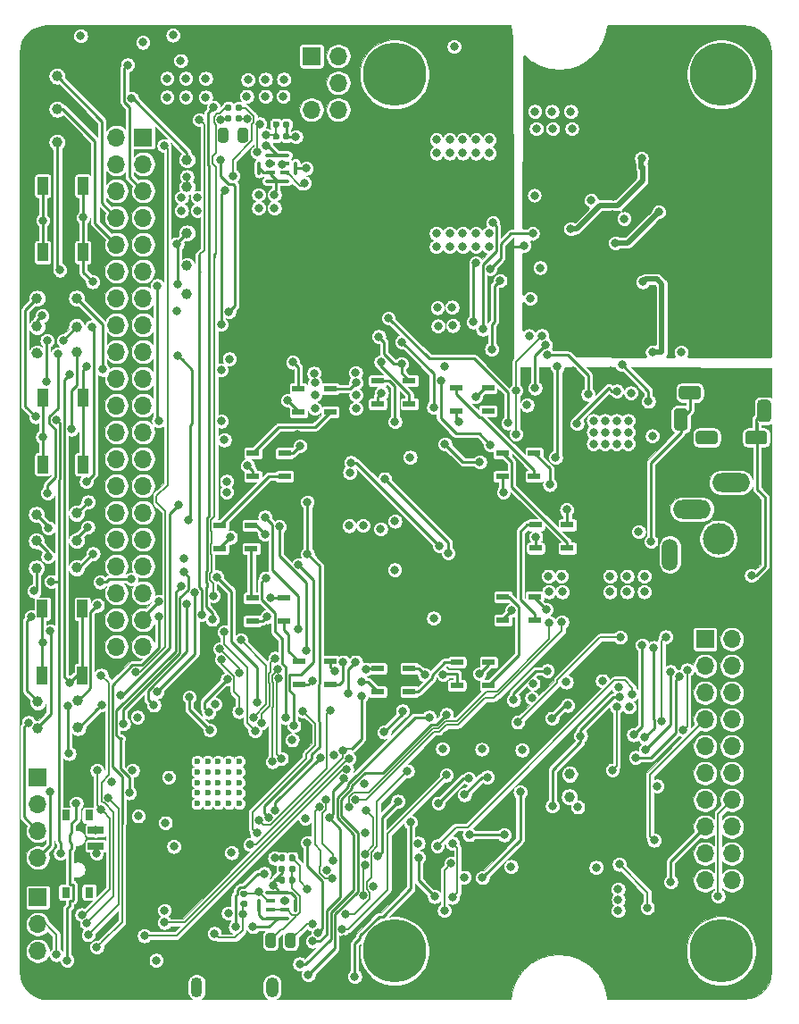
<source format=gbr>
G04 #@! TF.GenerationSoftware,KiCad,Pcbnew,(5.1.6)-1*
G04 #@! TF.CreationDate,2020-07-23T23:07:15-07:00*
G04 #@! TF.ProjectId,Mycroft - Mark 2,4d796372-6f66-4742-902d-204d61726b20,rev?*
G04 #@! TF.SameCoordinates,Original*
G04 #@! TF.FileFunction,Copper,L4,Bot*
G04 #@! TF.FilePolarity,Positive*
%FSLAX46Y46*%
G04 Gerber Fmt 4.6, Leading zero omitted, Abs format (unit mm)*
G04 Created by KiCad (PCBNEW (5.1.6)-1) date 2020-07-23 23:07:15*
%MOMM*%
%LPD*%
G01*
G04 APERTURE LIST*
G04 #@! TA.AperFunction,ComponentPad*
%ADD10O,1.700000X1.700000*%
G04 #@! TD*
G04 #@! TA.AperFunction,ComponentPad*
%ADD11R,1.700000X1.700000*%
G04 #@! TD*
G04 #@! TA.AperFunction,SMDPad,CuDef*
%ADD12R,1.200000X0.600000*%
G04 #@! TD*
G04 #@! TA.AperFunction,SMDPad,CuDef*
%ADD13C,1.000000*%
G04 #@! TD*
G04 #@! TA.AperFunction,SMDPad,CuDef*
%ADD14R,0.950000X0.400000*%
G04 #@! TD*
G04 #@! TA.AperFunction,ComponentPad*
%ADD15C,0.600000*%
G04 #@! TD*
G04 #@! TA.AperFunction,ComponentPad*
%ADD16O,1.200000X1.900000*%
G04 #@! TD*
G04 #@! TA.AperFunction,ComponentPad*
%ADD17O,1.100000X1.900000*%
G04 #@! TD*
G04 #@! TA.AperFunction,SMDPad,CuDef*
%ADD18R,0.800000X1.000000*%
G04 #@! TD*
G04 #@! TA.AperFunction,SMDPad,CuDef*
%ADD19R,1.500000X0.700000*%
G04 #@! TD*
G04 #@! TA.AperFunction,ComponentPad*
%ADD20O,1.508000X3.016000*%
G04 #@! TD*
G04 #@! TA.AperFunction,ComponentPad*
%ADD21O,3.600000X1.800000*%
G04 #@! TD*
G04 #@! TA.AperFunction,ComponentPad*
%ADD22C,3.000000*%
G04 #@! TD*
G04 #@! TA.AperFunction,ComponentPad*
%ADD23C,0.800000*%
G04 #@! TD*
G04 #@! TA.AperFunction,ComponentPad*
%ADD24C,6.000000*%
G04 #@! TD*
G04 #@! TA.AperFunction,SMDPad,CuDef*
%ADD25R,1.000000X1.700000*%
G04 #@! TD*
G04 #@! TA.AperFunction,ViaPad*
%ADD26C,0.800000*%
G04 #@! TD*
G04 #@! TA.AperFunction,Conductor*
%ADD27C,0.250000*%
G04 #@! TD*
G04 #@! TA.AperFunction,Conductor*
%ADD28C,0.500000*%
G04 #@! TD*
G04 #@! TA.AperFunction,Conductor*
%ADD29C,0.200000*%
G04 #@! TD*
G04 #@! TA.AperFunction,Conductor*
%ADD30C,0.100000*%
G04 #@! TD*
G04 #@! TA.AperFunction,Conductor*
%ADD31C,0.254000*%
G04 #@! TD*
G04 APERTURE END LIST*
G04 #@! TA.AperFunction,SMDPad,CuDef*
G36*
G01*
X20555800Y-15220630D02*
X20555800Y-16133130D01*
G75*
G02*
X20312050Y-16376880I-243750J0D01*
G01*
X19824550Y-16376880D01*
G75*
G02*
X19580800Y-16133130I0J243750D01*
G01*
X19580800Y-15220630D01*
G75*
G02*
X19824550Y-14976880I243750J0D01*
G01*
X20312050Y-14976880D01*
G75*
G02*
X20555800Y-15220630I0J-243750D01*
G01*
G37*
G04 #@! TD.AperFunction*
G04 #@! TA.AperFunction,SMDPad,CuDef*
G36*
G01*
X22430800Y-15220630D02*
X22430800Y-16133130D01*
G75*
G02*
X22187050Y-16376880I-243750J0D01*
G01*
X21699550Y-16376880D01*
G75*
G02*
X21455800Y-16133130I0J243750D01*
G01*
X21455800Y-15220630D01*
G75*
G02*
X21699550Y-14976880I243750J0D01*
G01*
X22187050Y-14976880D01*
G75*
G02*
X22430800Y-15220630I0J-243750D01*
G01*
G37*
G04 #@! TD.AperFunction*
D10*
X2484120Y-84104480D03*
X2484120Y-81564480D03*
X2484120Y-79024480D03*
D11*
X2484120Y-76484480D03*
G04 #@! TA.AperFunction,ComponentPad*
G36*
G01*
X64870440Y-44639400D02*
X64870440Y-43989400D01*
G75*
G02*
X65195440Y-43664400I325000J0D01*
G01*
X66645440Y-43664400D01*
G75*
G02*
X66970440Y-43989400I0J-325000D01*
G01*
X66970440Y-44639400D01*
G75*
G02*
X66645440Y-44964400I-325000J0D01*
G01*
X65195440Y-44964400D01*
G75*
G02*
X64870440Y-44639400I0J325000D01*
G01*
G37*
G04 #@! TD.AperFunction*
G04 #@! TA.AperFunction,ComponentPad*
G36*
G01*
X71695440Y-42839400D02*
X71045440Y-42839400D01*
G75*
G02*
X70720440Y-42514400I0J325000D01*
G01*
X70720440Y-41064400D01*
G75*
G02*
X71045440Y-40739400I325000J0D01*
G01*
X71695440Y-40739400D01*
G75*
G02*
X72020440Y-41064400I0J-325000D01*
G01*
X72020440Y-42514400D01*
G75*
G02*
X71695440Y-42839400I-325000J0D01*
G01*
G37*
G04 #@! TD.AperFunction*
G04 #@! TA.AperFunction,ComponentPad*
G36*
G01*
X71670440Y-43989400D02*
X71670440Y-44639400D01*
G75*
G02*
X71345440Y-44964400I-325000J0D01*
G01*
X69895440Y-44964400D01*
G75*
G02*
X69570440Y-44639400I0J325000D01*
G01*
X69570440Y-43989400D01*
G75*
G02*
X69895440Y-43664400I325000J0D01*
G01*
X71345440Y-43664400D01*
G75*
G02*
X71670440Y-43989400I0J-325000D01*
G01*
G37*
G04 #@! TD.AperFunction*
G04 #@! TA.AperFunction,ComponentPad*
G36*
G01*
X63270440Y-40389400D02*
X63270440Y-39739400D01*
G75*
G02*
X63595440Y-39414400I325000J0D01*
G01*
X65045440Y-39414400D01*
G75*
G02*
X65370440Y-39739400I0J-325000D01*
G01*
X65370440Y-40389400D01*
G75*
G02*
X65045440Y-40714400I-325000J0D01*
G01*
X63595440Y-40714400D01*
G75*
G02*
X63270440Y-40389400I0J325000D01*
G01*
G37*
G04 #@! TD.AperFunction*
G04 #@! TA.AperFunction,ComponentPad*
G36*
G01*
X63145440Y-41539400D02*
X63795440Y-41539400D01*
G75*
G02*
X64120440Y-41864400I0J-325000D01*
G01*
X64120440Y-43314400D01*
G75*
G02*
X63795440Y-43639400I-325000J0D01*
G01*
X63145440Y-43639400D01*
G75*
G02*
X62820440Y-43314400I0J325000D01*
G01*
X62820440Y-41864400D01*
G75*
G02*
X63145440Y-41539400I325000J0D01*
G01*
G37*
G04 #@! TD.AperFunction*
D10*
X2484120Y-92969080D03*
X2484120Y-90429080D03*
D11*
X2484120Y-87889080D03*
D12*
X42188000Y-41790800D03*
X42188000Y-39590800D03*
X45188000Y-41790800D03*
X45188000Y-39590800D03*
X46556800Y-47988400D03*
X46556800Y-45788400D03*
X49556800Y-47988400D03*
X49556800Y-45788400D03*
X49706400Y-54795600D03*
X49706400Y-52595600D03*
X52706400Y-54795600D03*
X52706400Y-52595600D03*
X46607600Y-61602800D03*
X46607600Y-59402800D03*
X49607600Y-61602800D03*
X49607600Y-59402800D03*
X42238800Y-67800400D03*
X42238800Y-65600400D03*
X45238800Y-67800400D03*
X45238800Y-65600400D03*
X34720400Y-68410000D03*
X34720400Y-66210000D03*
X37720400Y-68410000D03*
X37720400Y-66210000D03*
X27252800Y-67749600D03*
X27252800Y-65549600D03*
X30252800Y-67749600D03*
X30252800Y-65549600D03*
X22833200Y-61704400D03*
X22833200Y-59504400D03*
X25833200Y-61704400D03*
X25833200Y-59504400D03*
X19734400Y-54846400D03*
X19734400Y-52646400D03*
X22734400Y-54846400D03*
X22734400Y-52646400D03*
X22884000Y-47988400D03*
X22884000Y-45788400D03*
X25884000Y-47988400D03*
X25884000Y-45788400D03*
X27202000Y-41892400D03*
X27202000Y-39692400D03*
X30202000Y-41892400D03*
X30202000Y-39692400D03*
X34720400Y-41130400D03*
X34720400Y-38930400D03*
X37720400Y-41130400D03*
X37720400Y-38930400D03*
D13*
X52923440Y-76210160D03*
X52903120Y-78353920D03*
G04 #@! TA.AperFunction,SMDPad,CuDef*
G36*
G01*
X24196950Y-17396000D02*
X26196650Y-17396000D01*
G75*
G02*
X26346800Y-17546150I0J-150150D01*
G01*
X26346800Y-17595850D01*
G75*
G02*
X26196650Y-17746000I-150150J0D01*
G01*
X24196950Y-17746000D01*
G75*
G02*
X24046800Y-17595850I0J150150D01*
G01*
X24046800Y-17546150D01*
G75*
G02*
X24196950Y-17396000I150150J0D01*
G01*
G37*
G04 #@! TD.AperFunction*
G04 #@! TA.AperFunction,SMDPad,CuDef*
G36*
G01*
X24196950Y-19846000D02*
X26196650Y-19846000D01*
G75*
G02*
X26346800Y-19996150I0J-150150D01*
G01*
X26346800Y-20045850D01*
G75*
G02*
X26196650Y-20196000I-150150J0D01*
G01*
X24196950Y-20196000D01*
G75*
G02*
X24046800Y-20045850I0J150150D01*
G01*
X24046800Y-19996150D01*
G75*
G02*
X24196950Y-19846000I150150J0D01*
G01*
G37*
G04 #@! TD.AperFunction*
G04 #@! TA.AperFunction,SMDPad,CuDef*
G36*
G01*
X27096800Y-18296150D02*
X27096800Y-19295850D01*
G75*
G02*
X26946650Y-19446000I-150150J0D01*
G01*
X26896950Y-19446000D01*
G75*
G02*
X26746800Y-19295850I0J150150D01*
G01*
X26746800Y-18296150D01*
G75*
G02*
X26896950Y-18146000I150150J0D01*
G01*
X26946650Y-18146000D01*
G75*
G02*
X27096800Y-18296150I0J-150150D01*
G01*
G37*
G04 #@! TD.AperFunction*
G04 #@! TA.AperFunction,SMDPad,CuDef*
G36*
G01*
X23646800Y-18296150D02*
X23646800Y-19295850D01*
G75*
G02*
X23496650Y-19446000I-150150J0D01*
G01*
X23446950Y-19446000D01*
G75*
G02*
X23296800Y-19295850I0J150150D01*
G01*
X23296800Y-18296150D01*
G75*
G02*
X23446950Y-18146000I150150J0D01*
G01*
X23496650Y-18146000D01*
G75*
G02*
X23646800Y-18296150I0J-150150D01*
G01*
G37*
G04 #@! TD.AperFunction*
D14*
X25871800Y-19221000D03*
X25871800Y-18371000D03*
X24521800Y-18371000D03*
X24521800Y-19221000D03*
G04 #@! TA.AperFunction,SMDPad,CuDef*
G36*
G01*
X24196950Y-87246000D02*
X26196650Y-87246000D01*
G75*
G02*
X26346800Y-87396150I0J-150150D01*
G01*
X26346800Y-87445850D01*
G75*
G02*
X26196650Y-87596000I-150150J0D01*
G01*
X24196950Y-87596000D01*
G75*
G02*
X24046800Y-87445850I0J150150D01*
G01*
X24046800Y-87396150D01*
G75*
G02*
X24196950Y-87246000I150150J0D01*
G01*
G37*
G04 #@! TD.AperFunction*
G04 #@! TA.AperFunction,SMDPad,CuDef*
G36*
G01*
X24196950Y-89696000D02*
X26196650Y-89696000D01*
G75*
G02*
X26346800Y-89846150I0J-150150D01*
G01*
X26346800Y-89895850D01*
G75*
G02*
X26196650Y-90046000I-150150J0D01*
G01*
X24196950Y-90046000D01*
G75*
G02*
X24046800Y-89895850I0J150150D01*
G01*
X24046800Y-89846150D01*
G75*
G02*
X24196950Y-89696000I150150J0D01*
G01*
G37*
G04 #@! TD.AperFunction*
G04 #@! TA.AperFunction,SMDPad,CuDef*
G36*
G01*
X27096800Y-88146150D02*
X27096800Y-89145850D01*
G75*
G02*
X26946650Y-89296000I-150150J0D01*
G01*
X26896950Y-89296000D01*
G75*
G02*
X26746800Y-89145850I0J150150D01*
G01*
X26746800Y-88146150D01*
G75*
G02*
X26896950Y-87996000I150150J0D01*
G01*
X26946650Y-87996000D01*
G75*
G02*
X27096800Y-88146150I0J-150150D01*
G01*
G37*
G04 #@! TD.AperFunction*
G04 #@! TA.AperFunction,SMDPad,CuDef*
G36*
G01*
X23646800Y-88146150D02*
X23646800Y-89145850D01*
G75*
G02*
X23496650Y-89296000I-150150J0D01*
G01*
X23446950Y-89296000D01*
G75*
G02*
X23296800Y-89145850I0J150150D01*
G01*
X23296800Y-88146150D01*
G75*
G02*
X23446950Y-87996000I150150J0D01*
G01*
X23496650Y-87996000D01*
G75*
G02*
X23646800Y-88146150I0J-150150D01*
G01*
G37*
G04 #@! TD.AperFunction*
X25871800Y-89071000D03*
X25871800Y-88221000D03*
X24521800Y-88221000D03*
X24521800Y-89071000D03*
G04 #@! TA.AperFunction,SMDPad,CuDef*
G36*
G01*
X25951600Y-92424570D02*
X25951600Y-91512070D01*
G75*
G02*
X26195350Y-91268320I243750J0D01*
G01*
X26682850Y-91268320D01*
G75*
G02*
X26926600Y-91512070I0J-243750D01*
G01*
X26926600Y-92424570D01*
G75*
G02*
X26682850Y-92668320I-243750J0D01*
G01*
X26195350Y-92668320D01*
G75*
G02*
X25951600Y-92424570I0J243750D01*
G01*
G37*
G04 #@! TD.AperFunction*
G04 #@! TA.AperFunction,SMDPad,CuDef*
G36*
G01*
X24076600Y-92424570D02*
X24076600Y-91512070D01*
G75*
G02*
X24320350Y-91268320I243750J0D01*
G01*
X24807850Y-91268320D01*
G75*
G02*
X25051600Y-91512070I0J-243750D01*
G01*
X25051600Y-92424570D01*
G75*
G02*
X24807850Y-92668320I-243750J0D01*
G01*
X24320350Y-92668320D01*
G75*
G02*
X24076600Y-92424570I0J243750D01*
G01*
G37*
G04 #@! TD.AperFunction*
D15*
X17590000Y-74994000D03*
X18590000Y-74994000D03*
X19590000Y-74994000D03*
X20590000Y-74994000D03*
X21590000Y-74994000D03*
X17590000Y-75994000D03*
X18590000Y-75994000D03*
X19590000Y-75994000D03*
X20590000Y-75994000D03*
X21590000Y-75994000D03*
X17590000Y-76994000D03*
X18590000Y-76994000D03*
X19590000Y-76994000D03*
X20590000Y-76994000D03*
X21590000Y-76994000D03*
X17590000Y-77994000D03*
X18590000Y-77994000D03*
X19590000Y-77994000D03*
X20590000Y-77994000D03*
X21590000Y-77994000D03*
X17590000Y-78994000D03*
X18590000Y-78994000D03*
X19590000Y-78994000D03*
X20590000Y-78994000D03*
X21590000Y-78994000D03*
D16*
X24707800Y-96399200D03*
D17*
X17557800Y-96399200D03*
D10*
X9941560Y-64119760D03*
X12481560Y-64119760D03*
X9941560Y-61579760D03*
X12481560Y-61579760D03*
X9941560Y-59039760D03*
X12481560Y-59039760D03*
X9941560Y-56499760D03*
X12481560Y-56499760D03*
X9941560Y-53959760D03*
X12481560Y-53959760D03*
X9941560Y-51419760D03*
X12481560Y-51419760D03*
X9941560Y-48879760D03*
X12481560Y-48879760D03*
X9941560Y-46339760D03*
X12481560Y-46339760D03*
X9941560Y-43799760D03*
X12481560Y-43799760D03*
X9941560Y-41259760D03*
X12481560Y-41259760D03*
X9941560Y-38719760D03*
X12481560Y-38719760D03*
X9941560Y-36179760D03*
X12481560Y-36179760D03*
X9941560Y-33639760D03*
X12481560Y-33639760D03*
X9941560Y-31099760D03*
X12481560Y-31099760D03*
X9941560Y-28559760D03*
X12481560Y-28559760D03*
X9941560Y-26019760D03*
X12481560Y-26019760D03*
X9941560Y-23479760D03*
X12481560Y-23479760D03*
X9941560Y-20939760D03*
X12481560Y-20939760D03*
X9941560Y-18399760D03*
X12481560Y-18399760D03*
X9941560Y-15859760D03*
D11*
X12481560Y-15859760D03*
D10*
X30988000Y-13258800D03*
X28448000Y-13258800D03*
X30988000Y-10718800D03*
X28448000Y-10718800D03*
X30988000Y-8178800D03*
D11*
X28448000Y-8178800D03*
D18*
X7353520Y-87414120D03*
X7353520Y-80114120D03*
X5143520Y-80114120D03*
X5143520Y-87414120D03*
D19*
X8003520Y-81514120D03*
X8003520Y-83014120D03*
X8003520Y-86014120D03*
D20*
X62430600Y-55398800D03*
D21*
X68230600Y-48598800D03*
X64530600Y-51098800D03*
D22*
X67030600Y-53898800D03*
D13*
X16637000Y-30708600D03*
X6299200Y-71790560D03*
X2479040Y-71892160D03*
X2479040Y-69352160D03*
X6299200Y-69204840D03*
X4312920Y-16337280D03*
X16637000Y-28041600D03*
X2352040Y-56677560D03*
X4312920Y-13202920D03*
X4312920Y-10068560D03*
X2352040Y-54107080D03*
X2352040Y-51607720D03*
X6172200Y-36250880D03*
X6172200Y-31120080D03*
X6172200Y-33812480D03*
X2418080Y-31125160D03*
X2418080Y-33792160D03*
X6172200Y-56662320D03*
X6172200Y-54076600D03*
X16637000Y-24942800D03*
X16637000Y-20574000D03*
X16637000Y-18008600D03*
X2418080Y-36332160D03*
X6172200Y-51490880D03*
G04 #@! TA.AperFunction,SMDPad,CuDef*
G36*
G01*
X26901360Y-85014020D02*
X26901360Y-85359020D01*
G75*
G02*
X26753860Y-85506520I-147500J0D01*
G01*
X26458860Y-85506520D01*
G75*
G02*
X26311360Y-85359020I0J147500D01*
G01*
X26311360Y-85014020D01*
G75*
G02*
X26458860Y-84866520I147500J0D01*
G01*
X26753860Y-84866520D01*
G75*
G02*
X26901360Y-85014020I0J-147500D01*
G01*
G37*
G04 #@! TD.AperFunction*
G04 #@! TA.AperFunction,SMDPad,CuDef*
G36*
G01*
X25931360Y-85014020D02*
X25931360Y-85359020D01*
G75*
G02*
X25783860Y-85506520I-147500J0D01*
G01*
X25488860Y-85506520D01*
G75*
G02*
X25341360Y-85359020I0J147500D01*
G01*
X25341360Y-85014020D01*
G75*
G02*
X25488860Y-84866520I147500J0D01*
G01*
X25783860Y-84866520D01*
G75*
G02*
X25931360Y-85014020I0J-147500D01*
G01*
G37*
G04 #@! TD.AperFunction*
G04 #@! TA.AperFunction,SMDPad,CuDef*
G36*
G01*
X25747480Y-14828300D02*
X25747480Y-14483300D01*
G75*
G02*
X25894980Y-14335800I147500J0D01*
G01*
X26189980Y-14335800D01*
G75*
G02*
X26337480Y-14483300I0J-147500D01*
G01*
X26337480Y-14828300D01*
G75*
G02*
X26189980Y-14975800I-147500J0D01*
G01*
X25894980Y-14975800D01*
G75*
G02*
X25747480Y-14828300I0J147500D01*
G01*
G37*
G04 #@! TD.AperFunction*
G04 #@! TA.AperFunction,SMDPad,CuDef*
G36*
G01*
X24777480Y-14828300D02*
X24777480Y-14483300D01*
G75*
G02*
X24924980Y-14335800I147500J0D01*
G01*
X25219980Y-14335800D01*
G75*
G02*
X25367480Y-14483300I0J-147500D01*
G01*
X25367480Y-14828300D01*
G75*
G02*
X25219980Y-14975800I-147500J0D01*
G01*
X24924980Y-14975800D01*
G75*
G02*
X24777480Y-14828300I0J147500D01*
G01*
G37*
G04 #@! TD.AperFunction*
G04 #@! TA.AperFunction,SMDPad,CuDef*
G36*
G01*
X25931360Y-86090980D02*
X25931360Y-86435980D01*
G75*
G02*
X25783860Y-86583480I-147500J0D01*
G01*
X25488860Y-86583480D01*
G75*
G02*
X25341360Y-86435980I0J147500D01*
G01*
X25341360Y-86090980D01*
G75*
G02*
X25488860Y-85943480I147500J0D01*
G01*
X25783860Y-85943480D01*
G75*
G02*
X25931360Y-86090980I0J-147500D01*
G01*
G37*
G04 #@! TD.AperFunction*
G04 #@! TA.AperFunction,SMDPad,CuDef*
G36*
G01*
X26901360Y-86090980D02*
X26901360Y-86435980D01*
G75*
G02*
X26753860Y-86583480I-147500J0D01*
G01*
X26458860Y-86583480D01*
G75*
G02*
X26311360Y-86435980I0J147500D01*
G01*
X26311360Y-86090980D01*
G75*
G02*
X26458860Y-85943480I147500J0D01*
G01*
X26753860Y-85943480D01*
G75*
G02*
X26901360Y-86090980I0J-147500D01*
G01*
G37*
G04 #@! TD.AperFunction*
G04 #@! TA.AperFunction,SMDPad,CuDef*
G36*
G01*
X25747480Y-15956060D02*
X25747480Y-15611060D01*
G75*
G02*
X25894980Y-15463560I147500J0D01*
G01*
X26189980Y-15463560D01*
G75*
G02*
X26337480Y-15611060I0J-147500D01*
G01*
X26337480Y-15956060D01*
G75*
G02*
X26189980Y-16103560I-147500J0D01*
G01*
X25894980Y-16103560D01*
G75*
G02*
X25747480Y-15956060I0J147500D01*
G01*
G37*
G04 #@! TD.AperFunction*
G04 #@! TA.AperFunction,SMDPad,CuDef*
G36*
G01*
X24777480Y-15956060D02*
X24777480Y-15611060D01*
G75*
G02*
X24924980Y-15463560I147500J0D01*
G01*
X25219980Y-15463560D01*
G75*
G02*
X25367480Y-15611060I0J-147500D01*
G01*
X25367480Y-15956060D01*
G75*
G02*
X25219980Y-16103560I-147500J0D01*
G01*
X24924980Y-16103560D01*
G75*
G02*
X24777480Y-15956060I0J147500D01*
G01*
G37*
G04 #@! TD.AperFunction*
G04 #@! TA.AperFunction,SMDPad,CuDef*
G36*
G01*
X26321520Y-84307460D02*
X26321520Y-83962460D01*
G75*
G02*
X26469020Y-83814960I147500J0D01*
G01*
X26764020Y-83814960D01*
G75*
G02*
X26911520Y-83962460I0J-147500D01*
G01*
X26911520Y-84307460D01*
G75*
G02*
X26764020Y-84454960I-147500J0D01*
G01*
X26469020Y-84454960D01*
G75*
G02*
X26321520Y-84307460I0J147500D01*
G01*
G37*
G04 #@! TD.AperFunction*
G04 #@! TA.AperFunction,SMDPad,CuDef*
G36*
G01*
X25351520Y-84307460D02*
X25351520Y-83962460D01*
G75*
G02*
X25499020Y-83814960I147500J0D01*
G01*
X25794020Y-83814960D01*
G75*
G02*
X25941520Y-83962460I0J-147500D01*
G01*
X25941520Y-84307460D01*
G75*
G02*
X25794020Y-84454960I-147500J0D01*
G01*
X25499020Y-84454960D01*
G75*
G02*
X25351520Y-84307460I0J147500D01*
G01*
G37*
G04 #@! TD.AperFunction*
G04 #@! TA.AperFunction,SMDPad,CuDef*
G36*
G01*
X22214620Y-87821000D02*
X21869620Y-87821000D01*
G75*
G02*
X21722120Y-87673500I0J147500D01*
G01*
X21722120Y-87378500D01*
G75*
G02*
X21869620Y-87231000I147500J0D01*
G01*
X22214620Y-87231000D01*
G75*
G02*
X22362120Y-87378500I0J-147500D01*
G01*
X22362120Y-87673500D01*
G75*
G02*
X22214620Y-87821000I-147500J0D01*
G01*
G37*
G04 #@! TD.AperFunction*
G04 #@! TA.AperFunction,SMDPad,CuDef*
G36*
G01*
X22214620Y-88791000D02*
X21869620Y-88791000D01*
G75*
G02*
X21722120Y-88643500I0J147500D01*
G01*
X21722120Y-88348500D01*
G75*
G02*
X21869620Y-88201000I147500J0D01*
G01*
X22214620Y-88201000D01*
G75*
G02*
X22362120Y-88348500I0J-147500D01*
G01*
X22362120Y-88643500D01*
G75*
G02*
X22214620Y-88791000I-147500J0D01*
G01*
G37*
G04 #@! TD.AperFunction*
G04 #@! TA.AperFunction,SMDPad,CuDef*
G36*
G01*
X21241520Y-13233180D02*
X21241520Y-12888180D01*
G75*
G02*
X21389020Y-12740680I147500J0D01*
G01*
X21684020Y-12740680D01*
G75*
G02*
X21831520Y-12888180I0J-147500D01*
G01*
X21831520Y-13233180D01*
G75*
G02*
X21684020Y-13380680I-147500J0D01*
G01*
X21389020Y-13380680D01*
G75*
G02*
X21241520Y-13233180I0J147500D01*
G01*
G37*
G04 #@! TD.AperFunction*
G04 #@! TA.AperFunction,SMDPad,CuDef*
G36*
G01*
X20271520Y-13233180D02*
X20271520Y-12888180D01*
G75*
G02*
X20419020Y-12740680I147500J0D01*
G01*
X20714020Y-12740680D01*
G75*
G02*
X20861520Y-12888180I0J-147500D01*
G01*
X20861520Y-13233180D01*
G75*
G02*
X20714020Y-13380680I-147500J0D01*
G01*
X20419020Y-13380680D01*
G75*
G02*
X20271520Y-13233180I0J147500D01*
G01*
G37*
G04 #@! TD.AperFunction*
G04 #@! TA.AperFunction,SMDPad,CuDef*
G36*
G01*
X21236440Y-14254260D02*
X21236440Y-13909260D01*
G75*
G02*
X21383940Y-13761760I147500J0D01*
G01*
X21678940Y-13761760D01*
G75*
G02*
X21826440Y-13909260I0J-147500D01*
G01*
X21826440Y-14254260D01*
G75*
G02*
X21678940Y-14401760I-147500J0D01*
G01*
X21383940Y-14401760D01*
G75*
G02*
X21236440Y-14254260I0J147500D01*
G01*
G37*
G04 #@! TD.AperFunction*
G04 #@! TA.AperFunction,SMDPad,CuDef*
G36*
G01*
X20266440Y-14254260D02*
X20266440Y-13909260D01*
G75*
G02*
X20413940Y-13761760I147500J0D01*
G01*
X20708940Y-13761760D01*
G75*
G02*
X20856440Y-13909260I0J-147500D01*
G01*
X20856440Y-14254260D01*
G75*
G02*
X20708940Y-14401760I-147500J0D01*
G01*
X20413940Y-14401760D01*
G75*
G02*
X20266440Y-14254260I0J147500D01*
G01*
G37*
G04 #@! TD.AperFunction*
D23*
X37912990Y-91373010D03*
X36322000Y-90714000D03*
X34731010Y-91373010D03*
X34072000Y-92964000D03*
X34731010Y-94554990D03*
X36322000Y-95214000D03*
X37912990Y-94554990D03*
X38572000Y-92964000D03*
D24*
X36322000Y-92964000D03*
D23*
X37912990Y-8315010D03*
X36322000Y-7656000D03*
X34731010Y-8315010D03*
X34072000Y-9906000D03*
X34731010Y-11496990D03*
X36322000Y-12156000D03*
X37912990Y-11496990D03*
X38572000Y-9906000D03*
D24*
X36322000Y-9906000D03*
D23*
X68900990Y-91373010D03*
X67310000Y-90714000D03*
X65719010Y-91373010D03*
X65060000Y-92964000D03*
X65719010Y-94554990D03*
X67310000Y-95214000D03*
X68900990Y-94554990D03*
X69560000Y-92964000D03*
D24*
X67310000Y-92964000D03*
D23*
X68900990Y-8315010D03*
X67310000Y-7656000D03*
X65719010Y-8315010D03*
X65060000Y-9906000D03*
X65719010Y-11496990D03*
X67310000Y-12156000D03*
X68900990Y-11496990D03*
X69560000Y-9906000D03*
D24*
X67310000Y-9906000D03*
D25*
X2915840Y-60537960D03*
X2915840Y-66837960D03*
X6715840Y-60537960D03*
X6715840Y-66837960D03*
X2966640Y-40563400D03*
X2966640Y-46863400D03*
X6766640Y-40563400D03*
X6766640Y-46863400D03*
X2961560Y-20472000D03*
X2961560Y-26772000D03*
X6761560Y-20472000D03*
X6761560Y-26772000D03*
D10*
X68300600Y-86283800D03*
X65760600Y-86283800D03*
X68300600Y-83743800D03*
X65760600Y-83743800D03*
X68300600Y-81203800D03*
X65760600Y-81203800D03*
X68300600Y-78663800D03*
X65760600Y-78663800D03*
X68300600Y-76123800D03*
X65760600Y-76123800D03*
X68300600Y-73583800D03*
X65760600Y-73583800D03*
X68300600Y-71043800D03*
X65760600Y-71043800D03*
X68300600Y-68503800D03*
X65760600Y-68503800D03*
X68300600Y-65963800D03*
X65760600Y-65963800D03*
X68300600Y-63423800D03*
D11*
X65760600Y-63423800D03*
D26*
X56743600Y-58928000D03*
X56769000Y-57454800D03*
X59994800Y-58928000D03*
X59994800Y-57454800D03*
X58369200Y-58928000D03*
X58381900Y-57454800D03*
X22301200Y-11988800D03*
X24079200Y-11988800D03*
X25755600Y-11988800D03*
X25806400Y-10363200D03*
X24079200Y-10363200D03*
X22402800Y-10414000D03*
X55168800Y-42697400D03*
X41960800Y-7264400D03*
X56268800Y-42697400D03*
X57368800Y-42697400D03*
X58468800Y-42697400D03*
X55168800Y-43797400D03*
X56268800Y-43797400D03*
X57368800Y-43797400D03*
X58468800Y-43797400D03*
X55168800Y-44897400D03*
X56268800Y-44897400D03*
X57368800Y-44897400D03*
X58468800Y-44897400D03*
X40297100Y-16103600D03*
X41547100Y-16103600D03*
X42797100Y-16103600D03*
X44047100Y-16103600D03*
X45297100Y-16103600D03*
X40297100Y-17353600D03*
X41547100Y-17353600D03*
X42797100Y-17353600D03*
X44047100Y-17353600D03*
X45297100Y-17353600D03*
X6543040Y-6253480D03*
X28752800Y-41554400D03*
X28752800Y-40284400D03*
X28752800Y-39116000D03*
X32664400Y-41554400D03*
X32664400Y-40284400D03*
X32664400Y-39116000D03*
X48414272Y-73919807D03*
X15290800Y-6197600D03*
X49415700Y-24980900D03*
X45377100Y-28308300D03*
X43802300Y-33362900D03*
X44027192Y-27774226D03*
X16110080Y-21559520D03*
X17610080Y-21559520D03*
X16110080Y-22809520D03*
X17610080Y-22809520D03*
X32623760Y-38160960D03*
X28676600Y-38221920D03*
X15646400Y-32293560D03*
X13705840Y-93847920D03*
X57515760Y-87106760D03*
X57510680Y-89138760D03*
X57536080Y-88082120D03*
X37041591Y-35253000D03*
X27350720Y-45115480D03*
X24028400Y-53461920D03*
X24526240Y-59471560D03*
X30632400Y-66461640D03*
X50698400Y-60604400D03*
X52628800Y-51155600D03*
X51028600Y-48762920D03*
X40015790Y-41445799D03*
X43997880Y-40452040D03*
X20396200Y-48458120D03*
X20396200Y-49469680D03*
X39175677Y-66805367D03*
X49466076Y-67627076D03*
X32059880Y-47614840D03*
X35006280Y-52974240D03*
X44373800Y-66685160D03*
X19882890Y-37909500D03*
X70164960Y-57373520D03*
X41407080Y-55270400D03*
X35392360Y-48224440D03*
X60639960Y-54168040D03*
X40558720Y-54574440D03*
X32187989Y-46673516D03*
X53022500Y-24536400D03*
X59740800Y-17868900D03*
X53022500Y-24536400D03*
X57251600Y-25869900D03*
X61371480Y-22946360D03*
X27063700Y-44018200D03*
X22237700Y-37807900D03*
X46405800Y-35267900D03*
X56794400Y-37998400D03*
X14465300Y-86880700D03*
X14897100Y-74942700D03*
X17005300Y-66573400D03*
X53289200Y-37998400D03*
X14859000Y-78892400D03*
X18883460Y-81734627D03*
X20314743Y-47238743D03*
X22720300Y-44767500D03*
X48577498Y-26111200D03*
X27644941Y-73280534D03*
X41026080Y-75361800D03*
X41259760Y-72557640D03*
X36984940Y-85890100D03*
X6253480Y-10937240D03*
X26893520Y-81472417D03*
X20538440Y-69692520D03*
X31501080Y-91851480D03*
X20289520Y-46014640D03*
X60238640Y-38105080D03*
X14897100Y-76504800D03*
X16047720Y-8600440D03*
X44663360Y-86014560D03*
X48224440Y-77901800D03*
X21235742Y-90695545D03*
X36634749Y-78778202D03*
X34750673Y-83999135D03*
X28058934Y-82692325D03*
X29047782Y-91230938D03*
X23952200Y-85638640D03*
X4277360Y-42666920D03*
X35339271Y-72238235D03*
X23312120Y-69427720D03*
X3769360Y-57962800D03*
X8399995Y-58000685D03*
X11345350Y-57715590D03*
X37073840Y-70225292D03*
X8056880Y-83718400D03*
X4638040Y-83718400D03*
X19453815Y-57510680D03*
X5516880Y-67513200D03*
X5542280Y-38303200D03*
X7096760Y-37586920D03*
X6786880Y-23469600D03*
X7680960Y-29560520D03*
X28148280Y-95214440D03*
X41250338Y-70549457D03*
X39608998Y-70809389D03*
X27320240Y-94193902D03*
X41793160Y-87899240D03*
X30440373Y-86070787D03*
X29173926Y-79296209D03*
X41806230Y-82760384D03*
X67005200Y-87757000D03*
X30516200Y-84369200D03*
X29798944Y-78648618D03*
X41686149Y-84672192D03*
X57627520Y-84754720D03*
X60299600Y-88844120D03*
X41032194Y-89129634D03*
X33365738Y-87727902D03*
X33500661Y-84785200D03*
X57368440Y-69844920D03*
X23448335Y-80593351D03*
X56987440Y-75824080D03*
X30231080Y-70175120D03*
X62026800Y-63195200D03*
X61676958Y-71221600D03*
X50987960Y-61859160D03*
X31981128Y-79295860D03*
X64060589Y-66327127D03*
X63677800Y-72034400D03*
X23247742Y-81793362D03*
X48001882Y-71279474D03*
X27641136Y-70213688D03*
X57708800Y-63236470D03*
X33644840Y-79654400D03*
X60934600Y-82469290D03*
X33500661Y-83769200D03*
X52181760Y-61798200D03*
X32601781Y-78644085D03*
X58864502Y-68605400D03*
X40380920Y-82997040D03*
X25958800Y-70866000D03*
X25022111Y-79623477D03*
X29260800Y-74630280D03*
X16306800Y-57040590D03*
X10616560Y-71434960D03*
X1599952Y-71317958D03*
X24099520Y-57622440D03*
X58983880Y-72476360D03*
X27142440Y-62423040D03*
X24033480Y-51851560D03*
X59791600Y-63977520D03*
X60045600Y-72745600D03*
X25378401Y-52765960D03*
X27914600Y-64516000D03*
X60914280Y-64211200D03*
X11145520Y-77988160D03*
X3622040Y-77830680D03*
X16103600Y-58420000D03*
X30107246Y-80349811D03*
X31464260Y-76635324D03*
X26771600Y-71612760D03*
X27208695Y-56372975D03*
X5262880Y-93847920D03*
X6141720Y-78963520D03*
X24350352Y-80295236D03*
X28068356Y-55351019D03*
X28036520Y-50429160D03*
X15814040Y-50718720D03*
X10297160Y-68717160D03*
X5298440Y-69743320D03*
X5455920Y-74259440D03*
X50300037Y-34652677D03*
X47833280Y-43992800D03*
X47843440Y-39857680D03*
X51777900Y-37592000D03*
X51587400Y-46207680D03*
X50651181Y-35535411D03*
X49646840Y-39618922D03*
X45415200Y-45008800D03*
X40690800Y-38887400D03*
X25586240Y-74735012D03*
X25302772Y-67145068D03*
X19743328Y-64330672D03*
X21633755Y-66646364D03*
X23723600Y-71323200D03*
X24993600Y-65214500D03*
X24737707Y-75035032D03*
X25228527Y-66245187D03*
X24485600Y-18338800D03*
X9157705Y-78468120D03*
X31775400Y-75737720D03*
X7278205Y-91433587D03*
X12593551Y-91524839D03*
X25669240Y-18470880D03*
X8112749Y-75864709D03*
X6658026Y-89529265D03*
X14508480Y-90261440D03*
X8483600Y-79527400D03*
X31991788Y-74716883D03*
X25908000Y-88239600D03*
X63369824Y-66979329D03*
X59177853Y-74629150D03*
X18684240Y-70363080D03*
X20457124Y-67215419D03*
X31927800Y-68524120D03*
X32639000Y-65582170D03*
X18796000Y-72034400D03*
X60147200Y-73863200D03*
X62484000Y-66497200D03*
X16855819Y-68906018D03*
X47614840Y-69179440D03*
X50815240Y-66410840D03*
X19909606Y-65345494D03*
X21574130Y-70282306D03*
X22952010Y-70815200D03*
X21742400Y-63500000D03*
X23083481Y-72105039D03*
X20167600Y-62738000D03*
X44396800Y-46637575D03*
X41097200Y-44932600D03*
X60769500Y-36220400D03*
X59867800Y-29565600D03*
X34822000Y-34736410D03*
X36983843Y-37329440D03*
X51282600Y-79235300D03*
X53973108Y-72581376D03*
X57629214Y-68931399D03*
X36365402Y-42817002D03*
X4577080Y-28442920D03*
X13816931Y-29921200D03*
X13954529Y-42743120D03*
X62509400Y-86420730D03*
X57898969Y-37408002D03*
X60401201Y-40883839D03*
X14579600Y-80822800D03*
X27752040Y-20177760D03*
X40472360Y-78958440D03*
X43352720Y-76606400D03*
X51257200Y-70916800D03*
X52730400Y-69697600D03*
X8509000Y-66847720D03*
X7101840Y-90312240D03*
X41227152Y-76290280D03*
X11760653Y-66492098D03*
X3683000Y-62671960D03*
X1865788Y-61269880D03*
X2133600Y-58851800D03*
X8148320Y-60208160D03*
X3418840Y-49565560D03*
X4389120Y-36382960D03*
X2519680Y-36382960D03*
X7254240Y-50403760D03*
X16611600Y-28041600D03*
X33157160Y-68803520D03*
X22602422Y-82875375D03*
X31395779Y-73974282D03*
X13778569Y-68429200D03*
X17403781Y-58998537D03*
X19103804Y-59298840D03*
X37541200Y-75910440D03*
X19237960Y-91313000D03*
X18044160Y-61102240D03*
X21894809Y-89468960D03*
X31658468Y-89453628D03*
X8082280Y-92593160D03*
X4231640Y-93304360D03*
X13964920Y-61310520D03*
X42956480Y-78150720D03*
X45115480Y-76489560D03*
X43421300Y-81948129D03*
X46723300Y-81953100D03*
X13954538Y-59857862D03*
X13488768Y-69671531D03*
X8566528Y-69621400D03*
X16635061Y-60050680D03*
X3454400Y-55590440D03*
X16379697Y-55754090D03*
X3505200Y-52882800D03*
X7726680Y-55311040D03*
X7589520Y-33812480D03*
X7086600Y-48483520D03*
X2890520Y-32760920D03*
X2286000Y-42346880D03*
X5684520Y-43530520D03*
X4917440Y-35143440D03*
X3362960Y-35143440D03*
X3307080Y-39029640D03*
X8625637Y-37864335D03*
X16662400Y-30683200D03*
X16637000Y-19596100D03*
X46329600Y-29440510D03*
X45529500Y-35928300D03*
X10998200Y-8996680D03*
X11389360Y-12186920D03*
X16637000Y-18008600D03*
X15747770Y-36525200D03*
X7218680Y-52806600D03*
X50840010Y-36478472D03*
X16774160Y-52171600D03*
X54666143Y-40218427D03*
X57404000Y-39903400D03*
X35737800Y-32994600D03*
X15760700Y-29819600D03*
X15697200Y-25958800D03*
X47076360Y-42920920D03*
X53629560Y-42997120D03*
X55575200Y-31762700D03*
X57099200Y-15036800D03*
X58775600Y-15036800D03*
X60655200Y-15036800D03*
X60655200Y-13411200D03*
X58826400Y-13411200D03*
X57150000Y-13411200D03*
X55473600Y-32969200D03*
X55676800Y-30378400D03*
X52882800Y-33121600D03*
X53035200Y-30226000D03*
X51612800Y-31750000D03*
X54356000Y-34188400D03*
X54356000Y-28956000D03*
X56946800Y-31750000D03*
X54356000Y-31750000D03*
X62636400Y-13639800D03*
X63836400Y-13639800D03*
X65036400Y-13639800D03*
X66236400Y-13639800D03*
X67436400Y-13639800D03*
X68636400Y-13639800D03*
X69836400Y-13639800D03*
X71036400Y-13639800D03*
X62636400Y-14889800D03*
X63836400Y-14889800D03*
X65036400Y-14889800D03*
X66236400Y-14889800D03*
X67436400Y-14889800D03*
X68636400Y-14889800D03*
X69836400Y-14889800D03*
X71036400Y-14889800D03*
X56946800Y-5689600D03*
X58146800Y-5689600D03*
X59346800Y-5689600D03*
X60546800Y-5689600D03*
X61746800Y-5689600D03*
X62946800Y-5689600D03*
X64146800Y-5689600D03*
X56946800Y-6939600D03*
X58146800Y-6939600D03*
X59346800Y-6939600D03*
X60546800Y-6939600D03*
X61746800Y-6939600D03*
X62946800Y-6939600D03*
X64146800Y-6939600D03*
X56946800Y-8189600D03*
X58146800Y-8189600D03*
X59346800Y-8189600D03*
X60546800Y-8189600D03*
X61746800Y-8189600D03*
X62946800Y-8189600D03*
X54356000Y-30238700D03*
X52971700Y-31750000D03*
X54356000Y-33083500D03*
X59329320Y-23418800D03*
X57089040Y-21498560D03*
X56959556Y-23166809D03*
X53136800Y-15036800D03*
X49631600Y-13411200D03*
X53035200Y-13411200D03*
X51257200Y-13411200D03*
X51333400Y-15036800D03*
X49758600Y-15036800D03*
X58098723Y-23569950D03*
X38587645Y-84096205D03*
X40101520Y-87797579D03*
X32550100Y-95377000D03*
X37833300Y-80772000D03*
X44691300Y-34048700D03*
X45648880Y-23952200D03*
X52903120Y-78353920D03*
X52923440Y-76210160D03*
X26664920Y-37165280D03*
X35026600Y-37150040D03*
X33583880Y-66257180D03*
X31446838Y-65582170D03*
X41846500Y-33705800D03*
X40436800Y-33743900D03*
X41783000Y-31965900D03*
X40386000Y-32004000D03*
X12448540Y-6863080D03*
X59461400Y-53238400D03*
X63500000Y-36220400D03*
X60756800Y-44157900D03*
X52222400Y-58928000D03*
X52146200Y-57454800D03*
X50927000Y-57454800D03*
X58724800Y-40068500D03*
X61201300Y-77343000D03*
X49339500Y-68986400D03*
X26619200Y-72974200D03*
X53695600Y-79324200D03*
X16510000Y-12065000D03*
X14732000Y-10287000D03*
X16510000Y-10287000D03*
X14732000Y-12065000D03*
X18415000Y-10287000D03*
X18415000Y-12065000D03*
X29895800Y-85280500D03*
X49174400Y-31140400D03*
X49077521Y-34662176D03*
X54965600Y-21844000D03*
X20652242Y-36874664D03*
X20180300Y-44538900D03*
X40284400Y-24980900D03*
X41534400Y-24980900D03*
X42784400Y-24980900D03*
X44034400Y-24980900D03*
X45284400Y-24980900D03*
X40284400Y-26230900D03*
X41534400Y-26230900D03*
X42784400Y-26230900D03*
X44034400Y-26230900D03*
X45284400Y-26230900D03*
X49580800Y-21361400D03*
X23420200Y-21310600D03*
X24920200Y-21310600D03*
X23420200Y-22560600D03*
X24920200Y-22560600D03*
X2946400Y-44256960D03*
X2961640Y-23754080D03*
X2981960Y-63769240D03*
X9449129Y-76976929D03*
X57566160Y-67983482D03*
X58557160Y-69839840D03*
X27950160Y-18796000D03*
X24785320Y-86730840D03*
X40873680Y-73802240D03*
X33487360Y-77094080D03*
X27849938Y-80377603D03*
X14493839Y-89123174D03*
X20873720Y-83657440D03*
X55432960Y-85049360D03*
X47371000Y-84963000D03*
X42936155Y-85984080D03*
X11938000Y-70805040D03*
X52613560Y-67492880D03*
X56037480Y-67360800D03*
X15377160Y-83063080D03*
X24124920Y-16657320D03*
X48883503Y-41231581D03*
X50118787Y-28219893D03*
X12019280Y-80172560D03*
X11465560Y-75859640D03*
X19304000Y-69575680D03*
X20544789Y-89381843D03*
X30560812Y-74427441D03*
X38551490Y-82746193D03*
X19029680Y-61544200D03*
X40919400Y-66738500D03*
X33235900Y-67462400D03*
X50952400Y-58928000D03*
X24211280Y-61295280D03*
X35092640Y-40081200D03*
X26192480Y-40797480D03*
X22382480Y-46974760D03*
X20761960Y-53771800D03*
X47416720Y-60690760D03*
X49717960Y-53731160D03*
X46649640Y-49509680D03*
X41031590Y-37576760D03*
X42463720Y-42799000D03*
X44585185Y-73849709D03*
X28498800Y-67365880D03*
X33324800Y-52649120D03*
X32019240Y-52669440D03*
X36367720Y-52252880D03*
X36337240Y-56855360D03*
X40015160Y-61427360D03*
X37800280Y-46172120D03*
X33500539Y-81724212D03*
X34315759Y-86825112D03*
X7990840Y-81534000D03*
X28537915Y-92032536D03*
X23327360Y-17287240D03*
X23530175Y-14591853D03*
X22346920Y-14142720D03*
X20975320Y-19502120D03*
X23450500Y-87354768D03*
X28037230Y-87060120D03*
X24104600Y-15631160D03*
X21943300Y-15676880D03*
X14447520Y-16647160D03*
X20068300Y-15676880D03*
X31349203Y-90881840D03*
X28554680Y-90418920D03*
X24945989Y-84167245D03*
X17805400Y-14208760D03*
X19801836Y-14208760D03*
X19882890Y-33594040D03*
X20241596Y-20878956D03*
X20603959Y-32380704D03*
X19827240Y-18008600D03*
X19882890Y-42762810D03*
X26954480Y-15808960D03*
X22905720Y-90667840D03*
X19153168Y-13058130D03*
D27*
X43802300Y-33362900D02*
X43802300Y-27999118D01*
X43802300Y-27999118D02*
X44027192Y-27774226D01*
X46361323Y-27324077D02*
X45377100Y-28308300D01*
X49415700Y-24980900D02*
X47375298Y-24980900D01*
X46361323Y-25994875D02*
X46361323Y-27324077D01*
X47375298Y-24980900D02*
X46361323Y-25994875D01*
X25884000Y-45788400D02*
X26677800Y-45788400D01*
X26677800Y-45788400D02*
X27350720Y-45115480D01*
X22734400Y-52646400D02*
X23212880Y-52646400D01*
X23212880Y-52646400D02*
X24028400Y-53461920D01*
X25833200Y-59504400D02*
X24559080Y-59504400D01*
X24559080Y-59504400D02*
X24526240Y-59471560D01*
X30252800Y-65549600D02*
X30252800Y-66082040D01*
X30252800Y-66082040D02*
X30632400Y-66461640D01*
X49607600Y-59513600D02*
X50698400Y-60604400D01*
X49607600Y-59402800D02*
X49607600Y-59513600D01*
X52706400Y-52595600D02*
X52706400Y-51233200D01*
X52706400Y-51233200D02*
X52628800Y-51155600D01*
X51028600Y-47260200D02*
X51028600Y-48762920D01*
X49556800Y-45788400D02*
X51028600Y-47260200D01*
X37041591Y-35253000D02*
X40015790Y-38227199D01*
X40015790Y-38227199D02*
X40015790Y-41445799D01*
X45188000Y-39590800D02*
X44859120Y-39590800D01*
X44859120Y-39590800D02*
X43997880Y-40452040D01*
X32088000Y-39692400D02*
X32664400Y-39116000D01*
X30202000Y-39692400D02*
X32088000Y-39692400D01*
X38580310Y-66210000D02*
X39175677Y-66805367D01*
X37720400Y-66210000D02*
X38580310Y-66210000D01*
X45238800Y-65820160D02*
X44373800Y-66685160D01*
X45238800Y-65600400D02*
X45238800Y-65820160D01*
X71446640Y-56518560D02*
X70591680Y-57373520D01*
X70591680Y-57373520D02*
X70164960Y-57373520D01*
X41407080Y-55270400D02*
X41407080Y-54239160D01*
X41407080Y-54239160D02*
X35392360Y-48224440D01*
X71446640Y-49966760D02*
X71446640Y-56518560D01*
X70696640Y-49216760D02*
X71446640Y-49966760D01*
X70696640Y-42917400D02*
X70696640Y-49216760D01*
X70620440Y-42539400D02*
X71370440Y-41789400D01*
X70620440Y-44314400D02*
X70620440Y-42539400D01*
X40558720Y-54574440D02*
X32657796Y-46673516D01*
X32657796Y-46673516D02*
X32187989Y-46673516D01*
X60639960Y-46674080D02*
X60639960Y-54168040D01*
X63470440Y-42589400D02*
X63470440Y-43843600D01*
X63470440Y-43843600D02*
X60639960Y-46674080D01*
X64320440Y-41739400D02*
X63470440Y-42589400D01*
X64320440Y-40064400D02*
X64320440Y-41739400D01*
D28*
X53022500Y-24536400D02*
X53098700Y-24612600D01*
X59728100Y-17907000D02*
X59728100Y-18735402D01*
X59829700Y-19987622D02*
X57518761Y-22298561D01*
X59829700Y-18669000D02*
X59829700Y-19987622D01*
X55826024Y-22298561D02*
X53588185Y-24536400D01*
X57518761Y-22298561D02*
X55826024Y-22298561D01*
X53588185Y-24536400D02*
X53022500Y-24536400D01*
D27*
X57261900Y-25869900D02*
X57251600Y-25869900D01*
D28*
X57251600Y-25869900D02*
X58447940Y-25869900D01*
X58447940Y-25869900D02*
X61371480Y-22946360D01*
D27*
X46888400Y-26263600D02*
X48425098Y-26263600D01*
X48425098Y-26263600D02*
X48577498Y-26111200D01*
X48224440Y-82453480D02*
X48224440Y-77901800D01*
X44663360Y-86014560D02*
X48224440Y-82453480D01*
X35099871Y-83649937D02*
X34750673Y-83999135D01*
X35099871Y-80313080D02*
X35099871Y-83649937D01*
X36634749Y-78778202D02*
X35099871Y-80313080D01*
X28058934Y-84935981D02*
X29447781Y-86324828D01*
X29447781Y-90830939D02*
X29047782Y-91230938D01*
X28058934Y-82692325D02*
X28058934Y-84935981D01*
X29447781Y-86324828D02*
X29447781Y-90830939D01*
X22020170Y-86955990D02*
X23337520Y-85638640D01*
X23337520Y-85638640D02*
X23952200Y-85638640D01*
X21694610Y-86955990D02*
X22020170Y-86955990D01*
X21219799Y-90679602D02*
X21219799Y-87756361D01*
X21235742Y-90695545D02*
X21219799Y-90679602D01*
X21219799Y-87756361D02*
X21447110Y-87529050D01*
X21447110Y-87203490D02*
X21694610Y-86955990D01*
X21447110Y-87529050D02*
X21447110Y-87203490D01*
X3769360Y-57962800D02*
X4391558Y-57962800D01*
X4391558Y-57962800D02*
X4484319Y-57870039D01*
X8965680Y-58000685D02*
X9250775Y-57715590D01*
X9250775Y-57715590D02*
X11345350Y-57715590D01*
X8399995Y-58000685D02*
X8965680Y-58000685D01*
X4480560Y-80848200D02*
X4480560Y-82550000D01*
X4484319Y-79378319D02*
X4468519Y-79394119D01*
X4468519Y-79394119D02*
X4468519Y-80834121D01*
X4484319Y-57870039D02*
X4484319Y-79378319D01*
X4468519Y-80834121D02*
X4481579Y-80847181D01*
X4481579Y-80847181D02*
X4480560Y-80848200D01*
X4484319Y-48322123D02*
X4484319Y-57870039D01*
X4541663Y-48264779D02*
X4484319Y-48322123D01*
X4541663Y-42931223D02*
X4541663Y-48264779D01*
X4277360Y-42666920D02*
X4541663Y-42931223D01*
X37073840Y-70503666D02*
X37073840Y-70225292D01*
X35339271Y-72238235D02*
X37073840Y-70503666D01*
X8003520Y-83014120D02*
X8003520Y-83665040D01*
X8003520Y-83665040D02*
X8056880Y-83718400D01*
X4638040Y-82707480D02*
X4480560Y-82550000D01*
X4638040Y-83718400D02*
X4638040Y-82707480D01*
X23312120Y-66131502D02*
X20842601Y-63661983D01*
X23312120Y-69427720D02*
X23312120Y-66131502D01*
X20842601Y-58899466D02*
X19453815Y-57510680D01*
X20842601Y-63661983D02*
X20842601Y-58899466D01*
X6715840Y-66837960D02*
X6715840Y-60537960D01*
X6192120Y-66837960D02*
X5516880Y-67513200D01*
X6715840Y-66837960D02*
X6192120Y-66837960D01*
X4978400Y-38867080D02*
X5542280Y-38303200D01*
X5516880Y-67513200D02*
X4978400Y-66974720D01*
X4978400Y-66974720D02*
X4978400Y-38867080D01*
X6766640Y-46863400D02*
X6766640Y-40563400D01*
X6766640Y-37917040D02*
X7096760Y-37586920D01*
X6766640Y-40563400D02*
X6766640Y-37917040D01*
X6761560Y-23444280D02*
X6786880Y-23469600D01*
X6761560Y-23042960D02*
X6761560Y-20472000D01*
X6761560Y-23042960D02*
X6761560Y-23444280D01*
X6761560Y-26772000D02*
X6761560Y-23042960D01*
X6761560Y-28641120D02*
X7680960Y-29560520D01*
X6761560Y-26772000D02*
X6761560Y-28641120D01*
X28148280Y-95214440D02*
X30674193Y-92688527D01*
X30674193Y-92688527D02*
X30674193Y-89474459D01*
X32302574Y-77317306D02*
X33545778Y-76074102D01*
X32825651Y-81737092D02*
X31273968Y-80185409D01*
X30674193Y-89474459D02*
X32825651Y-87323001D01*
X32825651Y-87323001D02*
X32825651Y-81737092D01*
X31273968Y-80185409D02*
X31273968Y-78593012D01*
X32302574Y-77564406D02*
X32302574Y-77317306D01*
X35217209Y-76074102D02*
X39806920Y-71484391D01*
X31273968Y-78593012D02*
X32302574Y-77564406D01*
X33545778Y-76074102D02*
X35217209Y-76074102D01*
X39806920Y-71484391D02*
X40315404Y-71484391D01*
X40315404Y-71484391D02*
X41250338Y-70549457D01*
X30274182Y-89308771D02*
X30274182Y-91805645D01*
X39608998Y-70809389D02*
X38244791Y-70809389D01*
X32425640Y-87157312D02*
X30274182Y-89308771D01*
X30274182Y-91805645D02*
X27885925Y-94193902D01*
X32425640Y-81902781D02*
X32425640Y-87157312D01*
X30873957Y-80351098D02*
X32425640Y-81902781D01*
X31902563Y-77151617D02*
X31902563Y-77398717D01*
X38244791Y-70809389D02*
X31902563Y-77151617D01*
X30873957Y-78427323D02*
X30873957Y-80351098D01*
X31902563Y-77398717D02*
X30873957Y-78427323D01*
X27885925Y-94193902D02*
X27320240Y-94193902D01*
D29*
X41793160Y-87899240D02*
X42286155Y-87406245D01*
X42286155Y-87406245D02*
X42286155Y-83240309D01*
X42286155Y-83240309D02*
X41806230Y-82760384D01*
X28773927Y-82876973D02*
X28773927Y-79696208D01*
X29325931Y-83428977D02*
X28773927Y-82876973D01*
X29245799Y-85592501D02*
X29245799Y-84968499D01*
X29325931Y-84888367D02*
X29325931Y-83428977D01*
X29724085Y-86070787D02*
X29245799Y-85592501D01*
X28773927Y-79696208D02*
X29173926Y-79296209D01*
X29245799Y-84968499D02*
X29325931Y-84888367D01*
X30440373Y-86070787D02*
X29724085Y-86070787D01*
X67005200Y-79959200D02*
X67005200Y-87757000D01*
X68300600Y-78663800D02*
X67005200Y-79959200D01*
X57627520Y-84754720D02*
X60299600Y-87426800D01*
X60299600Y-87426800D02*
X60299600Y-88844120D01*
X41032194Y-85326147D02*
X41032194Y-89129634D01*
X41686149Y-84672192D02*
X41032194Y-85326147D01*
X33365738Y-87727902D02*
X33365738Y-84920123D01*
X33365738Y-84920123D02*
X33500661Y-84785200D01*
X29457244Y-82744559D02*
X29457244Y-79881900D01*
X29457244Y-79881900D02*
X29798944Y-79540200D01*
X30516200Y-83803515D02*
X29457244Y-82744559D01*
X30516200Y-84369200D02*
X30516200Y-83803515D01*
X29798944Y-79540200D02*
X29798944Y-78648618D01*
X57368440Y-75443080D02*
X56987440Y-75824080D01*
X57368440Y-69844920D02*
X57368440Y-75443080D01*
X24571492Y-80993350D02*
X29910802Y-75654040D01*
X23848334Y-80993350D02*
X24571492Y-80993350D01*
X23448335Y-80593351D02*
X23848334Y-80993350D01*
X29910802Y-70495398D02*
X30231080Y-70175120D01*
X29910802Y-75654040D02*
X29910802Y-70495398D01*
X61626801Y-63595199D02*
X61626801Y-71171443D01*
X62026800Y-63195200D02*
X61626801Y-63595199D01*
X61626801Y-71171443D02*
X61676958Y-71221600D01*
X42229223Y-71199459D02*
X41135542Y-71199459D01*
X50987960Y-63401242D02*
X46038801Y-68350401D01*
X45078281Y-68350401D02*
X42229223Y-71199459D01*
X41135542Y-71199459D02*
X40475599Y-71859402D01*
X33901593Y-77926639D02*
X32470686Y-77926639D01*
X32470686Y-77926639D02*
X31981128Y-78416197D01*
X39968830Y-71859402D02*
X33901593Y-77926639D01*
X40475599Y-71859402D02*
X39968830Y-71859402D01*
X46038801Y-68350401D02*
X45078281Y-68350401D01*
X31981128Y-78416197D02*
X31981128Y-79295860D01*
X50987960Y-61859160D02*
X50987960Y-63401242D01*
X64060589Y-71651611D02*
X63677800Y-72034400D01*
X64060589Y-66327127D02*
X64060589Y-71651611D01*
X55836848Y-63236470D02*
X57708800Y-63236470D01*
X48001882Y-71279474D02*
X51770519Y-67510837D01*
X51770519Y-67302799D02*
X55836848Y-63236470D01*
X51770519Y-67510837D02*
X51770519Y-67302799D01*
X28823920Y-71396472D02*
X27641136Y-70213688D01*
X28823920Y-73451451D02*
X28823920Y-71396472D01*
X27957017Y-74318354D02*
X28823920Y-73451451D01*
X22847743Y-79819021D02*
X27957017Y-74709747D01*
X22847743Y-81393363D02*
X22847743Y-79819021D01*
X23247742Y-81793362D02*
X22847743Y-81393363D01*
X27957017Y-74709747D02*
X27957017Y-74318354D01*
X60534601Y-82069291D02*
X60934600Y-82469290D01*
X60534601Y-76269799D02*
X60534601Y-82069291D01*
X65760600Y-71043800D02*
X60534601Y-76269799D01*
X33644840Y-79654400D02*
X34334399Y-80343959D01*
X34334399Y-80343959D02*
X34334399Y-82935462D01*
X34334399Y-82935462D02*
X33500661Y-83769200D01*
X40599867Y-72159413D02*
X40093098Y-72159413D01*
X33608426Y-78644085D02*
X32601781Y-78644085D01*
X45751973Y-68959507D02*
X44893453Y-68959507D01*
X42353491Y-71499470D02*
X41259810Y-71499470D01*
X41259810Y-71499470D02*
X40599867Y-72159413D01*
X52181760Y-61798200D02*
X52181760Y-62631721D01*
X46163069Y-68650412D02*
X46061068Y-68650412D01*
X40093098Y-72159413D02*
X33608426Y-78644085D01*
X52181760Y-62631721D02*
X46163069Y-68650412D01*
X46061068Y-68650412D02*
X45751973Y-68959507D01*
X44893453Y-68959507D02*
X42353491Y-71499470D01*
X57189543Y-67310000D02*
X43278965Y-81220578D01*
X58864502Y-68605400D02*
X58864502Y-68039715D01*
X58864502Y-68039715D02*
X58134787Y-67310000D01*
X42157382Y-81220578D02*
X40380920Y-82997040D01*
X43278965Y-81220578D02*
X42157382Y-81220578D01*
X58134787Y-67310000D02*
X57189543Y-67310000D01*
D27*
X25022111Y-78868969D02*
X29260800Y-74630280D01*
X25022111Y-79623477D02*
X25022111Y-78868969D01*
X1199953Y-80280313D02*
X2484120Y-81564480D01*
X1199953Y-71717957D02*
X1199953Y-80280313D01*
X1599952Y-71317958D02*
X1199953Y-71717957D01*
X25977788Y-70847012D02*
X25977788Y-66004162D01*
X23719841Y-58002119D02*
X24099520Y-57622440D01*
X25698399Y-65724773D02*
X25698399Y-63391999D01*
X23719841Y-59664163D02*
X23719841Y-58002119D01*
X24958199Y-62651799D02*
X24958199Y-60902521D01*
X25698399Y-63391999D02*
X24958199Y-62651799D01*
X25977788Y-66004162D02*
X25698399Y-65724773D01*
X25958800Y-70866000D02*
X25977788Y-70847012D01*
X24958199Y-60902521D02*
X23719841Y-59664163D01*
X15960051Y-59526991D02*
X15960051Y-64727409D01*
X10616560Y-70070900D02*
X10616560Y-71434960D01*
X15960051Y-64727409D02*
X10616560Y-70070900D01*
X16778601Y-58708441D02*
X15960051Y-59526991D01*
X16778601Y-57512391D02*
X16778601Y-58708441D01*
X16306800Y-57040590D02*
X16778601Y-57512391D01*
X24703401Y-52521481D02*
X24033480Y-51851560D01*
X24703401Y-56871719D02*
X24703401Y-52521481D01*
X27142440Y-62423040D02*
X27142440Y-59310758D01*
X27142440Y-59310758D02*
X24703401Y-56871719D01*
X58983880Y-72476360D02*
X59791600Y-71668640D01*
X59791600Y-71668640D02*
X59791600Y-63977520D01*
X27914600Y-58077882D02*
X27914600Y-64516000D01*
X25378401Y-52765960D02*
X25378401Y-55541683D01*
X25378401Y-55541683D02*
X27914600Y-58077882D01*
X60914280Y-64211200D02*
X60914280Y-70981518D01*
X60929520Y-71861680D02*
X60929520Y-70982840D01*
X60045600Y-72745600D02*
X60929520Y-71861680D01*
X3622040Y-82966560D02*
X2484120Y-84104480D01*
X3622040Y-77830680D02*
X3622040Y-82966560D01*
X31491214Y-76751606D02*
X31736874Y-76751606D01*
X30473946Y-77768874D02*
X31491214Y-76751606D01*
X30107246Y-80349811D02*
X30473946Y-79983111D01*
X30473946Y-79983111D02*
X30473946Y-77768874D01*
X31736874Y-76751606D02*
X31580542Y-76751606D01*
X31580542Y-76751606D02*
X31464260Y-76635324D01*
X26771600Y-68663402D02*
X26377799Y-68269601D01*
X26377799Y-66784321D02*
X27413081Y-66784321D01*
X28630880Y-57795160D02*
X27208695Y-56372975D01*
X26771600Y-71612760D02*
X26771600Y-68663402D01*
X26377799Y-68269601D02*
X26377799Y-66784321D01*
X27413081Y-66784321D02*
X28630880Y-65566522D01*
X5648960Y-81785678D02*
X5648960Y-80923737D01*
X5518519Y-82612121D02*
X5518519Y-81916119D01*
X5648960Y-82742562D02*
X5518519Y-82612121D01*
X5648960Y-83250399D02*
X5648960Y-82742562D01*
X5532120Y-83367239D02*
X5648960Y-83250399D01*
X5532120Y-84902518D02*
X5532120Y-83367239D01*
X5518519Y-81916119D02*
X5648960Y-81785678D01*
X5532120Y-88189121D02*
X5763521Y-88189121D01*
X5518519Y-84916119D02*
X5532120Y-84902518D01*
X5818521Y-88134121D02*
X5818521Y-86694119D01*
X5262880Y-93847920D02*
X5262880Y-88928482D01*
X5262880Y-88928482D02*
X5532120Y-88659242D01*
X5763521Y-88189121D02*
X5818521Y-88134121D01*
X5648960Y-80923737D02*
X6141720Y-80430977D01*
X5532120Y-86639119D02*
X5532120Y-85625722D01*
X6141720Y-80430977D02*
X6141720Y-78963520D01*
X5532120Y-88659242D02*
X5532120Y-88189121D01*
X5818521Y-86694119D02*
X5763521Y-86639119D01*
X5763521Y-86639119D02*
X5532120Y-86639119D01*
X5532120Y-85625722D02*
X5518519Y-85612121D01*
X5518519Y-85612121D02*
X5518519Y-84916119D01*
X28630880Y-65566522D02*
X28630880Y-57795160D01*
X28068356Y-55351019D02*
X28068356Y-50460996D01*
X28068356Y-50460996D02*
X28036520Y-50429160D01*
X15814040Y-50718720D02*
X14979549Y-51553211D01*
X14979549Y-51553211D02*
X14979549Y-57307480D01*
X10534593Y-68717160D02*
X10297160Y-68717160D01*
X14979549Y-57307480D02*
X14979549Y-64272204D01*
X14979549Y-64272204D02*
X10534593Y-68717160D01*
X5298440Y-69743320D02*
X5298440Y-74101960D01*
X5298440Y-74101960D02*
X5455920Y-74259440D01*
D29*
X50300037Y-34652677D02*
X47843440Y-37109274D01*
X47843440Y-43865800D02*
X47843440Y-43982640D01*
X47843440Y-43982640D02*
X47833280Y-43992800D01*
X47843440Y-37109274D02*
X47843440Y-39857680D01*
X47843440Y-39857680D02*
X47843440Y-43865800D01*
D27*
X51777900Y-37592000D02*
X51777900Y-46017180D01*
X51777900Y-46017180D02*
X51587400Y-46207680D01*
X50651181Y-35535411D02*
X49646840Y-36539752D01*
X49646840Y-36539752D02*
X49646840Y-39618922D01*
X40690800Y-42443400D02*
X40690800Y-38887400D01*
X42189400Y-43942000D02*
X40690800Y-42443400D01*
X45415200Y-45008800D02*
X44348400Y-43942000D01*
X44348400Y-43942000D02*
X42189400Y-43942000D01*
D29*
X25157312Y-67290528D02*
X25302772Y-67145068D01*
X25157312Y-74306084D02*
X25157312Y-67290528D01*
X25586240Y-74735012D02*
X25157312Y-74306084D01*
X21633755Y-66221099D02*
X21633755Y-66646364D01*
X19743328Y-64330672D02*
X21633755Y-66221099D01*
X23723600Y-70467889D02*
X24470651Y-69720838D01*
X23723600Y-71323200D02*
X23723600Y-70467889D01*
X24470651Y-69720838D02*
X24470651Y-67625230D01*
X24593601Y-66541957D02*
X24593601Y-65614499D01*
X24470651Y-67625230D02*
X24402759Y-67557338D01*
X24593601Y-65614499D02*
X24993600Y-65214500D01*
X24402759Y-66732798D02*
X24593601Y-66541957D01*
X24402759Y-67557338D02*
X24402759Y-66732798D01*
X24770662Y-69845106D02*
X24770662Y-67500962D01*
X25228527Y-66331315D02*
X25228527Y-66245187D01*
X24702770Y-66857072D02*
X25228527Y-66331315D01*
X24737707Y-69878061D02*
X24770662Y-69845106D01*
X24737707Y-75035032D02*
X24737707Y-69878061D01*
X24702770Y-67433070D02*
X24702770Y-66857072D01*
X24770662Y-67500962D02*
X24702770Y-67433070D01*
D27*
X24517800Y-18371000D02*
X24485600Y-18338800D01*
X24521800Y-18371000D02*
X24517800Y-18371000D01*
D29*
X9157705Y-78468120D02*
X10134600Y-79445015D01*
X10134600Y-79445015D02*
X10134600Y-88577192D01*
X10134600Y-88577192D02*
X7278205Y-91433587D01*
X31429960Y-75737720D02*
X15642841Y-91524839D01*
X15642841Y-91524839D02*
X12593551Y-91524839D01*
X31775400Y-75737720D02*
X31429960Y-75737720D01*
D27*
X25871800Y-18371000D02*
X25871800Y-18375000D01*
X25871800Y-18375000D02*
X25857200Y-18389600D01*
D29*
X25871800Y-18371000D02*
X25769120Y-18371000D01*
X25769120Y-18371000D02*
X25669240Y-18470880D01*
X8112749Y-75864709D02*
X8112749Y-79156549D01*
X8112749Y-79156549D02*
X8483600Y-79527400D01*
X8715462Y-79759262D02*
X8483600Y-79527400D01*
X9326880Y-80370680D02*
X8715462Y-79759262D01*
X9326880Y-87101680D02*
X9326880Y-80370680D01*
X6658026Y-89529265D02*
X6899295Y-89529265D01*
X6899295Y-89529265D02*
X9326880Y-87101680D01*
X31939528Y-74716883D02*
X31991788Y-74716883D01*
X16394971Y-90261440D02*
X31939528Y-74716883D01*
X14508480Y-90261440D02*
X16394971Y-90261440D01*
D27*
X62969825Y-72293579D02*
X60634254Y-74629150D01*
X62969825Y-67379328D02*
X62969825Y-72293579D01*
X60634254Y-74629150D02*
X59177853Y-74629150D01*
X63369824Y-66979329D02*
X62969825Y-67379328D01*
X18284241Y-69963081D02*
X18684240Y-70363080D01*
X20457124Y-67215419D02*
X18284241Y-69388302D01*
X18284241Y-69388302D02*
X18284241Y-69963081D01*
X31927800Y-68524120D02*
X31927800Y-66293370D01*
X31927800Y-66293370D02*
X32639000Y-65582170D01*
X60147200Y-73863200D02*
X62484000Y-71526400D01*
X62484000Y-71526400D02*
X62484000Y-66497200D01*
X16855819Y-70094219D02*
X16855819Y-68906018D01*
X18796000Y-72034400D02*
X16855819Y-70094219D01*
X47614840Y-68523703D02*
X49727703Y-66410840D01*
X49727703Y-66410840D02*
X50815240Y-66410840D01*
X47614840Y-69179440D02*
X47614840Y-68523703D01*
D29*
X21574130Y-68887368D02*
X21574130Y-70282306D01*
X21107126Y-66933897D02*
X21107126Y-68420364D01*
X21107126Y-68420364D02*
X21574130Y-68887368D01*
X19909606Y-65345494D02*
X19909606Y-65736377D01*
X19909606Y-65736377D02*
X21107126Y-66933897D01*
X24170640Y-65928240D02*
X21742400Y-63500000D01*
X24170640Y-66540638D02*
X24170640Y-65928240D01*
X24102748Y-67681606D02*
X24102748Y-66608530D01*
X24170640Y-67749498D02*
X24102748Y-67681606D01*
X22952010Y-70815200D02*
X24170640Y-69596570D01*
X24102748Y-66608530D02*
X24170640Y-66540638D01*
X24170640Y-69596570D02*
X24170640Y-67749498D01*
X22352000Y-66090800D02*
X20167600Y-63906400D01*
X20167600Y-63906400D02*
X20167600Y-62738000D01*
X22352000Y-71373558D02*
X22352000Y-66090800D01*
X23083481Y-72105039D02*
X22352000Y-71373558D01*
D27*
X42802175Y-46637575D02*
X41097200Y-44932600D01*
X44396800Y-46637575D02*
X42802175Y-46637575D01*
D28*
X61671200Y-29741100D02*
X61214000Y-29283900D01*
X61671200Y-36220400D02*
X61671200Y-29741100D01*
X60769500Y-36220400D02*
X61671200Y-36220400D01*
X60149500Y-29283900D02*
X59867800Y-29565600D01*
X61214000Y-29283900D02*
X60149500Y-29283900D01*
D27*
X35329000Y-35243410D02*
X34822000Y-34736410D01*
X35329000Y-36426280D02*
X35329000Y-35243410D01*
X36418158Y-37329440D02*
X36983843Y-37329440D01*
X35329000Y-36426280D02*
X36232160Y-37329440D01*
X36232160Y-37329440D02*
X36418158Y-37329440D01*
X36983843Y-38193843D02*
X37720400Y-38930400D01*
X36983843Y-37329440D02*
X36983843Y-38193843D01*
X53973108Y-73147061D02*
X53973108Y-72581376D01*
X51282600Y-79235300D02*
X51282600Y-75837569D01*
X51282600Y-75837569D02*
X53973108Y-73147061D01*
X57057400Y-68931399D02*
X57629214Y-68931399D01*
X53973108Y-72581376D02*
X53973108Y-72015691D01*
X53973108Y-72015691D02*
X57057400Y-68931399D01*
X36365402Y-42817002D02*
X36365402Y-39435398D01*
X4363720Y-16337280D02*
X4363720Y-28229560D01*
X4363720Y-28229560D02*
X4577080Y-28442920D01*
X13816931Y-42605522D02*
X13954529Y-42743120D01*
X13816931Y-29921200D02*
X13816931Y-42605522D01*
X35860404Y-38930400D02*
X36365402Y-39435398D01*
X34720400Y-38930400D02*
X35860404Y-38930400D01*
X47127762Y-59402800D02*
X46607600Y-59402800D01*
X45238800Y-67800400D02*
X48091721Y-64947479D01*
X48091721Y-60366759D02*
X47127762Y-59402800D01*
X48091721Y-64947479D02*
X48091721Y-60366759D01*
X65760600Y-81203800D02*
X62509400Y-84455000D01*
X62509400Y-84455000D02*
X62509400Y-86420730D01*
X57898969Y-37408002D02*
X60401201Y-39910234D01*
X60401201Y-39910234D02*
X60401201Y-40883839D01*
X25871800Y-19221000D02*
X26121799Y-19221000D01*
X26121799Y-19221000D02*
X26196798Y-19295999D01*
D29*
X25871800Y-19221000D02*
X26129800Y-19221000D01*
X26129800Y-19221000D02*
X27368500Y-20459700D01*
X27368500Y-20459700D02*
X27470100Y-20459700D01*
X27470100Y-20459700D02*
X27752040Y-20177760D01*
X25871800Y-89071000D02*
X24521800Y-89071000D01*
X25871800Y-89071000D02*
X26146800Y-89071000D01*
X26146800Y-89071000D02*
X26621810Y-89546010D01*
D27*
X40472360Y-78958440D02*
X42824400Y-76606400D01*
X42824400Y-76606400D02*
X43352720Y-76606400D01*
X52476400Y-69697600D02*
X52730400Y-69697600D01*
X51257200Y-70916800D02*
X52476400Y-69697600D01*
D29*
X14604539Y-63847136D02*
X14541178Y-63910497D01*
X14787880Y-48796598D02*
X13751799Y-49832679D01*
X14541178Y-63910497D02*
X14541178Y-64135836D01*
X12184916Y-66492098D02*
X11760653Y-66492098D01*
X14541178Y-64135836D02*
X12184916Y-66492098D01*
X14787880Y-28615640D02*
X14787880Y-48796598D01*
X14604539Y-51309421D02*
X14604539Y-63847136D01*
X13751799Y-49832679D02*
X13751799Y-50456681D01*
X13751799Y-50456681D02*
X14604539Y-51309421D01*
X8509000Y-66847720D02*
X9216538Y-67555258D01*
X9626891Y-79782689D02*
X9626891Y-87787189D01*
X8685241Y-78927399D02*
X8771601Y-78927399D01*
X9216538Y-67555258D02*
X9216538Y-76290267D01*
X8771601Y-78927399D02*
X9626891Y-79782689D01*
X9216538Y-76290267D02*
X8522681Y-76984124D01*
X8522681Y-76984124D02*
X8522681Y-78764839D01*
X9626891Y-87787189D02*
X7101840Y-90312240D01*
X8522681Y-78764839D02*
X8685241Y-78927399D01*
D27*
X3690841Y-62679801D02*
X3683000Y-62671960D01*
X2504440Y-71724520D02*
X3690841Y-70538119D01*
X3690841Y-70538119D02*
X3690841Y-62679801D01*
X1454201Y-61681467D02*
X1865788Y-61269880D01*
X2504440Y-69357240D02*
X1454201Y-68307001D01*
X1454201Y-68307001D02*
X1454201Y-61681467D01*
X2352040Y-58633360D02*
X2133600Y-58851800D01*
X2352040Y-56677560D02*
X2352040Y-58633360D01*
X7490841Y-60865639D02*
X8148320Y-60208160D01*
X6319520Y-69194680D02*
X7490841Y-68023359D01*
X7490841Y-68023359D02*
X7490841Y-60865639D01*
X4141652Y-43530214D02*
X3602359Y-42990921D01*
X4141652Y-48099090D02*
X4141652Y-43530214D01*
X4389120Y-41556158D02*
X4389120Y-36382960D01*
X3418840Y-49565560D02*
X3418840Y-48821902D01*
X3602359Y-42342919D02*
X4389120Y-41556158D01*
X3418840Y-48821902D02*
X4141652Y-48099090D01*
X3602359Y-42990921D02*
X3602359Y-42342919D01*
X6172200Y-51490880D02*
X6172200Y-51485800D01*
X6172200Y-51485800D02*
X7254240Y-50403760D01*
X16637000Y-28041600D02*
X16611600Y-28041600D01*
X7919720Y-23997920D02*
X9941560Y-26019760D01*
X7919720Y-16215360D02*
X7919720Y-23997920D01*
X4348480Y-13162280D02*
X4866640Y-13162280D01*
X4866640Y-13162280D02*
X7919720Y-16215360D01*
X8575040Y-22113240D02*
X9941560Y-23479760D01*
X4312920Y-10068560D02*
X8575040Y-14330680D01*
X8575040Y-14330680D02*
X8575040Y-22113240D01*
X32273240Y-73766680D02*
X33157160Y-72882760D01*
X33157160Y-72882760D02*
X33157160Y-68803520D01*
D29*
X22697440Y-83113880D02*
X22602422Y-83018862D01*
X22717760Y-83134200D02*
X22602422Y-83018862D01*
X22602422Y-83018862D02*
X22602422Y-82875375D01*
X32273240Y-73766680D02*
X31603381Y-73766680D01*
X22602422Y-82875375D02*
X23168107Y-82875375D01*
X31603381Y-73766680D02*
X31395779Y-73974282D01*
X31395779Y-74647703D02*
X31395779Y-73974282D01*
X23168107Y-82875375D02*
X31395779Y-74647703D01*
D27*
X17403781Y-64803988D02*
X17403781Y-58998537D01*
X13778569Y-68429200D02*
X17403781Y-64803988D01*
D29*
X17822588Y-28562892D02*
X17822588Y-27047868D01*
X17822588Y-27047868D02*
X17800320Y-27025600D01*
D27*
X17800320Y-28559760D02*
X17856200Y-28615640D01*
X17800320Y-27025600D02*
X17800320Y-28559760D01*
D29*
X21180292Y-91712999D02*
X21894809Y-90998482D01*
X21894809Y-90998482D02*
X21894809Y-89468960D01*
X19637959Y-91712999D02*
X21180292Y-91712999D01*
X19237960Y-91313000D02*
X19637959Y-91712999D01*
X8482279Y-92193161D02*
X8082280Y-92593160D01*
X10471801Y-80890001D02*
X10471801Y-90203639D01*
X10471801Y-90203639D02*
X8482279Y-92193161D01*
X34100663Y-85978721D02*
X33665749Y-86413635D01*
X34100663Y-83593476D02*
X34100663Y-85978721D01*
X37541200Y-75910440D02*
X34634410Y-78817230D01*
X32508674Y-89453628D02*
X31658468Y-89453628D01*
X34634410Y-78817230D02*
X34634410Y-83059730D01*
X33965740Y-87996562D02*
X32508674Y-89453628D01*
X33665749Y-87139909D02*
X33965740Y-87439900D01*
X33665749Y-86413635D02*
X33665749Y-87139909D01*
X34634410Y-83059730D02*
X34100663Y-83593476D01*
X33965740Y-87439900D02*
X33965740Y-87996562D01*
X4231640Y-91389200D02*
X4231640Y-93304360D01*
X2509520Y-89667080D02*
X4231640Y-91389200D01*
D27*
X10470519Y-80888719D02*
X10470519Y-76403901D01*
X13964920Y-64252462D02*
X13964920Y-61310520D01*
X10470519Y-76403901D02*
X9541549Y-75474931D01*
X12350286Y-65867096D02*
X13964920Y-64252462D01*
X10471801Y-80890001D02*
X10470519Y-80888719D01*
X9541549Y-75474931D02*
X9541549Y-67786198D01*
X9541549Y-67786198D02*
X11460651Y-65867096D01*
X11460651Y-65867096D02*
X12350286Y-65867096D01*
X17822588Y-28562892D02*
X17822588Y-58492340D01*
X17822588Y-58492340D02*
X18028783Y-58698535D01*
X18028783Y-61086863D02*
X18044160Y-61102240D01*
X18028783Y-58698535D02*
X18028783Y-61086863D01*
X42956480Y-78150720D02*
X44617640Y-76489560D01*
X44617640Y-76489560D02*
X45115480Y-76489560D01*
X43421300Y-81948129D02*
X46718329Y-81948129D01*
X46718329Y-81948129D02*
X46723300Y-81953100D01*
X12481560Y-61579760D02*
X12481560Y-61330840D01*
X12481560Y-61330840D02*
X13954538Y-59857862D01*
X6319520Y-71770240D02*
X6417688Y-71770240D01*
X8166529Y-70021399D02*
X8566528Y-69621400D01*
X6417688Y-71770240D02*
X8166529Y-70021399D01*
X16635061Y-64618099D02*
X16635061Y-60050680D01*
X13488768Y-69671531D02*
X12954639Y-69137402D01*
X12954639Y-69137402D02*
X12954639Y-68298521D01*
X12954639Y-68298521D02*
X16635061Y-64618099D01*
X2352040Y-54107080D02*
X3454400Y-55209440D01*
X3454400Y-55209440D02*
X3454400Y-55590440D01*
X2352040Y-51607720D02*
X3505200Y-52760880D01*
X3505200Y-52760880D02*
X3505200Y-52882800D01*
X6172200Y-56662320D02*
X6375400Y-56662320D01*
X6375400Y-56662320D02*
X7726680Y-55311040D01*
X7791399Y-34014359D02*
X7791399Y-47778721D01*
X7589520Y-33812480D02*
X7791399Y-34014359D01*
X7791399Y-47778721D02*
X7086600Y-48483520D01*
X2418080Y-33233360D02*
X2890520Y-32760920D01*
X2418080Y-33792160D02*
X2418080Y-33233360D01*
X1286561Y-32256679D02*
X1286561Y-41347441D01*
X1286561Y-41347441D02*
X2286000Y-42346880D01*
X2418080Y-31125160D02*
X1286561Y-32256679D01*
X6172200Y-36250880D02*
X6217281Y-36295961D01*
X6217281Y-36295961D02*
X6217281Y-39348561D01*
X5684520Y-39881322D02*
X5684520Y-43530520D01*
X6217281Y-39348561D02*
X5684520Y-39881322D01*
X12294000Y-41788000D02*
X12294000Y-41503200D01*
X4917440Y-35067240D02*
X6172200Y-33812480D01*
X4917440Y-35143440D02*
X4917440Y-35067240D01*
X3307080Y-35199320D02*
X3362960Y-35143440D01*
X3307080Y-39029640D02*
X3307080Y-35199320D01*
X8625637Y-33573517D02*
X8625637Y-37864335D01*
X6172200Y-31120080D02*
X8625637Y-33573517D01*
X16637000Y-30708600D02*
X16662400Y-30683200D01*
X45783500Y-29986610D02*
X45783500Y-33324800D01*
X46329600Y-29440510D02*
X45783500Y-29986610D01*
X45783500Y-33324800D02*
X45529500Y-33578800D01*
X45529500Y-33578800D02*
X45529500Y-35928300D01*
X16637000Y-20574000D02*
X16637000Y-19596100D01*
X10714359Y-9280521D02*
X10998200Y-8996680D01*
X10714359Y-12510921D02*
X10714359Y-9280521D01*
X12481560Y-20939760D02*
X11186160Y-19644360D01*
X11186160Y-12982722D02*
X10714359Y-12510921D01*
X11186160Y-19644360D02*
X11186160Y-12982722D01*
X16637000Y-18008600D02*
X16637000Y-17301494D01*
X11522426Y-12186920D02*
X11389360Y-12186920D01*
X16637000Y-17301494D02*
X11522426Y-12186920D01*
X6172200Y-54076600D02*
X6172200Y-53853080D01*
X6172200Y-53853080D02*
X7218680Y-52806600D01*
X16147769Y-36925199D02*
X15747770Y-36525200D01*
X16915531Y-52030229D02*
X16915531Y-43149216D01*
X16774160Y-52171600D02*
X16915531Y-52030229D01*
X16915531Y-43149216D02*
X17093052Y-42971695D01*
X17093052Y-42971695D02*
X17093052Y-37870482D01*
X17093052Y-37870482D02*
X16147769Y-36925199D01*
X54666143Y-38376341D02*
X54666143Y-40218427D01*
X50840010Y-36478472D02*
X52768274Y-36478472D01*
X52768274Y-36478472D02*
X54666143Y-38376341D01*
X16637000Y-24942800D02*
X15697200Y-25882600D01*
X15697200Y-25882600D02*
X15697200Y-25958800D01*
X15760700Y-29819600D02*
X15760700Y-26022300D01*
X15760700Y-26022300D02*
X15697200Y-25958800D01*
X35737800Y-32994600D02*
X39588440Y-36845240D01*
X47076360Y-40040561D02*
X47076360Y-42920920D01*
X39588440Y-36845240D02*
X43881039Y-36845240D01*
X43881039Y-36845240D02*
X47076360Y-40040561D01*
X56936640Y-39903400D02*
X57404000Y-39903400D01*
X56652160Y-39618920D02*
X56936640Y-39903400D01*
X53629560Y-42636440D02*
X53629560Y-42997120D01*
X56652160Y-39613840D02*
X53629560Y-42636440D01*
X38587645Y-86283704D02*
X40101520Y-87797579D01*
X38587645Y-84096205D02*
X38587645Y-86283704D01*
X35238361Y-89688999D02*
X37876480Y-87050880D01*
X37876480Y-80815180D02*
X37833300Y-80772000D01*
X34887841Y-89688999D02*
X35238361Y-89688999D01*
X33046999Y-91771923D02*
X33046999Y-91529841D01*
X32550100Y-95377000D02*
X32550100Y-92268822D01*
X33046999Y-91529841D02*
X34887841Y-89688999D01*
X37876480Y-87050880D02*
X37876480Y-80815180D01*
X32550100Y-92268822D02*
X33046999Y-91771923D01*
X44691300Y-34048700D02*
X44691300Y-27895001D01*
X44691300Y-27895001D02*
X45959401Y-26626900D01*
X45959401Y-26626900D02*
X45959401Y-24262721D01*
X45959401Y-24262721D02*
X45648880Y-23952200D01*
X37720400Y-41130400D02*
X37720400Y-40224698D01*
X27202000Y-37631240D02*
X27202000Y-39692400D01*
X26883360Y-37312600D02*
X27202000Y-37631240D01*
X26883360Y-37312600D02*
X26812240Y-37312600D01*
X26812240Y-37312600D02*
X26664920Y-37165280D01*
X35072391Y-37195831D02*
X35072391Y-37576689D01*
X35026600Y-37150040D02*
X35072391Y-37195831D01*
X37720400Y-40224698D02*
X35072391Y-37576689D01*
X35072391Y-37576689D02*
X34981661Y-37485959D01*
X25329201Y-43343199D02*
X22884000Y-45788400D01*
X28751201Y-43343199D02*
X25329201Y-43343199D01*
X30202000Y-41892400D02*
X28751201Y-43343199D01*
X24392400Y-47988400D02*
X19734400Y-52646400D01*
X25884000Y-47988400D02*
X24392400Y-47988400D01*
X22734400Y-59405600D02*
X22833200Y-59504400D01*
X22734400Y-54846400D02*
X22734400Y-59405600D01*
X26248999Y-64545799D02*
X27252800Y-65549600D01*
X25833200Y-62527798D02*
X26248999Y-62943597D01*
X26248999Y-62943597D02*
X26248999Y-64545799D01*
X25833200Y-61704400D02*
X25833200Y-62527798D01*
X30252800Y-67749600D02*
X31102800Y-67749600D01*
X31102800Y-67749600D02*
X31446838Y-67405562D01*
X33631060Y-66210000D02*
X33583880Y-66257180D01*
X31446838Y-67405562D02*
X31446838Y-65582170D01*
X34720400Y-66210000D02*
X33631060Y-66210000D01*
X38570400Y-68410000D02*
X37720400Y-68410000D01*
X42238800Y-65600400D02*
X41087374Y-65600400D01*
X41087374Y-65600400D02*
X39862122Y-66825652D01*
X39862122Y-66825652D02*
X39862122Y-67118278D01*
X39862122Y-67118278D02*
X38570400Y-68410000D01*
X48245398Y-59690598D02*
X48245398Y-53206602D01*
X48856400Y-52595600D02*
X49706400Y-52595600D01*
X49607600Y-61602800D02*
X49607600Y-61052800D01*
X48245398Y-53206602D02*
X48856400Y-52595600D01*
X49607600Y-61052800D02*
X48245398Y-59690598D01*
X47431801Y-46663401D02*
X46556800Y-45788400D01*
X47431801Y-48971001D02*
X47431801Y-46663401D01*
X52706400Y-54245600D02*
X47431801Y-48971001D01*
X52706400Y-54795600D02*
X52706400Y-54245600D01*
X44367999Y-42365801D02*
X42188000Y-40185802D01*
X44529203Y-42365801D02*
X44367999Y-42365801D01*
X42188000Y-40185802D02*
X42188000Y-39590800D01*
X49556800Y-47393398D02*
X44529203Y-42365801D01*
X49556800Y-47988400D02*
X49556800Y-47393398D01*
X24521800Y-19346000D02*
X25196800Y-20021000D01*
X24521800Y-19221000D02*
X24521800Y-19346000D01*
X23896800Y-19221000D02*
X23471800Y-18796000D01*
X24521800Y-19221000D02*
X23896800Y-19221000D01*
X25057100Y-20160700D02*
X25196800Y-20021000D01*
X25057100Y-20916900D02*
X25057100Y-20160700D01*
X23471800Y-88646000D02*
X23471800Y-89546000D01*
X23796800Y-89871000D02*
X25196800Y-89871000D01*
X23471800Y-89546000D02*
X23796800Y-89871000D01*
X24920200Y-21053800D02*
X25057100Y-20916900D01*
X24920200Y-21310600D02*
X24920200Y-21053800D01*
X12375200Y-45669200D02*
X12294000Y-45588000D01*
X2966640Y-46863400D02*
X2966640Y-44277200D01*
X2966640Y-44277200D02*
X2946400Y-44256960D01*
X2961560Y-26772000D02*
X2961560Y-23754160D01*
X2961560Y-23754160D02*
X2961640Y-23754080D01*
X2961640Y-20472080D02*
X2961560Y-20472000D01*
X2961640Y-23754080D02*
X2961640Y-20472080D01*
X2915840Y-63835360D02*
X2981960Y-63769240D01*
X2915840Y-63876000D02*
X2915840Y-66837960D01*
X2915840Y-63876000D02*
X2915840Y-63835360D01*
X2915840Y-60537960D02*
X2915840Y-63876000D01*
X26921800Y-18796000D02*
X27950160Y-18796000D01*
X27950160Y-18796000D02*
X27960320Y-18806160D01*
X25196800Y-87421000D02*
X25196800Y-87142320D01*
X25196800Y-87142320D02*
X24785320Y-86730840D01*
X27893248Y-80334293D02*
X27849938Y-80377603D01*
X27975608Y-80334293D02*
X27893248Y-80334293D01*
X24283120Y-16657320D02*
X24124920Y-16657320D01*
X25196800Y-17571000D02*
X24283120Y-16657320D01*
X2966640Y-44236720D02*
X2966640Y-40563400D01*
X2946400Y-44256960D02*
X2966640Y-44236720D01*
X42238800Y-67800400D02*
X42238800Y-66700400D01*
X42265600Y-66700400D02*
X40970200Y-66700400D01*
X33772800Y-67462400D02*
X33235900Y-67462400D01*
X34720400Y-68410000D02*
X33853600Y-67543200D01*
X33853600Y-67543200D02*
X33772800Y-67462400D01*
X34720400Y-41130400D02*
X34720400Y-40453440D01*
X34720400Y-40453440D02*
X35092640Y-40081200D01*
X27202000Y-41892400D02*
X27202000Y-41807000D01*
X27202000Y-41807000D02*
X26192480Y-40797480D01*
X22884000Y-47988400D02*
X22884000Y-47476280D01*
X22884000Y-47476280D02*
X22382480Y-46974760D01*
X19734400Y-54846400D02*
X19734400Y-54799360D01*
X19734400Y-54799360D02*
X20761960Y-53771800D01*
X23802160Y-61704400D02*
X24211280Y-61295280D01*
X22833200Y-61704400D02*
X23802160Y-61704400D01*
X46607600Y-61602800D02*
X46607600Y-61499880D01*
X46607600Y-61499880D02*
X47416720Y-60690760D01*
X49706400Y-54795600D02*
X49706400Y-53742720D01*
X49706400Y-53742720D02*
X49717960Y-53731160D01*
X46556800Y-47988400D02*
X46556800Y-49416840D01*
X46556800Y-49416840D02*
X46649640Y-49509680D01*
X42188000Y-41790800D02*
X42188000Y-42523280D01*
X42188000Y-42523280D02*
X42463720Y-42799000D01*
X27252800Y-67749600D02*
X28115080Y-67749600D01*
X28115080Y-67749600D02*
X28498800Y-67365880D01*
X8003520Y-81514120D02*
X8003520Y-81521320D01*
X8003520Y-81521320D02*
X7990840Y-81534000D01*
X11145520Y-76513202D02*
X11145520Y-77988160D01*
X10307320Y-72929518D02*
X10307320Y-75675002D01*
X10246360Y-72831960D02*
X10404878Y-72831960D01*
X10307320Y-75675002D02*
X11145520Y-76513202D01*
X15556281Y-58967319D02*
X15556281Y-64565479D01*
X15556281Y-64565479D02*
X9941560Y-70180200D01*
X16103600Y-58420000D02*
X15556281Y-58967319D01*
X10404878Y-72831960D02*
X10307320Y-72929518D01*
X9941560Y-72527160D02*
X10246360Y-72831960D01*
X9941560Y-70180200D02*
X9941560Y-72527160D01*
X29874171Y-91403553D02*
X29245188Y-92032536D01*
X31191201Y-87826053D02*
X29874171Y-89143083D01*
X31191201Y-81433766D02*
X31191201Y-87826053D01*
X29245188Y-92032536D02*
X28537915Y-92032536D01*
X30107246Y-80349811D02*
X31191201Y-81433766D01*
X29874171Y-89143083D02*
X29874171Y-91403553D01*
X23950353Y-79246755D02*
X28468958Y-74728150D01*
X29198931Y-73606785D02*
X29198931Y-71241138D01*
X29204282Y-67608602D02*
X29204282Y-56486945D01*
X28468958Y-74728150D02*
X28468958Y-74336758D01*
X29138880Y-71181087D02*
X29138880Y-67674004D01*
X28468958Y-74336758D02*
X29198931Y-73606785D01*
X24350352Y-80295236D02*
X23950353Y-79895237D01*
X29138880Y-67674004D02*
X29204282Y-67608602D01*
X23950353Y-79895237D02*
X23950353Y-79246755D01*
X29204282Y-56486945D02*
X28068356Y-55351019D01*
X29198931Y-71241138D02*
X29138880Y-71181087D01*
D29*
X23327360Y-17287240D02*
X23327360Y-14794668D01*
X23327360Y-14794668D02*
X23530175Y-14591853D01*
X21592400Y-14142720D02*
X21531440Y-14081760D01*
X22346920Y-14142720D02*
X21592400Y-14142720D01*
X22173202Y-13086080D02*
X22946921Y-13859799D01*
X22784361Y-14613601D02*
X22784361Y-16163391D01*
X22946921Y-14451041D02*
X22784361Y-14613601D01*
X22946921Y-13859799D02*
X22946921Y-14451041D01*
X20975320Y-17972432D02*
X20975320Y-19502120D01*
X21503640Y-13086080D02*
X22173202Y-13086080D01*
X22784361Y-16163391D02*
X20975320Y-17972432D01*
X24316732Y-88221000D02*
X23450500Y-87354768D01*
X23279268Y-87526000D02*
X23450500Y-87354768D01*
X23368000Y-87223600D02*
X23450500Y-87306100D01*
X22042120Y-87526000D02*
X23279268Y-87526000D01*
X24521800Y-88221000D02*
X24316732Y-88221000D01*
X23450500Y-87306100D02*
X23450500Y-87354768D01*
X27340560Y-86363450D02*
X28037230Y-87060120D01*
X26616520Y-84134960D02*
X27340560Y-84859000D01*
X27340560Y-84859000D02*
X27340560Y-86363450D01*
X24920080Y-15631160D02*
X25072480Y-15783560D01*
X24104600Y-15631160D02*
X24920080Y-15631160D01*
X25072480Y-15783560D02*
X25072480Y-14655800D01*
X26606360Y-86263480D02*
X26606360Y-85186520D01*
X25714839Y-90943575D02*
X26965490Y-89692924D01*
X26965490Y-89692924D02*
X26965490Y-89546010D01*
X25588845Y-90943575D02*
X25714839Y-90943575D01*
X24564100Y-91968320D02*
X25588845Y-90943575D01*
X26621810Y-89546010D02*
X26965490Y-89546010D01*
X26606360Y-86981162D02*
X26606360Y-86263480D01*
X27391999Y-87766801D02*
X26606360Y-86981162D01*
X26965490Y-89546010D02*
X27112404Y-89546010D01*
X27112404Y-89546010D02*
X27391999Y-89266415D01*
X27391999Y-89266415D02*
X27391999Y-87766801D01*
X14787880Y-28615640D02*
X14787880Y-16987520D01*
X14787880Y-16987520D02*
X14447520Y-16647160D01*
X35637815Y-81879617D02*
X35637815Y-87158913D01*
X35637815Y-87158913D02*
X31914888Y-90881840D01*
X31914888Y-90881840D02*
X31349203Y-90881840D01*
X41227152Y-76290280D02*
X35637815Y-81879617D01*
X27988500Y-90418920D02*
X28554680Y-90418920D01*
X26439100Y-91968320D02*
X27988500Y-90418920D01*
D27*
X19263360Y-26949400D02*
X19263360Y-27249120D01*
X19293840Y-26918920D02*
X19263360Y-26949400D01*
D29*
X19232880Y-26979880D02*
X19232880Y-51797918D01*
X19232880Y-51797918D02*
X18884399Y-52146399D01*
X18932251Y-55394253D02*
X18932251Y-57070242D01*
X18884399Y-52146399D02*
X18884399Y-53146401D01*
X19103804Y-58122671D02*
X19103804Y-59298840D01*
X18884399Y-53146401D02*
X18932251Y-53194253D01*
X18932251Y-57070242D02*
X18803814Y-57198679D01*
X18932251Y-54298547D02*
X18884399Y-54346399D01*
X19293840Y-26918920D02*
X19232880Y-26979880D01*
X18884399Y-54346399D02*
X18884399Y-55346401D01*
X18884399Y-55346401D02*
X18932251Y-55394253D01*
X18803814Y-57822681D02*
X19103804Y-58122671D01*
X18932251Y-53194253D02*
X18932251Y-54298547D01*
X18803814Y-57198679D02*
X18803814Y-57822681D01*
X19364721Y-17358599D02*
X19364721Y-14674885D01*
X19364721Y-14674885D02*
X19186597Y-14496761D01*
X19498597Y-13608759D02*
X19691639Y-13608759D01*
X19691639Y-13608759D02*
X20285438Y-13014960D01*
X19014679Y-17708641D02*
X19364721Y-17358599D01*
X19186597Y-14496761D02*
X19186597Y-13920759D01*
X19293840Y-26918920D02*
X19364721Y-26848039D01*
X20285438Y-13014960D02*
X20579080Y-13014960D01*
X19186597Y-13920759D02*
X19498597Y-13608759D01*
X19364721Y-26848039D02*
X19364721Y-18670643D01*
X19364721Y-18670643D02*
X19014679Y-18320601D01*
X19014679Y-18320601D02*
X19014679Y-17708641D01*
X25646520Y-84134960D02*
X24978274Y-84134960D01*
X24978274Y-84134960D02*
X24945989Y-84167245D01*
X21894809Y-88643311D02*
X22042120Y-88496000D01*
X21894809Y-89468960D02*
X21894809Y-88643311D01*
X18260081Y-14663441D02*
X17805400Y-14208760D01*
X18260081Y-26565839D02*
X18260081Y-14663441D01*
X17800320Y-27025600D02*
X18260081Y-26565839D01*
X19928836Y-14081760D02*
X19801836Y-14208760D01*
X20561440Y-14081760D02*
X19928836Y-14081760D01*
D27*
X19882890Y-21237662D02*
X20241596Y-20878956D01*
X19882890Y-33594040D02*
X19882890Y-21237662D01*
X21042479Y-20304121D02*
X20595439Y-20304121D01*
X19827240Y-19535922D02*
X19827240Y-18008600D01*
X21194399Y-20456041D02*
X21042479Y-20304121D01*
X20595439Y-20304121D02*
X19827240Y-19535922D01*
X21194399Y-31790264D02*
X21194399Y-20456041D01*
X20603959Y-32380704D02*
X21194399Y-31790264D01*
X26042480Y-14655800D02*
X26042480Y-15783560D01*
X26042480Y-15783560D02*
X26929080Y-15783560D01*
X26929080Y-15783560D02*
X26954480Y-15808960D01*
X24927560Y-86263480D02*
X25636360Y-86263480D01*
X24927560Y-86588600D02*
X24785320Y-86730840D01*
X24927560Y-86263480D02*
X24927560Y-86588600D01*
X25196800Y-89871000D02*
X24399960Y-90667840D01*
X24399960Y-90667840D02*
X22905720Y-90667840D01*
X26515853Y-87421000D02*
X25196800Y-87421000D01*
X26921800Y-87826947D02*
X26515853Y-87421000D01*
X26921800Y-88646000D02*
X26921800Y-87826947D01*
X18557240Y-54143213D02*
X18557240Y-53349587D01*
X18428803Y-57043345D02*
X18557240Y-56914908D01*
X18557240Y-55549587D02*
X18509388Y-55501735D01*
X18428794Y-60377629D02*
X18428794Y-58532846D01*
X18509388Y-54191065D02*
X18557240Y-54143213D01*
X18509388Y-53301735D02*
X18509388Y-51991065D01*
X19029680Y-61544200D02*
X19029680Y-60978515D01*
X18753169Y-18589436D02*
X18639668Y-18475935D01*
X18557240Y-53349587D02*
X18509388Y-53301735D01*
X18557240Y-58404400D02*
X18557240Y-58106452D01*
X18509388Y-51991065D02*
X18753169Y-51747284D01*
X18557240Y-56914908D02*
X18557240Y-55549587D01*
X18428794Y-58532846D02*
X18557240Y-58404400D01*
X19029680Y-60978515D02*
X18428794Y-60377629D01*
X18639668Y-13571630D02*
X18753169Y-13458129D01*
X18639668Y-18475935D02*
X18639668Y-13571630D01*
X18509388Y-55501735D02*
X18509388Y-54191065D01*
X18753169Y-13458129D02*
X19153168Y-13058130D01*
X18557240Y-58106452D02*
X18428803Y-57978015D01*
X18753169Y-51747284D02*
X18753169Y-18589436D01*
X18428803Y-57978015D02*
X18428803Y-57043345D01*
X25636360Y-85554680D02*
X24927560Y-86263480D01*
X25636360Y-85186520D02*
X25636360Y-85554680D01*
D30*
G36*
X47396426Y-5801577D02*
G01*
X47403100Y-5832975D01*
X47409329Y-5864434D01*
X47410791Y-5869156D01*
X47544870Y-6291828D01*
X47577265Y-24551900D01*
X47396355Y-24551900D01*
X47375297Y-24549826D01*
X47354239Y-24551900D01*
X47354230Y-24551900D01*
X47291199Y-24558108D01*
X47210333Y-24582639D01*
X47135806Y-24622474D01*
X47070482Y-24676084D01*
X47057050Y-24692451D01*
X46388401Y-25361100D01*
X46388401Y-24283778D01*
X46390475Y-24262720D01*
X46388401Y-24241662D01*
X46388401Y-24241653D01*
X46382193Y-24178622D01*
X46357662Y-24097756D01*
X46343128Y-24070564D01*
X46352880Y-24021538D01*
X46352880Y-23882862D01*
X46325825Y-23746851D01*
X46272756Y-23618731D01*
X46195712Y-23503426D01*
X46097654Y-23405368D01*
X45982349Y-23328324D01*
X45854229Y-23275255D01*
X45718218Y-23248200D01*
X45579542Y-23248200D01*
X45443531Y-23275255D01*
X45315411Y-23328324D01*
X45200106Y-23405368D01*
X45102048Y-23503426D01*
X45025004Y-23618731D01*
X44971935Y-23746851D01*
X44944880Y-23882862D01*
X44944880Y-24021538D01*
X44971935Y-24157549D01*
X45025004Y-24285669D01*
X45046290Y-24317525D01*
X44950931Y-24357024D01*
X44835626Y-24434068D01*
X44737568Y-24532126D01*
X44660524Y-24647431D01*
X44659400Y-24650145D01*
X44658276Y-24647431D01*
X44581232Y-24532126D01*
X44483174Y-24434068D01*
X44367869Y-24357024D01*
X44239749Y-24303955D01*
X44103738Y-24276900D01*
X43965062Y-24276900D01*
X43829051Y-24303955D01*
X43700931Y-24357024D01*
X43585626Y-24434068D01*
X43487568Y-24532126D01*
X43410524Y-24647431D01*
X43409400Y-24650145D01*
X43408276Y-24647431D01*
X43331232Y-24532126D01*
X43233174Y-24434068D01*
X43117869Y-24357024D01*
X42989749Y-24303955D01*
X42853738Y-24276900D01*
X42715062Y-24276900D01*
X42579051Y-24303955D01*
X42450931Y-24357024D01*
X42335626Y-24434068D01*
X42237568Y-24532126D01*
X42160524Y-24647431D01*
X42159400Y-24650145D01*
X42158276Y-24647431D01*
X42081232Y-24532126D01*
X41983174Y-24434068D01*
X41867869Y-24357024D01*
X41739749Y-24303955D01*
X41603738Y-24276900D01*
X41465062Y-24276900D01*
X41329051Y-24303955D01*
X41200931Y-24357024D01*
X41085626Y-24434068D01*
X40987568Y-24532126D01*
X40910524Y-24647431D01*
X40909400Y-24650145D01*
X40908276Y-24647431D01*
X40831232Y-24532126D01*
X40733174Y-24434068D01*
X40617869Y-24357024D01*
X40489749Y-24303955D01*
X40353738Y-24276900D01*
X40215062Y-24276900D01*
X40079051Y-24303955D01*
X39950931Y-24357024D01*
X39835626Y-24434068D01*
X39737568Y-24532126D01*
X39660524Y-24647431D01*
X39607455Y-24775551D01*
X39580400Y-24911562D01*
X39580400Y-25050238D01*
X39607455Y-25186249D01*
X39660524Y-25314369D01*
X39737568Y-25429674D01*
X39835626Y-25527732D01*
X39950931Y-25604776D01*
X39953645Y-25605900D01*
X39950931Y-25607024D01*
X39835626Y-25684068D01*
X39737568Y-25782126D01*
X39660524Y-25897431D01*
X39607455Y-26025551D01*
X39580400Y-26161562D01*
X39580400Y-26300238D01*
X39607455Y-26436249D01*
X39660524Y-26564369D01*
X39737568Y-26679674D01*
X39835626Y-26777732D01*
X39950931Y-26854776D01*
X40079051Y-26907845D01*
X40215062Y-26934900D01*
X40353738Y-26934900D01*
X40489749Y-26907845D01*
X40617869Y-26854776D01*
X40733174Y-26777732D01*
X40831232Y-26679674D01*
X40908276Y-26564369D01*
X40909400Y-26561655D01*
X40910524Y-26564369D01*
X40987568Y-26679674D01*
X41085626Y-26777732D01*
X41200931Y-26854776D01*
X41329051Y-26907845D01*
X41465062Y-26934900D01*
X41603738Y-26934900D01*
X41739749Y-26907845D01*
X41867869Y-26854776D01*
X41983174Y-26777732D01*
X42081232Y-26679674D01*
X42158276Y-26564369D01*
X42159400Y-26561655D01*
X42160524Y-26564369D01*
X42237568Y-26679674D01*
X42335626Y-26777732D01*
X42450931Y-26854776D01*
X42579051Y-26907845D01*
X42715062Y-26934900D01*
X42853738Y-26934900D01*
X42989749Y-26907845D01*
X43117869Y-26854776D01*
X43233174Y-26777732D01*
X43331232Y-26679674D01*
X43408276Y-26564369D01*
X43409400Y-26561655D01*
X43410524Y-26564369D01*
X43487568Y-26679674D01*
X43585626Y-26777732D01*
X43700931Y-26854776D01*
X43829051Y-26907845D01*
X43965062Y-26934900D01*
X44103738Y-26934900D01*
X44239749Y-26907845D01*
X44367869Y-26854776D01*
X44483174Y-26777732D01*
X44581232Y-26679674D01*
X44658276Y-26564369D01*
X44659400Y-26561655D01*
X44660524Y-26564369D01*
X44737568Y-26679674D01*
X44835626Y-26777732D01*
X44950931Y-26854776D01*
X45073894Y-26905709D01*
X44606119Y-27373485D01*
X44574024Y-27325452D01*
X44475966Y-27227394D01*
X44360661Y-27150350D01*
X44232541Y-27097281D01*
X44096530Y-27070226D01*
X43957854Y-27070226D01*
X43821843Y-27097281D01*
X43693723Y-27150350D01*
X43578418Y-27227394D01*
X43480360Y-27325452D01*
X43403316Y-27440757D01*
X43350247Y-27568877D01*
X43323192Y-27704888D01*
X43323192Y-27843564D01*
X43350247Y-27979575D01*
X43373301Y-28035232D01*
X43373300Y-32802855D01*
X43353526Y-32816068D01*
X43255468Y-32914126D01*
X43178424Y-33029431D01*
X43125355Y-33157551D01*
X43098300Y-33293562D01*
X43098300Y-33432238D01*
X43125355Y-33568249D01*
X43178424Y-33696369D01*
X43255468Y-33811674D01*
X43353526Y-33909732D01*
X43468831Y-33986776D01*
X43596951Y-34039845D01*
X43732962Y-34066900D01*
X43871638Y-34066900D01*
X43987300Y-34043893D01*
X43987300Y-34118038D01*
X44014355Y-34254049D01*
X44067424Y-34382169D01*
X44144468Y-34497474D01*
X44242526Y-34595532D01*
X44357831Y-34672576D01*
X44485951Y-34725645D01*
X44621962Y-34752700D01*
X44760638Y-34752700D01*
X44896649Y-34725645D01*
X45024769Y-34672576D01*
X45100500Y-34621974D01*
X45100501Y-35368255D01*
X45080726Y-35381468D01*
X44982668Y-35479526D01*
X44905624Y-35594831D01*
X44852555Y-35722951D01*
X44825500Y-35858962D01*
X44825500Y-35997638D01*
X44852555Y-36133649D01*
X44905624Y-36261769D01*
X44982668Y-36377074D01*
X45080726Y-36475132D01*
X45196031Y-36552176D01*
X45324151Y-36605245D01*
X45460162Y-36632300D01*
X45598838Y-36632300D01*
X45734849Y-36605245D01*
X45862969Y-36552176D01*
X45978274Y-36475132D01*
X46076332Y-36377074D01*
X46153376Y-36261769D01*
X46206445Y-36133649D01*
X46233500Y-35997638D01*
X46233500Y-35858962D01*
X46206445Y-35722951D01*
X46153376Y-35594831D01*
X46076332Y-35479526D01*
X45978274Y-35381468D01*
X45958500Y-35368255D01*
X45958500Y-33756497D01*
X46071944Y-33643052D01*
X46088316Y-33629616D01*
X46141926Y-33564292D01*
X46181761Y-33489765D01*
X46206292Y-33408899D01*
X46212500Y-33345868D01*
X46212500Y-33345859D01*
X46214574Y-33324801D01*
X46212500Y-33303743D01*
X46212500Y-30164307D01*
X46236937Y-30139870D01*
X46260262Y-30144510D01*
X46398938Y-30144510D01*
X46534949Y-30117455D01*
X46663069Y-30064386D01*
X46778374Y-29987342D01*
X46876432Y-29889284D01*
X46953476Y-29773979D01*
X47006545Y-29645859D01*
X47033600Y-29509848D01*
X47033600Y-29371172D01*
X47006545Y-29235161D01*
X46953476Y-29107041D01*
X46876432Y-28991736D01*
X46778374Y-28893678D01*
X46663069Y-28816634D01*
X46534949Y-28763565D01*
X46398938Y-28736510D01*
X46260262Y-28736510D01*
X46124251Y-28763565D01*
X45996131Y-28816634D01*
X45880826Y-28893678D01*
X45782768Y-28991736D01*
X45705724Y-29107041D01*
X45652655Y-29235161D01*
X45625600Y-29371172D01*
X45625600Y-29509848D01*
X45630240Y-29533173D01*
X45495051Y-29668362D01*
X45478684Y-29681794D01*
X45465254Y-29698159D01*
X45425074Y-29747118D01*
X45423394Y-29750262D01*
X45385239Y-29821646D01*
X45360708Y-29902512D01*
X45354500Y-29965543D01*
X45354500Y-29965552D01*
X45352426Y-29986610D01*
X45354500Y-30007668D01*
X45354501Y-33147103D01*
X45241052Y-33260551D01*
X45224684Y-33273984D01*
X45203461Y-33299845D01*
X45171074Y-33339308D01*
X45153731Y-33371755D01*
X45131239Y-33413836D01*
X45120300Y-33449896D01*
X45120300Y-28963933D01*
X45171751Y-28985245D01*
X45307762Y-29012300D01*
X45446438Y-29012300D01*
X45582449Y-28985245D01*
X45710569Y-28932176D01*
X45825874Y-28855132D01*
X45923932Y-28757074D01*
X46000976Y-28641769D01*
X46054045Y-28513649D01*
X46081100Y-28377638D01*
X46081100Y-28238962D01*
X46076460Y-28215637D01*
X46649777Y-27642321D01*
X46666139Y-27628893D01*
X46684476Y-27606550D01*
X46719749Y-27563569D01*
X46759584Y-27489042D01*
X46784115Y-27408176D01*
X46792398Y-27324077D01*
X46790323Y-27303009D01*
X46790323Y-26172572D01*
X47552995Y-25409900D01*
X47578788Y-25409900D01*
X47598964Y-36782408D01*
X47571800Y-36809572D01*
X47556387Y-36822221D01*
X47505902Y-36883739D01*
X47468387Y-36953923D01*
X47445286Y-37030077D01*
X47439903Y-37084732D01*
X47437486Y-37109274D01*
X47439440Y-37129111D01*
X47439441Y-39280931D01*
X47394666Y-39310848D01*
X47296608Y-39408906D01*
X47219564Y-39524211D01*
X47204083Y-39561587D01*
X44199287Y-36556791D01*
X44185855Y-36540424D01*
X44120531Y-36486814D01*
X44046004Y-36446979D01*
X43965138Y-36422448D01*
X43902107Y-36416240D01*
X43902097Y-36416240D01*
X43881039Y-36414166D01*
X43859981Y-36416240D01*
X39766137Y-36416240D01*
X37024459Y-33674562D01*
X39732800Y-33674562D01*
X39732800Y-33813238D01*
X39759855Y-33949249D01*
X39812924Y-34077369D01*
X39889968Y-34192674D01*
X39988026Y-34290732D01*
X40103331Y-34367776D01*
X40231451Y-34420845D01*
X40367462Y-34447900D01*
X40506138Y-34447900D01*
X40642149Y-34420845D01*
X40770269Y-34367776D01*
X40885574Y-34290732D01*
X40983632Y-34192674D01*
X41060676Y-34077369D01*
X41113745Y-33949249D01*
X41140800Y-33813238D01*
X41140800Y-33674562D01*
X41133222Y-33636462D01*
X41142500Y-33636462D01*
X41142500Y-33775138D01*
X41169555Y-33911149D01*
X41222624Y-34039269D01*
X41299668Y-34154574D01*
X41397726Y-34252632D01*
X41513031Y-34329676D01*
X41641151Y-34382745D01*
X41777162Y-34409800D01*
X41915838Y-34409800D01*
X42051849Y-34382745D01*
X42179969Y-34329676D01*
X42295274Y-34252632D01*
X42393332Y-34154574D01*
X42470376Y-34039269D01*
X42523445Y-33911149D01*
X42550500Y-33775138D01*
X42550500Y-33636462D01*
X42523445Y-33500451D01*
X42470376Y-33372331D01*
X42393332Y-33257026D01*
X42295274Y-33158968D01*
X42179969Y-33081924D01*
X42051849Y-33028855D01*
X41915838Y-33001800D01*
X41777162Y-33001800D01*
X41641151Y-33028855D01*
X41513031Y-33081924D01*
X41397726Y-33158968D01*
X41299668Y-33257026D01*
X41222624Y-33372331D01*
X41169555Y-33500451D01*
X41142500Y-33636462D01*
X41133222Y-33636462D01*
X41113745Y-33538551D01*
X41060676Y-33410431D01*
X40983632Y-33295126D01*
X40885574Y-33197068D01*
X40770269Y-33120024D01*
X40642149Y-33066955D01*
X40506138Y-33039900D01*
X40367462Y-33039900D01*
X40231451Y-33066955D01*
X40103331Y-33120024D01*
X39988026Y-33197068D01*
X39889968Y-33295126D01*
X39812924Y-33410431D01*
X39759855Y-33538551D01*
X39732800Y-33674562D01*
X37024459Y-33674562D01*
X36437160Y-33087263D01*
X36441800Y-33063938D01*
X36441800Y-32925262D01*
X36414745Y-32789251D01*
X36361676Y-32661131D01*
X36284632Y-32545826D01*
X36186574Y-32447768D01*
X36071269Y-32370724D01*
X35943149Y-32317655D01*
X35807138Y-32290600D01*
X35668462Y-32290600D01*
X35532451Y-32317655D01*
X35404331Y-32370724D01*
X35289026Y-32447768D01*
X35190968Y-32545826D01*
X35113924Y-32661131D01*
X35060855Y-32789251D01*
X35033800Y-32925262D01*
X35033800Y-33063938D01*
X35060855Y-33199949D01*
X35113924Y-33328069D01*
X35190968Y-33443374D01*
X35289026Y-33541432D01*
X35404331Y-33618476D01*
X35532451Y-33671545D01*
X35668462Y-33698600D01*
X35807138Y-33698600D01*
X35830463Y-33693960D01*
X36748784Y-34612281D01*
X36708122Y-34629124D01*
X36592817Y-34706168D01*
X36494759Y-34804226D01*
X36417715Y-34919531D01*
X36364646Y-35047651D01*
X36337591Y-35183662D01*
X36337591Y-35322338D01*
X36364646Y-35458349D01*
X36417715Y-35586469D01*
X36494759Y-35701774D01*
X36592817Y-35799832D01*
X36708122Y-35876876D01*
X36836242Y-35929945D01*
X36972253Y-35957000D01*
X37110929Y-35957000D01*
X37134254Y-35952360D01*
X39586790Y-38404897D01*
X39586791Y-40885754D01*
X39567016Y-40898967D01*
X39468958Y-40997025D01*
X39391914Y-41112330D01*
X39338845Y-41240450D01*
X39311790Y-41376461D01*
X39311790Y-41515137D01*
X39338845Y-41651148D01*
X39391914Y-41779268D01*
X39468958Y-41894573D01*
X39567016Y-41992631D01*
X39682321Y-42069675D01*
X39810441Y-42122744D01*
X39946452Y-42149799D01*
X40085128Y-42149799D01*
X40221139Y-42122744D01*
X40261800Y-42105902D01*
X40261800Y-42422342D01*
X40259726Y-42443400D01*
X40261800Y-42464458D01*
X40261800Y-42464467D01*
X40268008Y-42527498D01*
X40292539Y-42608364D01*
X40300629Y-42623499D01*
X40332374Y-42682892D01*
X40349997Y-42704365D01*
X40385984Y-42748216D01*
X40402351Y-42761648D01*
X41871152Y-44230449D01*
X41884584Y-44246816D01*
X41949908Y-44300426D01*
X42024435Y-44340261D01*
X42105301Y-44364792D01*
X42168332Y-44371000D01*
X42168341Y-44371000D01*
X42189399Y-44373074D01*
X42210457Y-44371000D01*
X44170703Y-44371000D01*
X44715840Y-44916137D01*
X44711200Y-44939462D01*
X44711200Y-45078138D01*
X44738255Y-45214149D01*
X44791324Y-45342269D01*
X44868368Y-45457574D01*
X44966426Y-45555632D01*
X45081731Y-45632676D01*
X45209851Y-45685745D01*
X45345862Y-45712800D01*
X45484538Y-45712800D01*
X45620549Y-45685745D01*
X45651330Y-45672995D01*
X45651330Y-46088400D01*
X45657200Y-46147994D01*
X45674583Y-46205298D01*
X45702811Y-46258110D01*
X45740800Y-46304400D01*
X45787090Y-46342389D01*
X45839902Y-46370617D01*
X45897206Y-46388000D01*
X45956800Y-46393870D01*
X46555573Y-46393870D01*
X47002802Y-46841099D01*
X47002802Y-47382930D01*
X45956800Y-47382930D01*
X45897206Y-47388800D01*
X45839902Y-47406183D01*
X45787090Y-47434411D01*
X45740800Y-47472400D01*
X45702811Y-47518690D01*
X45674583Y-47571502D01*
X45657200Y-47628806D01*
X45651330Y-47688400D01*
X45651330Y-48288400D01*
X45657200Y-48347994D01*
X45674583Y-48405298D01*
X45702811Y-48458110D01*
X45740800Y-48504400D01*
X45787090Y-48542389D01*
X45839902Y-48570617D01*
X45897206Y-48588000D01*
X45956800Y-48593870D01*
X46127800Y-48593870D01*
X46127801Y-49035913D01*
X46102808Y-49060906D01*
X46025764Y-49176211D01*
X45972695Y-49304331D01*
X45945640Y-49440342D01*
X45945640Y-49579018D01*
X45972695Y-49715029D01*
X46025764Y-49843149D01*
X46102808Y-49958454D01*
X46200866Y-50056512D01*
X46316171Y-50133556D01*
X46444291Y-50186625D01*
X46580302Y-50213680D01*
X46718978Y-50213680D01*
X46854989Y-50186625D01*
X46983109Y-50133556D01*
X47098414Y-50056512D01*
X47196472Y-49958454D01*
X47273516Y-49843149D01*
X47326585Y-49715029D01*
X47353640Y-49579018D01*
X47353640Y-49499537D01*
X49844233Y-51990130D01*
X49106400Y-51990130D01*
X49046806Y-51996000D01*
X48989502Y-52013383D01*
X48936690Y-52041611D01*
X48890400Y-52079600D01*
X48852411Y-52125890D01*
X48830391Y-52167087D01*
X48772301Y-52172808D01*
X48691435Y-52197339D01*
X48616908Y-52237174D01*
X48551584Y-52290784D01*
X48538152Y-52307151D01*
X47956945Y-52888358D01*
X47940583Y-52901786D01*
X47927155Y-52918148D01*
X47927152Y-52918151D01*
X47886972Y-52967110D01*
X47856244Y-53024600D01*
X47847138Y-53041637D01*
X47822607Y-53122503D01*
X47818678Y-53162400D01*
X47814324Y-53206602D01*
X47816399Y-53227670D01*
X47816398Y-59484739D01*
X47513070Y-59181411D01*
X47513070Y-59102800D01*
X47507200Y-59043206D01*
X47489817Y-58985902D01*
X47461589Y-58933090D01*
X47423600Y-58886800D01*
X47377310Y-58848811D01*
X47324498Y-58820583D01*
X47267194Y-58803200D01*
X47207600Y-58797330D01*
X46007600Y-58797330D01*
X45948006Y-58803200D01*
X45890702Y-58820583D01*
X45837890Y-58848811D01*
X45791600Y-58886800D01*
X45753611Y-58933090D01*
X45725383Y-58985902D01*
X45708000Y-59043206D01*
X45702130Y-59102800D01*
X45702130Y-59702800D01*
X45708000Y-59762394D01*
X45725383Y-59819698D01*
X45753611Y-59872510D01*
X45791600Y-59918800D01*
X45837890Y-59956789D01*
X45890702Y-59985017D01*
X45948006Y-60002400D01*
X46007600Y-60008270D01*
X47126535Y-60008270D01*
X47155304Y-60037039D01*
X47083251Y-60066884D01*
X46967946Y-60143928D01*
X46869888Y-60241986D01*
X46792844Y-60357291D01*
X46739775Y-60485411D01*
X46712720Y-60621422D01*
X46712720Y-60760098D01*
X46717360Y-60783423D01*
X46503453Y-60997330D01*
X46007600Y-60997330D01*
X45948006Y-61003200D01*
X45890702Y-61020583D01*
X45837890Y-61048811D01*
X45791600Y-61086800D01*
X45753611Y-61133090D01*
X45725383Y-61185902D01*
X45708000Y-61243206D01*
X45702130Y-61302800D01*
X45702130Y-61902800D01*
X45708000Y-61962394D01*
X45725383Y-62019698D01*
X45753611Y-62072510D01*
X45791600Y-62118800D01*
X45837890Y-62156789D01*
X45890702Y-62185017D01*
X45948006Y-62202400D01*
X46007600Y-62208270D01*
X47207600Y-62208270D01*
X47267194Y-62202400D01*
X47324498Y-62185017D01*
X47377310Y-62156789D01*
X47423600Y-62118800D01*
X47461589Y-62072510D01*
X47489817Y-62019698D01*
X47507200Y-61962394D01*
X47513070Y-61902800D01*
X47513070Y-61389387D01*
X47622069Y-61367705D01*
X47662722Y-61350866D01*
X47662721Y-64769781D01*
X45237573Y-67194930D01*
X44859636Y-67194930D01*
X44920632Y-67133934D01*
X44997676Y-67018629D01*
X45050745Y-66890509D01*
X45077800Y-66754498D01*
X45077800Y-66615822D01*
X45073160Y-66592497D01*
X45459788Y-66205870D01*
X45838800Y-66205870D01*
X45898394Y-66200000D01*
X45955698Y-66182617D01*
X46008510Y-66154389D01*
X46054800Y-66116400D01*
X46092789Y-66070110D01*
X46121017Y-66017298D01*
X46138400Y-65959994D01*
X46144270Y-65900400D01*
X46144270Y-65300400D01*
X46138400Y-65240806D01*
X46121017Y-65183502D01*
X46092789Y-65130690D01*
X46054800Y-65084400D01*
X46008510Y-65046411D01*
X45955698Y-65018183D01*
X45898394Y-65000800D01*
X45838800Y-64994930D01*
X44638800Y-64994930D01*
X44579206Y-65000800D01*
X44521902Y-65018183D01*
X44469090Y-65046411D01*
X44422800Y-65084400D01*
X44384811Y-65130690D01*
X44356583Y-65183502D01*
X44339200Y-65240806D01*
X44333330Y-65300400D01*
X44333330Y-65900400D01*
X44339200Y-65959994D01*
X44345621Y-65981160D01*
X44304462Y-65981160D01*
X44168451Y-66008215D01*
X44040331Y-66061284D01*
X43925026Y-66138328D01*
X43826968Y-66236386D01*
X43749924Y-66351691D01*
X43696855Y-66479811D01*
X43669800Y-66615822D01*
X43669800Y-66754498D01*
X43696855Y-66890509D01*
X43749924Y-67018629D01*
X43826968Y-67133934D01*
X43925026Y-67231992D01*
X44040331Y-67309036D01*
X44168451Y-67362105D01*
X44304462Y-67389160D01*
X44354867Y-67389160D01*
X44339200Y-67440806D01*
X44333330Y-67500400D01*
X44333330Y-68100400D01*
X44339200Y-68159994D01*
X44356583Y-68217298D01*
X44384811Y-68270110D01*
X44422800Y-68316400D01*
X44469090Y-68354389D01*
X44491156Y-68366184D01*
X42061881Y-70795459D01*
X41910444Y-70795459D01*
X41927283Y-70754806D01*
X41954338Y-70618795D01*
X41954338Y-70480119D01*
X41927283Y-70344108D01*
X41874214Y-70215988D01*
X41797170Y-70100683D01*
X41699112Y-70002625D01*
X41583807Y-69925581D01*
X41455687Y-69872512D01*
X41319676Y-69845457D01*
X41181000Y-69845457D01*
X41044989Y-69872512D01*
X40916869Y-69925581D01*
X40801564Y-70002625D01*
X40703506Y-70100683D01*
X40626462Y-70215988D01*
X40573393Y-70344108D01*
X40546338Y-70480119D01*
X40546338Y-70618795D01*
X40550978Y-70642120D01*
X40312657Y-70880441D01*
X40312998Y-70878727D01*
X40312998Y-70740051D01*
X40285943Y-70604040D01*
X40232874Y-70475920D01*
X40155830Y-70360615D01*
X40057772Y-70262557D01*
X39942467Y-70185513D01*
X39814347Y-70132444D01*
X39678336Y-70105389D01*
X39539660Y-70105389D01*
X39403649Y-70132444D01*
X39275529Y-70185513D01*
X39160224Y-70262557D01*
X39062166Y-70360615D01*
X39048953Y-70380389D01*
X38265856Y-70380389D01*
X38244791Y-70378314D01*
X38223726Y-70380389D01*
X38223723Y-70380389D01*
X38160692Y-70386597D01*
X38098647Y-70405419D01*
X38079825Y-70411128D01*
X38005298Y-70450963D01*
X37956339Y-70491143D01*
X37956337Y-70491145D01*
X37939975Y-70504573D01*
X37926547Y-70520935D01*
X36019275Y-72428208D01*
X36043271Y-72307573D01*
X36043271Y-72168897D01*
X36038631Y-72145572D01*
X37283931Y-70900273D01*
X37407309Y-70849168D01*
X37522614Y-70772124D01*
X37620672Y-70674066D01*
X37697716Y-70558761D01*
X37750785Y-70430641D01*
X37777840Y-70294630D01*
X37777840Y-70155954D01*
X37750785Y-70019943D01*
X37697716Y-69891823D01*
X37620672Y-69776518D01*
X37522614Y-69678460D01*
X37407309Y-69601416D01*
X37279189Y-69548347D01*
X37143178Y-69521292D01*
X37004502Y-69521292D01*
X36868491Y-69548347D01*
X36740371Y-69601416D01*
X36625066Y-69678460D01*
X36527008Y-69776518D01*
X36449964Y-69891823D01*
X36396895Y-70019943D01*
X36369840Y-70155954D01*
X36369840Y-70294630D01*
X36396895Y-70430641D01*
X36438858Y-70531950D01*
X35431934Y-71538875D01*
X35408609Y-71534235D01*
X35269933Y-71534235D01*
X35133922Y-71561290D01*
X35005802Y-71614359D01*
X34890497Y-71691403D01*
X34792439Y-71789461D01*
X34715395Y-71904766D01*
X34662326Y-72032886D01*
X34635271Y-72168897D01*
X34635271Y-72307573D01*
X34662326Y-72443584D01*
X34715395Y-72571704D01*
X34792439Y-72687009D01*
X34890497Y-72785067D01*
X35005802Y-72862111D01*
X35133922Y-72915180D01*
X35269933Y-72942235D01*
X35408609Y-72942235D01*
X35529244Y-72918239D01*
X32415527Y-76031956D01*
X32452345Y-75943069D01*
X32479400Y-75807058D01*
X32479400Y-75668382D01*
X32452345Y-75532371D01*
X32399276Y-75404251D01*
X32347100Y-75326164D01*
X32440562Y-75263715D01*
X32538620Y-75165657D01*
X32615664Y-75050352D01*
X32668733Y-74922232D01*
X32695788Y-74786221D01*
X32695788Y-74647545D01*
X32668733Y-74511534D01*
X32615664Y-74383414D01*
X32538620Y-74268109D01*
X32440562Y-74170051D01*
X32434565Y-74166044D01*
X32438205Y-74164940D01*
X32512732Y-74125106D01*
X32561691Y-74084926D01*
X33445615Y-73201003D01*
X33461976Y-73187576D01*
X33490102Y-73153305D01*
X33515586Y-73122252D01*
X33555421Y-73047725D01*
X33579952Y-72966859D01*
X33588235Y-72882760D01*
X33586160Y-72861692D01*
X33586160Y-69363565D01*
X33605934Y-69350352D01*
X33703992Y-69252294D01*
X33781036Y-69136989D01*
X33834105Y-69008869D01*
X33861160Y-68872858D01*
X33861160Y-68869886D01*
X33866411Y-68879710D01*
X33904400Y-68926000D01*
X33950690Y-68963989D01*
X34003502Y-68992217D01*
X34060806Y-69009600D01*
X34120400Y-69015470D01*
X35320400Y-69015470D01*
X35379994Y-69009600D01*
X35437298Y-68992217D01*
X35490110Y-68963989D01*
X35536400Y-68926000D01*
X35574389Y-68879710D01*
X35602617Y-68826898D01*
X35620000Y-68769594D01*
X35625870Y-68710000D01*
X35625870Y-68110000D01*
X35620000Y-68050406D01*
X35602617Y-67993102D01*
X35574389Y-67940290D01*
X35536400Y-67894000D01*
X35490110Y-67856011D01*
X35437298Y-67827783D01*
X35379994Y-67810400D01*
X35320400Y-67804530D01*
X34721627Y-67804530D01*
X34142051Y-67224954D01*
X34142047Y-67224951D01*
X34091049Y-67173953D01*
X34077616Y-67157584D01*
X34012292Y-67103974D01*
X33937765Y-67064139D01*
X33856899Y-67039608D01*
X33796091Y-67033619D01*
X33782732Y-67013626D01*
X33717499Y-66948393D01*
X33789229Y-66934125D01*
X33917349Y-66881056D01*
X34032654Y-66804012D01*
X34034919Y-66801747D01*
X34060806Y-66809600D01*
X34120400Y-66815470D01*
X35320400Y-66815470D01*
X35379994Y-66809600D01*
X35437298Y-66792217D01*
X35490110Y-66763989D01*
X35536400Y-66726000D01*
X35574389Y-66679710D01*
X35602617Y-66626898D01*
X35620000Y-66569594D01*
X35625870Y-66510000D01*
X35625870Y-65910000D01*
X36814930Y-65910000D01*
X36814930Y-66510000D01*
X36820800Y-66569594D01*
X36838183Y-66626898D01*
X36866411Y-66679710D01*
X36904400Y-66726000D01*
X36950690Y-66763989D01*
X37003502Y-66792217D01*
X37060806Y-66809600D01*
X37120400Y-66815470D01*
X38320400Y-66815470D01*
X38379994Y-66809600D01*
X38437298Y-66792217D01*
X38471677Y-66773841D01*
X38471677Y-66874705D01*
X38498732Y-67010716D01*
X38551801Y-67138836D01*
X38628845Y-67254141D01*
X38726903Y-67352199D01*
X38842208Y-67429243D01*
X38914511Y-67459192D01*
X38505259Y-67868444D01*
X38490110Y-67856011D01*
X38437298Y-67827783D01*
X38379994Y-67810400D01*
X38320400Y-67804530D01*
X37120400Y-67804530D01*
X37060806Y-67810400D01*
X37003502Y-67827783D01*
X36950690Y-67856011D01*
X36904400Y-67894000D01*
X36866411Y-67940290D01*
X36838183Y-67993102D01*
X36820800Y-68050406D01*
X36814930Y-68110000D01*
X36814930Y-68710000D01*
X36820800Y-68769594D01*
X36838183Y-68826898D01*
X36866411Y-68879710D01*
X36904400Y-68926000D01*
X36950690Y-68963989D01*
X37003502Y-68992217D01*
X37060806Y-69009600D01*
X37120400Y-69015470D01*
X38320400Y-69015470D01*
X38379994Y-69009600D01*
X38437298Y-68992217D01*
X38490110Y-68963989D01*
X38536400Y-68926000D01*
X38574389Y-68879710D01*
X38596409Y-68838513D01*
X38654499Y-68832792D01*
X38735365Y-68808261D01*
X38809892Y-68768426D01*
X38875216Y-68714816D01*
X38888648Y-68698449D01*
X40150576Y-67436522D01*
X40166938Y-67423094D01*
X40181326Y-67405563D01*
X40220548Y-67357770D01*
X40260383Y-67283244D01*
X40284914Y-67202377D01*
X40293197Y-67118278D01*
X40291122Y-67097210D01*
X40291122Y-67061342D01*
X40295524Y-67071969D01*
X40372568Y-67187274D01*
X40470626Y-67285332D01*
X40585931Y-67362376D01*
X40714051Y-67415445D01*
X40850062Y-67442500D01*
X40988738Y-67442500D01*
X41124749Y-67415445D01*
X41252869Y-67362376D01*
X41368174Y-67285332D01*
X41466232Y-67187274D01*
X41504902Y-67129400D01*
X41809801Y-67129400D01*
X41809801Y-67194930D01*
X41638800Y-67194930D01*
X41579206Y-67200800D01*
X41521902Y-67218183D01*
X41469090Y-67246411D01*
X41422800Y-67284400D01*
X41384811Y-67330690D01*
X41356583Y-67383502D01*
X41339200Y-67440806D01*
X41333330Y-67500400D01*
X41333330Y-68100400D01*
X41339200Y-68159994D01*
X41356583Y-68217298D01*
X41384811Y-68270110D01*
X41422800Y-68316400D01*
X41469090Y-68354389D01*
X41521902Y-68382617D01*
X41579206Y-68400000D01*
X41638800Y-68405870D01*
X42838800Y-68405870D01*
X42898394Y-68400000D01*
X42955698Y-68382617D01*
X43008510Y-68354389D01*
X43054800Y-68316400D01*
X43092789Y-68270110D01*
X43121017Y-68217298D01*
X43138400Y-68159994D01*
X43144270Y-68100400D01*
X43144270Y-67500400D01*
X43138400Y-67440806D01*
X43121017Y-67383502D01*
X43092789Y-67330690D01*
X43054800Y-67284400D01*
X43008510Y-67246411D01*
X42955698Y-67218183D01*
X42898394Y-67200800D01*
X42838800Y-67194930D01*
X42667800Y-67194930D01*
X42667800Y-66852380D01*
X42688392Y-66784499D01*
X42696675Y-66700400D01*
X42688392Y-66616301D01*
X42663861Y-66535435D01*
X42624026Y-66460908D01*
X42570416Y-66395584D01*
X42505092Y-66341974D01*
X42430565Y-66302139D01*
X42349699Y-66277608D01*
X42286668Y-66271400D01*
X42259868Y-66271400D01*
X42238800Y-66269325D01*
X42217732Y-66271400D01*
X41447906Y-66271400D01*
X41368174Y-66191668D01*
X41252869Y-66114624D01*
X41201235Y-66093237D01*
X41265072Y-66029400D01*
X41363052Y-66029400D01*
X41384811Y-66070110D01*
X41422800Y-66116400D01*
X41469090Y-66154389D01*
X41521902Y-66182617D01*
X41579206Y-66200000D01*
X41638800Y-66205870D01*
X42838800Y-66205870D01*
X42898394Y-66200000D01*
X42955698Y-66182617D01*
X43008510Y-66154389D01*
X43054800Y-66116400D01*
X43092789Y-66070110D01*
X43121017Y-66017298D01*
X43138400Y-65959994D01*
X43144270Y-65900400D01*
X43144270Y-65300400D01*
X43138400Y-65240806D01*
X43121017Y-65183502D01*
X43092789Y-65130690D01*
X43054800Y-65084400D01*
X43008510Y-65046411D01*
X42955698Y-65018183D01*
X42898394Y-65000800D01*
X42838800Y-64994930D01*
X41638800Y-64994930D01*
X41579206Y-65000800D01*
X41521902Y-65018183D01*
X41469090Y-65046411D01*
X41422800Y-65084400D01*
X41384811Y-65130690D01*
X41363052Y-65171400D01*
X41108432Y-65171400D01*
X41087374Y-65169326D01*
X41066316Y-65171400D01*
X41066306Y-65171400D01*
X41003275Y-65177608D01*
X40922409Y-65202139D01*
X40899281Y-65214501D01*
X40847881Y-65241974D01*
X40798922Y-65282154D01*
X40798920Y-65282156D01*
X40782558Y-65295584D01*
X40769130Y-65311946D01*
X39723300Y-66357777D01*
X39722509Y-66356593D01*
X39624451Y-66258535D01*
X39509146Y-66181491D01*
X39381026Y-66128422D01*
X39245015Y-66101367D01*
X39106339Y-66101367D01*
X39083014Y-66106007D01*
X38898558Y-65921551D01*
X38885126Y-65905184D01*
X38819802Y-65851574D01*
X38745275Y-65811739D01*
X38664409Y-65787208D01*
X38601378Y-65781000D01*
X38601368Y-65781000D01*
X38595858Y-65780457D01*
X38574389Y-65740290D01*
X38536400Y-65694000D01*
X38490110Y-65656011D01*
X38437298Y-65627783D01*
X38379994Y-65610400D01*
X38320400Y-65604530D01*
X37120400Y-65604530D01*
X37060806Y-65610400D01*
X37003502Y-65627783D01*
X36950690Y-65656011D01*
X36904400Y-65694000D01*
X36866411Y-65740290D01*
X36838183Y-65793102D01*
X36820800Y-65850406D01*
X36814930Y-65910000D01*
X35625870Y-65910000D01*
X35620000Y-65850406D01*
X35602617Y-65793102D01*
X35574389Y-65740290D01*
X35536400Y-65694000D01*
X35490110Y-65656011D01*
X35437298Y-65627783D01*
X35379994Y-65610400D01*
X35320400Y-65604530D01*
X34120400Y-65604530D01*
X34060806Y-65610400D01*
X34003502Y-65627783D01*
X33951047Y-65655820D01*
X33917349Y-65633304D01*
X33789229Y-65580235D01*
X33653218Y-65553180D01*
X33514542Y-65553180D01*
X33378531Y-65580235D01*
X33343000Y-65594952D01*
X33343000Y-65512832D01*
X33315945Y-65376821D01*
X33262876Y-65248701D01*
X33185832Y-65133396D01*
X33087774Y-65035338D01*
X32972469Y-64958294D01*
X32844349Y-64905225D01*
X32708338Y-64878170D01*
X32569662Y-64878170D01*
X32433651Y-64905225D01*
X32305531Y-64958294D01*
X32190226Y-65035338D01*
X32092168Y-65133396D01*
X32042919Y-65207103D01*
X31993670Y-65133396D01*
X31895612Y-65035338D01*
X31780307Y-64958294D01*
X31652187Y-64905225D01*
X31516176Y-64878170D01*
X31377500Y-64878170D01*
X31241489Y-64905225D01*
X31113369Y-64958294D01*
X31038222Y-65008505D01*
X31022510Y-64995611D01*
X30969698Y-64967383D01*
X30912394Y-64950000D01*
X30852800Y-64944130D01*
X29652800Y-64944130D01*
X29633282Y-64946053D01*
X29633282Y-61358022D01*
X39311160Y-61358022D01*
X39311160Y-61496698D01*
X39338215Y-61632709D01*
X39391284Y-61760829D01*
X39468328Y-61876134D01*
X39566386Y-61974192D01*
X39681691Y-62051236D01*
X39809811Y-62104305D01*
X39945822Y-62131360D01*
X40084498Y-62131360D01*
X40220509Y-62104305D01*
X40348629Y-62051236D01*
X40463934Y-61974192D01*
X40561992Y-61876134D01*
X40639036Y-61760829D01*
X40692105Y-61632709D01*
X40719160Y-61496698D01*
X40719160Y-61358022D01*
X40692105Y-61222011D01*
X40639036Y-61093891D01*
X40561992Y-60978586D01*
X40463934Y-60880528D01*
X40348629Y-60803484D01*
X40220509Y-60750415D01*
X40084498Y-60723360D01*
X39945822Y-60723360D01*
X39809811Y-60750415D01*
X39681691Y-60803484D01*
X39566386Y-60880528D01*
X39468328Y-60978586D01*
X39391284Y-61093891D01*
X39338215Y-61222011D01*
X39311160Y-61358022D01*
X29633282Y-61358022D01*
X29633282Y-56786022D01*
X35633240Y-56786022D01*
X35633240Y-56924698D01*
X35660295Y-57060709D01*
X35713364Y-57188829D01*
X35790408Y-57304134D01*
X35888466Y-57402192D01*
X36003771Y-57479236D01*
X36131891Y-57532305D01*
X36267902Y-57559360D01*
X36406578Y-57559360D01*
X36542589Y-57532305D01*
X36670709Y-57479236D01*
X36786014Y-57402192D01*
X36884072Y-57304134D01*
X36961116Y-57188829D01*
X37014185Y-57060709D01*
X37041240Y-56924698D01*
X37041240Y-56786022D01*
X37014185Y-56650011D01*
X36961116Y-56521891D01*
X36884072Y-56406586D01*
X36786014Y-56308528D01*
X36670709Y-56231484D01*
X36542589Y-56178415D01*
X36406578Y-56151360D01*
X36267902Y-56151360D01*
X36131891Y-56178415D01*
X36003771Y-56231484D01*
X35888466Y-56308528D01*
X35790408Y-56406586D01*
X35713364Y-56521891D01*
X35660295Y-56650011D01*
X35633240Y-56786022D01*
X29633282Y-56786022D01*
X29633282Y-56508003D01*
X29635356Y-56486945D01*
X29633282Y-56465887D01*
X29633282Y-56465877D01*
X29627074Y-56402846D01*
X29602543Y-56321980D01*
X29566618Y-56254768D01*
X29562708Y-56247452D01*
X29522528Y-56198493D01*
X29522526Y-56198491D01*
X29509098Y-56182129D01*
X29492736Y-56168701D01*
X28767716Y-55443682D01*
X28772356Y-55420357D01*
X28772356Y-55281681D01*
X28745301Y-55145670D01*
X28692232Y-55017550D01*
X28615188Y-54902245D01*
X28517130Y-54804187D01*
X28497356Y-54790974D01*
X28497356Y-52600102D01*
X31315240Y-52600102D01*
X31315240Y-52738778D01*
X31342295Y-52874789D01*
X31395364Y-53002909D01*
X31472408Y-53118214D01*
X31570466Y-53216272D01*
X31685771Y-53293316D01*
X31813891Y-53346385D01*
X31949902Y-53373440D01*
X32088578Y-53373440D01*
X32224589Y-53346385D01*
X32352709Y-53293316D01*
X32468014Y-53216272D01*
X32566072Y-53118214D01*
X32643116Y-53002909D01*
X32676228Y-52922969D01*
X32700924Y-52982589D01*
X32777968Y-53097894D01*
X32876026Y-53195952D01*
X32991331Y-53272996D01*
X33119451Y-53326065D01*
X33255462Y-53353120D01*
X33394138Y-53353120D01*
X33530149Y-53326065D01*
X33658269Y-53272996D01*
X33773574Y-53195952D01*
X33871632Y-53097894D01*
X33948676Y-52982589D01*
X33980854Y-52904902D01*
X34302280Y-52904902D01*
X34302280Y-53043578D01*
X34329335Y-53179589D01*
X34382404Y-53307709D01*
X34459448Y-53423014D01*
X34557506Y-53521072D01*
X34672811Y-53598116D01*
X34800931Y-53651185D01*
X34936942Y-53678240D01*
X35075618Y-53678240D01*
X35211629Y-53651185D01*
X35339749Y-53598116D01*
X35455054Y-53521072D01*
X35553112Y-53423014D01*
X35630156Y-53307709D01*
X35683225Y-53179589D01*
X35710280Y-53043578D01*
X35710280Y-52904902D01*
X35683225Y-52768891D01*
X35630156Y-52640771D01*
X35553112Y-52525466D01*
X35455054Y-52427408D01*
X35339749Y-52350364D01*
X35211629Y-52297295D01*
X35075618Y-52270240D01*
X34936942Y-52270240D01*
X34800931Y-52297295D01*
X34672811Y-52350364D01*
X34557506Y-52427408D01*
X34459448Y-52525466D01*
X34382404Y-52640771D01*
X34329335Y-52768891D01*
X34302280Y-52904902D01*
X33980854Y-52904902D01*
X34001745Y-52854469D01*
X34028800Y-52718458D01*
X34028800Y-52579782D01*
X34001745Y-52443771D01*
X33948676Y-52315651D01*
X33871632Y-52200346D01*
X33854828Y-52183542D01*
X35663720Y-52183542D01*
X35663720Y-52322218D01*
X35690775Y-52458229D01*
X35743844Y-52586349D01*
X35820888Y-52701654D01*
X35918946Y-52799712D01*
X36034251Y-52876756D01*
X36162371Y-52929825D01*
X36298382Y-52956880D01*
X36437058Y-52956880D01*
X36573069Y-52929825D01*
X36701189Y-52876756D01*
X36816494Y-52799712D01*
X36914552Y-52701654D01*
X36991596Y-52586349D01*
X37044665Y-52458229D01*
X37071720Y-52322218D01*
X37071720Y-52183542D01*
X37044665Y-52047531D01*
X36991596Y-51919411D01*
X36914552Y-51804106D01*
X36816494Y-51706048D01*
X36701189Y-51629004D01*
X36573069Y-51575935D01*
X36437058Y-51548880D01*
X36298382Y-51548880D01*
X36162371Y-51575935D01*
X36034251Y-51629004D01*
X35918946Y-51706048D01*
X35820888Y-51804106D01*
X35743844Y-51919411D01*
X35690775Y-52047531D01*
X35663720Y-52183542D01*
X33854828Y-52183542D01*
X33773574Y-52102288D01*
X33658269Y-52025244D01*
X33530149Y-51972175D01*
X33394138Y-51945120D01*
X33255462Y-51945120D01*
X33119451Y-51972175D01*
X32991331Y-52025244D01*
X32876026Y-52102288D01*
X32777968Y-52200346D01*
X32700924Y-52315651D01*
X32667812Y-52395591D01*
X32643116Y-52335971D01*
X32566072Y-52220666D01*
X32468014Y-52122608D01*
X32352709Y-52045564D01*
X32224589Y-51992495D01*
X32088578Y-51965440D01*
X31949902Y-51965440D01*
X31813891Y-51992495D01*
X31685771Y-52045564D01*
X31570466Y-52122608D01*
X31472408Y-52220666D01*
X31395364Y-52335971D01*
X31342295Y-52464091D01*
X31315240Y-52600102D01*
X28497356Y-52600102D01*
X28497356Y-50963930D01*
X28583352Y-50877934D01*
X28660396Y-50762629D01*
X28713465Y-50634509D01*
X28740520Y-50498498D01*
X28740520Y-50359822D01*
X28713465Y-50223811D01*
X28660396Y-50095691D01*
X28583352Y-49980386D01*
X28485294Y-49882328D01*
X28369989Y-49805284D01*
X28241869Y-49752215D01*
X28105858Y-49725160D01*
X27967182Y-49725160D01*
X27831171Y-49752215D01*
X27703051Y-49805284D01*
X27587746Y-49882328D01*
X27489688Y-49980386D01*
X27412644Y-50095691D01*
X27359575Y-50223811D01*
X27332520Y-50359822D01*
X27332520Y-50498498D01*
X27359575Y-50634509D01*
X27412644Y-50762629D01*
X27489688Y-50877934D01*
X27587746Y-50975992D01*
X27639357Y-51010477D01*
X27639356Y-54790974D01*
X27619582Y-54804187D01*
X27521524Y-54902245D01*
X27444480Y-55017550D01*
X27391411Y-55145670D01*
X27364356Y-55281681D01*
X27364356Y-55420357D01*
X27391411Y-55556368D01*
X27444480Y-55684488D01*
X27466791Y-55717878D01*
X27414044Y-55696030D01*
X27278033Y-55668975D01*
X27139357Y-55668975D01*
X27003346Y-55696030D01*
X26875226Y-55749099D01*
X26759921Y-55826143D01*
X26661863Y-55924201D01*
X26584819Y-56039506D01*
X26554974Y-56111559D01*
X25807401Y-55363986D01*
X25807401Y-53326005D01*
X25827175Y-53312792D01*
X25925233Y-53214734D01*
X26002277Y-53099429D01*
X26055346Y-52971309D01*
X26082401Y-52835298D01*
X26082401Y-52696622D01*
X26055346Y-52560611D01*
X26002277Y-52432491D01*
X25925233Y-52317186D01*
X25827175Y-52219128D01*
X25711870Y-52142084D01*
X25583750Y-52089015D01*
X25447739Y-52061960D01*
X25309063Y-52061960D01*
X25173052Y-52089015D01*
X25044932Y-52142084D01*
X24976455Y-52187838D01*
X24732840Y-51944223D01*
X24737480Y-51920898D01*
X24737480Y-51782222D01*
X24710425Y-51646211D01*
X24657356Y-51518091D01*
X24580312Y-51402786D01*
X24482254Y-51304728D01*
X24366949Y-51227684D01*
X24238829Y-51174615D01*
X24102818Y-51147560D01*
X23964142Y-51147560D01*
X23828131Y-51174615D01*
X23700011Y-51227684D01*
X23584706Y-51304728D01*
X23486648Y-51402786D01*
X23409604Y-51518091D01*
X23356535Y-51646211D01*
X23329480Y-51782222D01*
X23329480Y-51920898D01*
X23353735Y-52042835D01*
X23334400Y-52040930D01*
X22134400Y-52040930D01*
X22074806Y-52046800D01*
X22017502Y-52064183D01*
X21964690Y-52092411D01*
X21918400Y-52130400D01*
X21880411Y-52176690D01*
X21852183Y-52229502D01*
X21834800Y-52286806D01*
X21828930Y-52346400D01*
X21828930Y-52946400D01*
X21834800Y-53005994D01*
X21852183Y-53063298D01*
X21880411Y-53116110D01*
X21918400Y-53162400D01*
X21964690Y-53200389D01*
X22017502Y-53228617D01*
X22074806Y-53246000D01*
X22134400Y-53251870D01*
X23211653Y-53251870D01*
X23329040Y-53369257D01*
X23324400Y-53392582D01*
X23324400Y-53531258D01*
X23351455Y-53667269D01*
X23404524Y-53795389D01*
X23481568Y-53910694D01*
X23579626Y-54008752D01*
X23694931Y-54085796D01*
X23823051Y-54138865D01*
X23959062Y-54165920D01*
X24097738Y-54165920D01*
X24233749Y-54138865D01*
X24274402Y-54122026D01*
X24274401Y-56850661D01*
X24272327Y-56871719D01*
X24274401Y-56892777D01*
X24274401Y-56892786D01*
X24279087Y-56940367D01*
X24168858Y-56918440D01*
X24030182Y-56918440D01*
X23894171Y-56945495D01*
X23766051Y-56998564D01*
X23650746Y-57075608D01*
X23552688Y-57173666D01*
X23475644Y-57288971D01*
X23422575Y-57417091D01*
X23395520Y-57553102D01*
X23395520Y-57691778D01*
X23400210Y-57715356D01*
X23361415Y-57762627D01*
X23321581Y-57837154D01*
X23297050Y-57918020D01*
X23288767Y-58002119D01*
X23290842Y-58023187D01*
X23290841Y-58898930D01*
X23163400Y-58898930D01*
X23163400Y-55451870D01*
X23334400Y-55451870D01*
X23393994Y-55446000D01*
X23451298Y-55428617D01*
X23504110Y-55400389D01*
X23550400Y-55362400D01*
X23588389Y-55316110D01*
X23616617Y-55263298D01*
X23634000Y-55205994D01*
X23639870Y-55146400D01*
X23639870Y-54546400D01*
X23634000Y-54486806D01*
X23616617Y-54429502D01*
X23588389Y-54376690D01*
X23550400Y-54330400D01*
X23504110Y-54292411D01*
X23451298Y-54264183D01*
X23393994Y-54246800D01*
X23334400Y-54240930D01*
X22134400Y-54240930D01*
X22074806Y-54246800D01*
X22017502Y-54264183D01*
X21964690Y-54292411D01*
X21918400Y-54330400D01*
X21880411Y-54376690D01*
X21852183Y-54429502D01*
X21834800Y-54486806D01*
X21828930Y-54546400D01*
X21828930Y-55146400D01*
X21834800Y-55205994D01*
X21852183Y-55263298D01*
X21880411Y-55316110D01*
X21918400Y-55362400D01*
X21964690Y-55400389D01*
X22017502Y-55428617D01*
X22074806Y-55446000D01*
X22134400Y-55451870D01*
X22305400Y-55451870D01*
X22305401Y-58898930D01*
X22233200Y-58898930D01*
X22173606Y-58904800D01*
X22116302Y-58922183D01*
X22063490Y-58950411D01*
X22017200Y-58988400D01*
X21979211Y-59034690D01*
X21950983Y-59087502D01*
X21933600Y-59144806D01*
X21927730Y-59204400D01*
X21927730Y-59804400D01*
X21933600Y-59863994D01*
X21950983Y-59921298D01*
X21979211Y-59974110D01*
X22017200Y-60020400D01*
X22063490Y-60058389D01*
X22116302Y-60086617D01*
X22173606Y-60104000D01*
X22233200Y-60109870D01*
X23433200Y-60109870D01*
X23492794Y-60104000D01*
X23538973Y-60089992D01*
X24057131Y-60608150D01*
X24005931Y-60618335D01*
X23877811Y-60671404D01*
X23762506Y-60748448D01*
X23664448Y-60846506D01*
X23587404Y-60961811D01*
X23534335Y-61089931D01*
X23529182Y-61115838D01*
X23492794Y-61104800D01*
X23433200Y-61098930D01*
X22233200Y-61098930D01*
X22173606Y-61104800D01*
X22116302Y-61122183D01*
X22063490Y-61150411D01*
X22017200Y-61188400D01*
X21979211Y-61234690D01*
X21950983Y-61287502D01*
X21933600Y-61344806D01*
X21927730Y-61404400D01*
X21927730Y-62004400D01*
X21933600Y-62063994D01*
X21950983Y-62121298D01*
X21979211Y-62174110D01*
X22017200Y-62220400D01*
X22063490Y-62258389D01*
X22116302Y-62286617D01*
X22173606Y-62304000D01*
X22233200Y-62309870D01*
X23433200Y-62309870D01*
X23492794Y-62304000D01*
X23550098Y-62286617D01*
X23602910Y-62258389D01*
X23649200Y-62220400D01*
X23687189Y-62174110D01*
X23708948Y-62133400D01*
X23781102Y-62133400D01*
X23802160Y-62135474D01*
X23823218Y-62133400D01*
X23823228Y-62133400D01*
X23886259Y-62127192D01*
X23967125Y-62102661D01*
X24041652Y-62062826D01*
X24106976Y-62009216D01*
X24118893Y-61994695D01*
X24141942Y-61999280D01*
X24280618Y-61999280D01*
X24416629Y-61972225D01*
X24529199Y-61925597D01*
X24529199Y-62630741D01*
X24527125Y-62651799D01*
X24529199Y-62672857D01*
X24529199Y-62672866D01*
X24535407Y-62735897D01*
X24559938Y-62816763D01*
X24570715Y-62836925D01*
X24599773Y-62891291D01*
X24628307Y-62926059D01*
X24653383Y-62956615D01*
X24669750Y-62970047D01*
X25269400Y-63569698D01*
X25269399Y-64566737D01*
X25198949Y-64537555D01*
X25062938Y-64510500D01*
X24924262Y-64510500D01*
X24788251Y-64537555D01*
X24660131Y-64590624D01*
X24544826Y-64667668D01*
X24446768Y-64765726D01*
X24369724Y-64881031D01*
X24316655Y-65009151D01*
X24289600Y-65145162D01*
X24289600Y-65283838D01*
X24299889Y-65335562D01*
X24293905Y-65342853D01*
X24293901Y-65342857D01*
X24256063Y-65388964D01*
X24237478Y-65423735D01*
X22435894Y-63622152D01*
X22446400Y-63569338D01*
X22446400Y-63430662D01*
X22419345Y-63294651D01*
X22366276Y-63166531D01*
X22289232Y-63051226D01*
X22191174Y-62953168D01*
X22075869Y-62876124D01*
X21947749Y-62823055D01*
X21811738Y-62796000D01*
X21673062Y-62796000D01*
X21537051Y-62823055D01*
X21408931Y-62876124D01*
X21293626Y-62953168D01*
X21271601Y-62975193D01*
X21271601Y-58920524D01*
X21273675Y-58899466D01*
X21271601Y-58878408D01*
X21271601Y-58878398D01*
X21265393Y-58815367D01*
X21240862Y-58734501D01*
X21211126Y-58678868D01*
X21201027Y-58659973D01*
X21160847Y-58611014D01*
X21160845Y-58611012D01*
X21147417Y-58594650D01*
X21131055Y-58581222D01*
X20153175Y-57603343D01*
X20157815Y-57580018D01*
X20157815Y-57441342D01*
X20130760Y-57305331D01*
X20077691Y-57177211D01*
X20000647Y-57061906D01*
X19902589Y-56963848D01*
X19787284Y-56886804D01*
X19659164Y-56833735D01*
X19523153Y-56806680D01*
X19384477Y-56806680D01*
X19336251Y-56816273D01*
X19336251Y-55451870D01*
X20334400Y-55451870D01*
X20393994Y-55446000D01*
X20451298Y-55428617D01*
X20504110Y-55400389D01*
X20550400Y-55362400D01*
X20588389Y-55316110D01*
X20616617Y-55263298D01*
X20634000Y-55205994D01*
X20639870Y-55146400D01*
X20639870Y-54546400D01*
X20635762Y-54504695D01*
X20669297Y-54471160D01*
X20692622Y-54475800D01*
X20831298Y-54475800D01*
X20967309Y-54448745D01*
X21095429Y-54395676D01*
X21210734Y-54318632D01*
X21308792Y-54220574D01*
X21385836Y-54105269D01*
X21438905Y-53977149D01*
X21465960Y-53841138D01*
X21465960Y-53702462D01*
X21438905Y-53566451D01*
X21385836Y-53438331D01*
X21308792Y-53323026D01*
X21210734Y-53224968D01*
X21095429Y-53147924D01*
X20967309Y-53094855D01*
X20831298Y-53067800D01*
X20692622Y-53067800D01*
X20604882Y-53085253D01*
X20616617Y-53063298D01*
X20634000Y-53005994D01*
X20639870Y-52946400D01*
X20639870Y-52347627D01*
X24570098Y-48417400D01*
X25008252Y-48417400D01*
X25030011Y-48458110D01*
X25068000Y-48504400D01*
X25114290Y-48542389D01*
X25167102Y-48570617D01*
X25224406Y-48588000D01*
X25284000Y-48593870D01*
X26484000Y-48593870D01*
X26543594Y-48588000D01*
X26600898Y-48570617D01*
X26653710Y-48542389D01*
X26700000Y-48504400D01*
X26737989Y-48458110D01*
X26766217Y-48405298D01*
X26783600Y-48347994D01*
X26789470Y-48288400D01*
X26789470Y-47688400D01*
X26783600Y-47628806D01*
X26766217Y-47571502D01*
X26752321Y-47545502D01*
X31355880Y-47545502D01*
X31355880Y-47684178D01*
X31382935Y-47820189D01*
X31436004Y-47948309D01*
X31513048Y-48063614D01*
X31611106Y-48161672D01*
X31726411Y-48238716D01*
X31854531Y-48291785D01*
X31990542Y-48318840D01*
X32129218Y-48318840D01*
X32265229Y-48291785D01*
X32393349Y-48238716D01*
X32508654Y-48161672D01*
X32606712Y-48063614D01*
X32683756Y-47948309D01*
X32736825Y-47820189D01*
X32763880Y-47684178D01*
X32763880Y-47545502D01*
X32736825Y-47409491D01*
X32701294Y-47323711D01*
X39859360Y-54481778D01*
X39854720Y-54505102D01*
X39854720Y-54643778D01*
X39881775Y-54779789D01*
X39934844Y-54907909D01*
X40011888Y-55023214D01*
X40109946Y-55121272D01*
X40225251Y-55198316D01*
X40353371Y-55251385D01*
X40489382Y-55278440D01*
X40628058Y-55278440D01*
X40703080Y-55263517D01*
X40703080Y-55339738D01*
X40730135Y-55475749D01*
X40783204Y-55603869D01*
X40860248Y-55719174D01*
X40958306Y-55817232D01*
X41073611Y-55894276D01*
X41201731Y-55947345D01*
X41337742Y-55974400D01*
X41476418Y-55974400D01*
X41612429Y-55947345D01*
X41740549Y-55894276D01*
X41855854Y-55817232D01*
X41953912Y-55719174D01*
X42030956Y-55603869D01*
X42084025Y-55475749D01*
X42111080Y-55339738D01*
X42111080Y-55201062D01*
X42084025Y-55065051D01*
X42030956Y-54936931D01*
X41953912Y-54821626D01*
X41855854Y-54723568D01*
X41836080Y-54710355D01*
X41836080Y-54260228D01*
X41838155Y-54239160D01*
X41829872Y-54155061D01*
X41805341Y-54074195D01*
X41765506Y-53999668D01*
X41725326Y-53950708D01*
X41725324Y-53950706D01*
X41711896Y-53934344D01*
X41695534Y-53920916D01*
X36091720Y-48317103D01*
X36096360Y-48293778D01*
X36096360Y-48155102D01*
X36069305Y-48019091D01*
X36016236Y-47890971D01*
X35939192Y-47775666D01*
X35841134Y-47677608D01*
X35725829Y-47600564D01*
X35597709Y-47547495D01*
X35461698Y-47520440D01*
X35323022Y-47520440D01*
X35187011Y-47547495D01*
X35058891Y-47600564D01*
X34943586Y-47677608D01*
X34845528Y-47775666D01*
X34768484Y-47890971D01*
X34715415Y-48019091D01*
X34697936Y-48106959D01*
X32976044Y-46385067D01*
X32962612Y-46368700D01*
X32897288Y-46315090D01*
X32822761Y-46275255D01*
X32754797Y-46254638D01*
X32734821Y-46224742D01*
X32636763Y-46126684D01*
X32600991Y-46102782D01*
X37096280Y-46102782D01*
X37096280Y-46241458D01*
X37123335Y-46377469D01*
X37176404Y-46505589D01*
X37253448Y-46620894D01*
X37351506Y-46718952D01*
X37466811Y-46795996D01*
X37594931Y-46849065D01*
X37730942Y-46876120D01*
X37869618Y-46876120D01*
X38005629Y-46849065D01*
X38133749Y-46795996D01*
X38249054Y-46718952D01*
X38347112Y-46620894D01*
X38424156Y-46505589D01*
X38477225Y-46377469D01*
X38504280Y-46241458D01*
X38504280Y-46102782D01*
X38477225Y-45966771D01*
X38424156Y-45838651D01*
X38347112Y-45723346D01*
X38249054Y-45625288D01*
X38133749Y-45548244D01*
X38005629Y-45495175D01*
X37869618Y-45468120D01*
X37730942Y-45468120D01*
X37594931Y-45495175D01*
X37466811Y-45548244D01*
X37351506Y-45625288D01*
X37253448Y-45723346D01*
X37176404Y-45838651D01*
X37123335Y-45966771D01*
X37096280Y-46102782D01*
X32600991Y-46102782D01*
X32521458Y-46049640D01*
X32393338Y-45996571D01*
X32257327Y-45969516D01*
X32118651Y-45969516D01*
X31982640Y-45996571D01*
X31854520Y-46049640D01*
X31739215Y-46126684D01*
X31641157Y-46224742D01*
X31564113Y-46340047D01*
X31511044Y-46468167D01*
X31483989Y-46604178D01*
X31483989Y-46742854D01*
X31511044Y-46878865D01*
X31564113Y-47006985D01*
X31607378Y-47071736D01*
X31513048Y-47166066D01*
X31436004Y-47281371D01*
X31382935Y-47409491D01*
X31355880Y-47545502D01*
X26752321Y-47545502D01*
X26737989Y-47518690D01*
X26700000Y-47472400D01*
X26653710Y-47434411D01*
X26600898Y-47406183D01*
X26543594Y-47388800D01*
X26484000Y-47382930D01*
X25284000Y-47382930D01*
X25224406Y-47388800D01*
X25167102Y-47406183D01*
X25114290Y-47434411D01*
X25068000Y-47472400D01*
X25030011Y-47518690D01*
X25008252Y-47559400D01*
X24413468Y-47559400D01*
X24392400Y-47557325D01*
X24308301Y-47565608D01*
X24227434Y-47590139D01*
X24152908Y-47629974D01*
X24103948Y-47670154D01*
X24103946Y-47670156D01*
X24087584Y-47683584D01*
X24074156Y-47699946D01*
X23789470Y-47984632D01*
X23789470Y-47688400D01*
X23783600Y-47628806D01*
X23766217Y-47571502D01*
X23737989Y-47518690D01*
X23700000Y-47472400D01*
X23653710Y-47434411D01*
X23600898Y-47406183D01*
X23543594Y-47388800D01*
X23484000Y-47382930D01*
X23303986Y-47382930D01*
X23282261Y-47311315D01*
X23242426Y-47236788D01*
X23188816Y-47171464D01*
X23172449Y-47158032D01*
X23081840Y-47067423D01*
X23086480Y-47044098D01*
X23086480Y-46905422D01*
X23059425Y-46769411D01*
X23006356Y-46641291D01*
X22929312Y-46525986D01*
X22831254Y-46427928D01*
X22780282Y-46393870D01*
X23484000Y-46393870D01*
X23543594Y-46388000D01*
X23600898Y-46370617D01*
X23653710Y-46342389D01*
X23700000Y-46304400D01*
X23737989Y-46258110D01*
X23766217Y-46205298D01*
X23783600Y-46147994D01*
X23789470Y-46088400D01*
X23789470Y-45489627D01*
X23790697Y-45488400D01*
X24978530Y-45488400D01*
X24978530Y-46088400D01*
X24984400Y-46147994D01*
X25001783Y-46205298D01*
X25030011Y-46258110D01*
X25068000Y-46304400D01*
X25114290Y-46342389D01*
X25167102Y-46370617D01*
X25224406Y-46388000D01*
X25284000Y-46393870D01*
X26484000Y-46393870D01*
X26543594Y-46388000D01*
X26600898Y-46370617D01*
X26653710Y-46342389D01*
X26700000Y-46304400D01*
X26737989Y-46258110D01*
X26763293Y-46210769D01*
X26842765Y-46186661D01*
X26917292Y-46146826D01*
X26982616Y-46093216D01*
X26996048Y-46076849D01*
X27258057Y-45814840D01*
X27281382Y-45819480D01*
X27420058Y-45819480D01*
X27556069Y-45792425D01*
X27684189Y-45739356D01*
X27799494Y-45662312D01*
X27897552Y-45564254D01*
X27974596Y-45448949D01*
X28027665Y-45320829D01*
X28054720Y-45184818D01*
X28054720Y-45046142D01*
X28027665Y-44910131D01*
X28008252Y-44863262D01*
X40393200Y-44863262D01*
X40393200Y-45001938D01*
X40420255Y-45137949D01*
X40473324Y-45266069D01*
X40550368Y-45381374D01*
X40648426Y-45479432D01*
X40763731Y-45556476D01*
X40891851Y-45609545D01*
X41027862Y-45636600D01*
X41166538Y-45636600D01*
X41189863Y-45631960D01*
X42483931Y-46926029D01*
X42497359Y-46942391D01*
X42513721Y-46955819D01*
X42513723Y-46955821D01*
X42562683Y-46996001D01*
X42637209Y-47035836D01*
X42718076Y-47060367D01*
X42802175Y-47068650D01*
X42823243Y-47066575D01*
X43836755Y-47066575D01*
X43849968Y-47086349D01*
X43948026Y-47184407D01*
X44063331Y-47261451D01*
X44191451Y-47314520D01*
X44327462Y-47341575D01*
X44466138Y-47341575D01*
X44602149Y-47314520D01*
X44730269Y-47261451D01*
X44845574Y-47184407D01*
X44943632Y-47086349D01*
X45020676Y-46971044D01*
X45073745Y-46842924D01*
X45100800Y-46706913D01*
X45100800Y-46568237D01*
X45073745Y-46432226D01*
X45020676Y-46304106D01*
X44943632Y-46188801D01*
X44845574Y-46090743D01*
X44730269Y-46013699D01*
X44602149Y-45960630D01*
X44466138Y-45933575D01*
X44327462Y-45933575D01*
X44191451Y-45960630D01*
X44063331Y-46013699D01*
X43948026Y-46090743D01*
X43849968Y-46188801D01*
X43836755Y-46208575D01*
X42979873Y-46208575D01*
X41796560Y-45025263D01*
X41801200Y-45001938D01*
X41801200Y-44863262D01*
X41774145Y-44727251D01*
X41721076Y-44599131D01*
X41644032Y-44483826D01*
X41545974Y-44385768D01*
X41430669Y-44308724D01*
X41302549Y-44255655D01*
X41166538Y-44228600D01*
X41027862Y-44228600D01*
X40891851Y-44255655D01*
X40763731Y-44308724D01*
X40648426Y-44385768D01*
X40550368Y-44483826D01*
X40473324Y-44599131D01*
X40420255Y-44727251D01*
X40393200Y-44863262D01*
X28008252Y-44863262D01*
X27974596Y-44782011D01*
X27897552Y-44666706D01*
X27799494Y-44568648D01*
X27684189Y-44491604D01*
X27556069Y-44438535D01*
X27420058Y-44411480D01*
X27281382Y-44411480D01*
X27145371Y-44438535D01*
X27017251Y-44491604D01*
X26901946Y-44568648D01*
X26803888Y-44666706D01*
X26726844Y-44782011D01*
X26673775Y-44910131D01*
X26646720Y-45046142D01*
X26646720Y-45184818D01*
X26651360Y-45208143D01*
X26635060Y-45224443D01*
X26600898Y-45206183D01*
X26543594Y-45188800D01*
X26484000Y-45182930D01*
X25284000Y-45182930D01*
X25224406Y-45188800D01*
X25167102Y-45206183D01*
X25114290Y-45234411D01*
X25068000Y-45272400D01*
X25030011Y-45318690D01*
X25001783Y-45371502D01*
X24984400Y-45428806D01*
X24978530Y-45488400D01*
X23790697Y-45488400D01*
X25506898Y-43772199D01*
X28730143Y-43772199D01*
X28751201Y-43774273D01*
X28772259Y-43772199D01*
X28772269Y-43772199D01*
X28835300Y-43765991D01*
X28916166Y-43741460D01*
X28990693Y-43701625D01*
X29056017Y-43648015D01*
X29069449Y-43631648D01*
X30203228Y-42497870D01*
X30802000Y-42497870D01*
X30861594Y-42492000D01*
X30918898Y-42474617D01*
X30971710Y-42446389D01*
X31018000Y-42408400D01*
X31055989Y-42362110D01*
X31084217Y-42309298D01*
X31101600Y-42251994D01*
X31107470Y-42192400D01*
X31107470Y-41592400D01*
X31101600Y-41532806D01*
X31084217Y-41475502D01*
X31055989Y-41422690D01*
X31018000Y-41376400D01*
X30971710Y-41338411D01*
X30918898Y-41310183D01*
X30861594Y-41292800D01*
X30802000Y-41286930D01*
X29602000Y-41286930D01*
X29542406Y-41292800D01*
X29485102Y-41310183D01*
X29432290Y-41338411D01*
X29427102Y-41342669D01*
X29376676Y-41220931D01*
X29299632Y-41105626D01*
X29201574Y-41007568D01*
X29086269Y-40930524D01*
X29059413Y-40919400D01*
X29086269Y-40908276D01*
X29201574Y-40831232D01*
X29299632Y-40733174D01*
X29376676Y-40617869D01*
X29429745Y-40489749D01*
X29456800Y-40353738D01*
X29456800Y-40259490D01*
X29485102Y-40274617D01*
X29542406Y-40292000D01*
X29602000Y-40297870D01*
X30802000Y-40297870D01*
X30861594Y-40292000D01*
X30918898Y-40274617D01*
X30971710Y-40246389D01*
X31018000Y-40208400D01*
X31055989Y-40162110D01*
X31077748Y-40121400D01*
X31979031Y-40121400D01*
X31960400Y-40215062D01*
X31960400Y-40353738D01*
X31987455Y-40489749D01*
X32040524Y-40617869D01*
X32117568Y-40733174D01*
X32215626Y-40831232D01*
X32330931Y-40908276D01*
X32357787Y-40919400D01*
X32330931Y-40930524D01*
X32215626Y-41007568D01*
X32117568Y-41105626D01*
X32040524Y-41220931D01*
X31987455Y-41349051D01*
X31960400Y-41485062D01*
X31960400Y-41623738D01*
X31987455Y-41759749D01*
X32040524Y-41887869D01*
X32117568Y-42003174D01*
X32215626Y-42101232D01*
X32330931Y-42178276D01*
X32459051Y-42231345D01*
X32595062Y-42258400D01*
X32733738Y-42258400D01*
X32869749Y-42231345D01*
X32997869Y-42178276D01*
X33113174Y-42101232D01*
X33211232Y-42003174D01*
X33288276Y-41887869D01*
X33341345Y-41759749D01*
X33368400Y-41623738D01*
X33368400Y-41485062D01*
X33341345Y-41349051D01*
X33288276Y-41220931D01*
X33211232Y-41105626D01*
X33113174Y-41007568D01*
X32997869Y-40930524D01*
X32971013Y-40919400D01*
X32997869Y-40908276D01*
X33113174Y-40831232D01*
X33211232Y-40733174D01*
X33288276Y-40617869D01*
X33341345Y-40489749D01*
X33368400Y-40353738D01*
X33368400Y-40215062D01*
X33341345Y-40079051D01*
X33288276Y-39950931D01*
X33211232Y-39835626D01*
X33113174Y-39737568D01*
X33057249Y-39700200D01*
X33113174Y-39662832D01*
X33211232Y-39564774D01*
X33288276Y-39449469D01*
X33341345Y-39321349D01*
X33368400Y-39185338D01*
X33368400Y-39046662D01*
X33341345Y-38910651D01*
X33288276Y-38782531D01*
X33211232Y-38667226D01*
X33174406Y-38630400D01*
X33814930Y-38630400D01*
X33814930Y-39230400D01*
X33820800Y-39289994D01*
X33838183Y-39347298D01*
X33866411Y-39400110D01*
X33904400Y-39446400D01*
X33950690Y-39484389D01*
X34003502Y-39512617D01*
X34060806Y-39530000D01*
X34120400Y-39535870D01*
X34642364Y-39535870D01*
X34545808Y-39632426D01*
X34468764Y-39747731D01*
X34415695Y-39875851D01*
X34388640Y-40011862D01*
X34388640Y-40150538D01*
X34393590Y-40175424D01*
X34361974Y-40213948D01*
X34329547Y-40274617D01*
X34322140Y-40288475D01*
X34297609Y-40369341D01*
X34294744Y-40398435D01*
X34289326Y-40453440D01*
X34291401Y-40474507D01*
X34291401Y-40524930D01*
X34120400Y-40524930D01*
X34060806Y-40530800D01*
X34003502Y-40548183D01*
X33950690Y-40576411D01*
X33904400Y-40614400D01*
X33866411Y-40660690D01*
X33838183Y-40713502D01*
X33820800Y-40770806D01*
X33814930Y-40830400D01*
X33814930Y-41430400D01*
X33820800Y-41489994D01*
X33838183Y-41547298D01*
X33866411Y-41600110D01*
X33904400Y-41646400D01*
X33950690Y-41684389D01*
X34003502Y-41712617D01*
X34060806Y-41730000D01*
X34120400Y-41735870D01*
X35320400Y-41735870D01*
X35379994Y-41730000D01*
X35437298Y-41712617D01*
X35490110Y-41684389D01*
X35536400Y-41646400D01*
X35574389Y-41600110D01*
X35602617Y-41547298D01*
X35620000Y-41489994D01*
X35625870Y-41430400D01*
X35625870Y-40830400D01*
X35620000Y-40770806D01*
X35602617Y-40713502D01*
X35574389Y-40660690D01*
X35544805Y-40624641D01*
X35639472Y-40529974D01*
X35716516Y-40414669D01*
X35769585Y-40286549D01*
X35796640Y-40150538D01*
X35796640Y-40011862D01*
X35769585Y-39875851D01*
X35716516Y-39747731D01*
X35639472Y-39632426D01*
X35541414Y-39534368D01*
X35477057Y-39491366D01*
X35490110Y-39484389D01*
X35536400Y-39446400D01*
X35574389Y-39400110D01*
X35596148Y-39359400D01*
X35682707Y-39359400D01*
X35936403Y-39613097D01*
X35936402Y-42256957D01*
X35916628Y-42270170D01*
X35818570Y-42368228D01*
X35741526Y-42483533D01*
X35688457Y-42611653D01*
X35661402Y-42747664D01*
X35661402Y-42886340D01*
X35688457Y-43022351D01*
X35741526Y-43150471D01*
X35818570Y-43265776D01*
X35916628Y-43363834D01*
X36031933Y-43440878D01*
X36160053Y-43493947D01*
X36296064Y-43521002D01*
X36434740Y-43521002D01*
X36570751Y-43493947D01*
X36698871Y-43440878D01*
X36814176Y-43363834D01*
X36912234Y-43265776D01*
X36989278Y-43150471D01*
X37042347Y-43022351D01*
X37069402Y-42886340D01*
X37069402Y-42747664D01*
X37042347Y-42611653D01*
X36989278Y-42483533D01*
X36912234Y-42368228D01*
X36814176Y-42270170D01*
X36794402Y-42256957D01*
X36794402Y-39905397D01*
X37291401Y-40402396D01*
X37291401Y-40524930D01*
X37120400Y-40524930D01*
X37060806Y-40530800D01*
X37003502Y-40548183D01*
X36950690Y-40576411D01*
X36904400Y-40614400D01*
X36866411Y-40660690D01*
X36838183Y-40713502D01*
X36820800Y-40770806D01*
X36814930Y-40830400D01*
X36814930Y-41430400D01*
X36820800Y-41489994D01*
X36838183Y-41547298D01*
X36866411Y-41600110D01*
X36904400Y-41646400D01*
X36950690Y-41684389D01*
X37003502Y-41712617D01*
X37060806Y-41730000D01*
X37120400Y-41735870D01*
X38320400Y-41735870D01*
X38379994Y-41730000D01*
X38437298Y-41712617D01*
X38490110Y-41684389D01*
X38536400Y-41646400D01*
X38574389Y-41600110D01*
X38602617Y-41547298D01*
X38620000Y-41489994D01*
X38625870Y-41430400D01*
X38625870Y-40830400D01*
X38620000Y-40770806D01*
X38602617Y-40713502D01*
X38574389Y-40660690D01*
X38536400Y-40614400D01*
X38490110Y-40576411D01*
X38437298Y-40548183D01*
X38379994Y-40530800D01*
X38320400Y-40524930D01*
X38149400Y-40524930D01*
X38149400Y-40245755D01*
X38151474Y-40224697D01*
X38149400Y-40203639D01*
X38149400Y-40203630D01*
X38143192Y-40140599D01*
X38118661Y-40059733D01*
X38078826Y-39985206D01*
X38025216Y-39919882D01*
X38008849Y-39906450D01*
X37638269Y-39535870D01*
X38320400Y-39535870D01*
X38379994Y-39530000D01*
X38437298Y-39512617D01*
X38490110Y-39484389D01*
X38536400Y-39446400D01*
X38574389Y-39400110D01*
X38602617Y-39347298D01*
X38620000Y-39289994D01*
X38625870Y-39230400D01*
X38625870Y-38630400D01*
X38620000Y-38570806D01*
X38602617Y-38513502D01*
X38574389Y-38460690D01*
X38536400Y-38414400D01*
X38490110Y-38376411D01*
X38437298Y-38348183D01*
X38379994Y-38330800D01*
X38320400Y-38324930D01*
X37721628Y-38324930D01*
X37412843Y-38016146D01*
X37412843Y-37889485D01*
X37432617Y-37876272D01*
X37530675Y-37778214D01*
X37607719Y-37662909D01*
X37660788Y-37534789D01*
X37687843Y-37398778D01*
X37687843Y-37260102D01*
X37660788Y-37124091D01*
X37607719Y-36995971D01*
X37530675Y-36880666D01*
X37432617Y-36782608D01*
X37317312Y-36705564D01*
X37189192Y-36652495D01*
X37053181Y-36625440D01*
X36914505Y-36625440D01*
X36778494Y-36652495D01*
X36650374Y-36705564D01*
X36535069Y-36782608D01*
X36437011Y-36880666D01*
X36423798Y-36900440D01*
X36409858Y-36900440D01*
X35758000Y-36248583D01*
X35758000Y-35264467D01*
X35760074Y-35243409D01*
X35758000Y-35222351D01*
X35758000Y-35222342D01*
X35751792Y-35159311D01*
X35727261Y-35078445D01*
X35687426Y-35003918D01*
X35633816Y-34938594D01*
X35617449Y-34925162D01*
X35521360Y-34829073D01*
X35526000Y-34805748D01*
X35526000Y-34667072D01*
X35498945Y-34531061D01*
X35445876Y-34402941D01*
X35368832Y-34287636D01*
X35270774Y-34189578D01*
X35155469Y-34112534D01*
X35027349Y-34059465D01*
X34891338Y-34032410D01*
X34752662Y-34032410D01*
X34616651Y-34059465D01*
X34488531Y-34112534D01*
X34373226Y-34189578D01*
X34275168Y-34287636D01*
X34198124Y-34402941D01*
X34145055Y-34531061D01*
X34118000Y-34667072D01*
X34118000Y-34805748D01*
X34145055Y-34941759D01*
X34198124Y-35069879D01*
X34275168Y-35185184D01*
X34373226Y-35283242D01*
X34488531Y-35360286D01*
X34616651Y-35413355D01*
X34752662Y-35440410D01*
X34891338Y-35440410D01*
X34900001Y-35438687D01*
X34900000Y-36405222D01*
X34897926Y-36426280D01*
X34900000Y-36447338D01*
X34900000Y-36447347D01*
X34900974Y-36457237D01*
X34821251Y-36473095D01*
X34693131Y-36526164D01*
X34577826Y-36603208D01*
X34479768Y-36701266D01*
X34402724Y-36816571D01*
X34349655Y-36944691D01*
X34322600Y-37080702D01*
X34322600Y-37219378D01*
X34349655Y-37355389D01*
X34402724Y-37483509D01*
X34479768Y-37598814D01*
X34577826Y-37696872D01*
X34626437Y-37729353D01*
X34663415Y-37774410D01*
X34754148Y-37865143D01*
X34767576Y-37881505D01*
X34783938Y-37894933D01*
X35213935Y-38324930D01*
X34120400Y-38324930D01*
X34060806Y-38330800D01*
X34003502Y-38348183D01*
X33950690Y-38376411D01*
X33904400Y-38414400D01*
X33866411Y-38460690D01*
X33838183Y-38513502D01*
X33820800Y-38570806D01*
X33814930Y-38630400D01*
X33174406Y-38630400D01*
X33162166Y-38618160D01*
X33170592Y-38609734D01*
X33247636Y-38494429D01*
X33300705Y-38366309D01*
X33327760Y-38230298D01*
X33327760Y-38091622D01*
X33300705Y-37955611D01*
X33247636Y-37827491D01*
X33170592Y-37712186D01*
X33072534Y-37614128D01*
X32957229Y-37537084D01*
X32829109Y-37484015D01*
X32693098Y-37456960D01*
X32554422Y-37456960D01*
X32418411Y-37484015D01*
X32290291Y-37537084D01*
X32174986Y-37614128D01*
X32076928Y-37712186D01*
X31999884Y-37827491D01*
X31946815Y-37955611D01*
X31919760Y-38091622D01*
X31919760Y-38230298D01*
X31946815Y-38366309D01*
X31999884Y-38494429D01*
X32076928Y-38609734D01*
X32125994Y-38658800D01*
X32117568Y-38667226D01*
X32040524Y-38782531D01*
X31987455Y-38910651D01*
X31960400Y-39046662D01*
X31960400Y-39185338D01*
X31965040Y-39208663D01*
X31910303Y-39263400D01*
X31077748Y-39263400D01*
X31055989Y-39222690D01*
X31018000Y-39176400D01*
X30971710Y-39138411D01*
X30918898Y-39110183D01*
X30861594Y-39092800D01*
X30802000Y-39086930D01*
X29602000Y-39086930D01*
X29542406Y-39092800D01*
X29485102Y-39110183D01*
X29456800Y-39125310D01*
X29456800Y-39046662D01*
X29429745Y-38910651D01*
X29376676Y-38782531D01*
X29299632Y-38667226D01*
X29255342Y-38622936D01*
X29300476Y-38555389D01*
X29353545Y-38427269D01*
X29380600Y-38291258D01*
X29380600Y-38152582D01*
X29353545Y-38016571D01*
X29300476Y-37888451D01*
X29223432Y-37773146D01*
X29125374Y-37675088D01*
X29010069Y-37598044D01*
X28881949Y-37544975D01*
X28745938Y-37517920D01*
X28607262Y-37517920D01*
X28471251Y-37544975D01*
X28343131Y-37598044D01*
X28227826Y-37675088D01*
X28129768Y-37773146D01*
X28052724Y-37888451D01*
X27999655Y-38016571D01*
X27972600Y-38152582D01*
X27972600Y-38291258D01*
X27999655Y-38427269D01*
X28052724Y-38555389D01*
X28129768Y-38670694D01*
X28174058Y-38714984D01*
X28128924Y-38782531D01*
X28075855Y-38910651D01*
X28048800Y-39046662D01*
X28048800Y-39185338D01*
X28056373Y-39223408D01*
X28055989Y-39222690D01*
X28018000Y-39176400D01*
X27971710Y-39138411D01*
X27918898Y-39110183D01*
X27861594Y-39092800D01*
X27802000Y-39086930D01*
X27631000Y-39086930D01*
X27631000Y-37652297D01*
X27633074Y-37631239D01*
X27631000Y-37610181D01*
X27631000Y-37610172D01*
X27624792Y-37547141D01*
X27600261Y-37466275D01*
X27576572Y-37421955D01*
X27560426Y-37391747D01*
X27520246Y-37342788D01*
X27520244Y-37342786D01*
X27506816Y-37326424D01*
X27490455Y-37312997D01*
X27368920Y-37191462D01*
X27368920Y-37095942D01*
X27341865Y-36959931D01*
X27288796Y-36831811D01*
X27211752Y-36716506D01*
X27113694Y-36618448D01*
X26998389Y-36541404D01*
X26870269Y-36488335D01*
X26734258Y-36461280D01*
X26595582Y-36461280D01*
X26459571Y-36488335D01*
X26331451Y-36541404D01*
X26216146Y-36618448D01*
X26118088Y-36716506D01*
X26041044Y-36831811D01*
X25987975Y-36959931D01*
X25960920Y-37095942D01*
X25960920Y-37234618D01*
X25987975Y-37370629D01*
X26041044Y-37498749D01*
X26118088Y-37614054D01*
X26216146Y-37712112D01*
X26331451Y-37789156D01*
X26459571Y-37842225D01*
X26595582Y-37869280D01*
X26734258Y-37869280D01*
X26773000Y-37861574D01*
X26773001Y-39086930D01*
X26602000Y-39086930D01*
X26542406Y-39092800D01*
X26485102Y-39110183D01*
X26432290Y-39138411D01*
X26386000Y-39176400D01*
X26348011Y-39222690D01*
X26319783Y-39275502D01*
X26302400Y-39332806D01*
X26296530Y-39392400D01*
X26296530Y-39992400D01*
X26302400Y-40051994D01*
X26318399Y-40104735D01*
X26261818Y-40093480D01*
X26123142Y-40093480D01*
X25987131Y-40120535D01*
X25859011Y-40173604D01*
X25743706Y-40250648D01*
X25645648Y-40348706D01*
X25568604Y-40464011D01*
X25515535Y-40592131D01*
X25488480Y-40728142D01*
X25488480Y-40866818D01*
X25515535Y-41002829D01*
X25568604Y-41130949D01*
X25645648Y-41246254D01*
X25743706Y-41344312D01*
X25859011Y-41421356D01*
X25987131Y-41474425D01*
X26123142Y-41501480D01*
X26261818Y-41501480D01*
X26285143Y-41496840D01*
X26306754Y-41518452D01*
X26302400Y-41532806D01*
X26296530Y-41592400D01*
X26296530Y-42192400D01*
X26302400Y-42251994D01*
X26319783Y-42309298D01*
X26348011Y-42362110D01*
X26386000Y-42408400D01*
X26432290Y-42446389D01*
X26485102Y-42474617D01*
X26542406Y-42492000D01*
X26602000Y-42497870D01*
X27802000Y-42497870D01*
X27861594Y-42492000D01*
X27918898Y-42474617D01*
X27971710Y-42446389D01*
X28018000Y-42408400D01*
X28055989Y-42362110D01*
X28084217Y-42309298D01*
X28101600Y-42251994D01*
X28107470Y-42192400D01*
X28107470Y-41836074D01*
X28128924Y-41887869D01*
X28205968Y-42003174D01*
X28304026Y-42101232D01*
X28419331Y-42178276D01*
X28547451Y-42231345D01*
X28683462Y-42258400D01*
X28822138Y-42258400D01*
X28958149Y-42231345D01*
X29086269Y-42178276D01*
X29201574Y-42101232D01*
X29296530Y-42006276D01*
X29296530Y-42191172D01*
X28573504Y-42914199D01*
X25350258Y-42914199D01*
X25329200Y-42912125D01*
X25308142Y-42914199D01*
X25308133Y-42914199D01*
X25245102Y-42920407D01*
X25164236Y-42944938D01*
X25089709Y-42984773D01*
X25024385Y-43038383D01*
X25010955Y-43054748D01*
X22882773Y-45182930D01*
X22284000Y-45182930D01*
X22224406Y-45188800D01*
X22167102Y-45206183D01*
X22114290Y-45234411D01*
X22068000Y-45272400D01*
X22030011Y-45318690D01*
X22001783Y-45371502D01*
X21984400Y-45428806D01*
X21978530Y-45488400D01*
X21978530Y-46088400D01*
X21984400Y-46147994D01*
X22001783Y-46205298D01*
X22030011Y-46258110D01*
X22068000Y-46304400D01*
X22099273Y-46330065D01*
X22049011Y-46350884D01*
X21933706Y-46427928D01*
X21835648Y-46525986D01*
X21758604Y-46641291D01*
X21705535Y-46769411D01*
X21678480Y-46905422D01*
X21678480Y-47044098D01*
X21705535Y-47180109D01*
X21758604Y-47308229D01*
X21835648Y-47423534D01*
X21933706Y-47521592D01*
X22003525Y-47568243D01*
X22001783Y-47571502D01*
X21984400Y-47628806D01*
X21978530Y-47688400D01*
X21978530Y-48288400D01*
X21984400Y-48347994D01*
X22001783Y-48405298D01*
X22030011Y-48458110D01*
X22068000Y-48504400D01*
X22114290Y-48542389D01*
X22167102Y-48570617D01*
X22224406Y-48588000D01*
X22284000Y-48593870D01*
X23180232Y-48593870D01*
X19733173Y-52040930D01*
X19556077Y-52040930D01*
X19570419Y-52023454D01*
X19607933Y-51953270D01*
X19617432Y-51921955D01*
X19631034Y-51877116D01*
X19636880Y-51817758D01*
X19636880Y-51817756D01*
X19638834Y-51797918D01*
X19636880Y-51778081D01*
X19636880Y-48388782D01*
X19692200Y-48388782D01*
X19692200Y-48527458D01*
X19719255Y-48663469D01*
X19772324Y-48791589D01*
X19849368Y-48906894D01*
X19906374Y-48963900D01*
X19849368Y-49020906D01*
X19772324Y-49136211D01*
X19719255Y-49264331D01*
X19692200Y-49400342D01*
X19692200Y-49539018D01*
X19719255Y-49675029D01*
X19772324Y-49803149D01*
X19849368Y-49918454D01*
X19947426Y-50016512D01*
X20062731Y-50093556D01*
X20190851Y-50146625D01*
X20326862Y-50173680D01*
X20465538Y-50173680D01*
X20601549Y-50146625D01*
X20729669Y-50093556D01*
X20844974Y-50016512D01*
X20943032Y-49918454D01*
X21020076Y-49803149D01*
X21073145Y-49675029D01*
X21100200Y-49539018D01*
X21100200Y-49400342D01*
X21073145Y-49264331D01*
X21020076Y-49136211D01*
X20943032Y-49020906D01*
X20886026Y-48963900D01*
X20943032Y-48906894D01*
X21020076Y-48791589D01*
X21073145Y-48663469D01*
X21100200Y-48527458D01*
X21100200Y-48388782D01*
X21073145Y-48252771D01*
X21020076Y-48124651D01*
X20943032Y-48009346D01*
X20844974Y-47911288D01*
X20729669Y-47834244D01*
X20601549Y-47781175D01*
X20465538Y-47754120D01*
X20326862Y-47754120D01*
X20190851Y-47781175D01*
X20062731Y-47834244D01*
X19947426Y-47911288D01*
X19849368Y-48009346D01*
X19772324Y-48124651D01*
X19719255Y-48252771D01*
X19692200Y-48388782D01*
X19636880Y-48388782D01*
X19636880Y-44991086D01*
X19731526Y-45085732D01*
X19846831Y-45162776D01*
X19974951Y-45215845D01*
X20110962Y-45242900D01*
X20249638Y-45242900D01*
X20385649Y-45215845D01*
X20513769Y-45162776D01*
X20629074Y-45085732D01*
X20727132Y-44987674D01*
X20804176Y-44872369D01*
X20857245Y-44744249D01*
X20884300Y-44608238D01*
X20884300Y-44469562D01*
X20857245Y-44333551D01*
X20804176Y-44205431D01*
X20727132Y-44090126D01*
X20629074Y-43992068D01*
X20513769Y-43915024D01*
X20385649Y-43861955D01*
X20249638Y-43834900D01*
X20110962Y-43834900D01*
X19974951Y-43861955D01*
X19846831Y-43915024D01*
X19731526Y-43992068D01*
X19636880Y-44086714D01*
X19636880Y-43422913D01*
X19677541Y-43439755D01*
X19813552Y-43466810D01*
X19952228Y-43466810D01*
X20088239Y-43439755D01*
X20216359Y-43386686D01*
X20331664Y-43309642D01*
X20429722Y-43211584D01*
X20506766Y-43096279D01*
X20559835Y-42968159D01*
X20586890Y-42832148D01*
X20586890Y-42693472D01*
X20559835Y-42557461D01*
X20506766Y-42429341D01*
X20429722Y-42314036D01*
X20331664Y-42215978D01*
X20216359Y-42138934D01*
X20088239Y-42085865D01*
X19952228Y-42058810D01*
X19813552Y-42058810D01*
X19677541Y-42085865D01*
X19636880Y-42102707D01*
X19636880Y-38569603D01*
X19677541Y-38586445D01*
X19813552Y-38613500D01*
X19952228Y-38613500D01*
X20088239Y-38586445D01*
X20216359Y-38533376D01*
X20331664Y-38456332D01*
X20429722Y-38358274D01*
X20506766Y-38242969D01*
X20559835Y-38114849D01*
X20586890Y-37978838D01*
X20586890Y-37840162D01*
X20559835Y-37704151D01*
X20506766Y-37576031D01*
X20497124Y-37561601D01*
X20582904Y-37578664D01*
X20721580Y-37578664D01*
X20857591Y-37551609D01*
X20985711Y-37498540D01*
X21101016Y-37421496D01*
X21199074Y-37323438D01*
X21276118Y-37208133D01*
X21329187Y-37080013D01*
X21356242Y-36944002D01*
X21356242Y-36805326D01*
X21329187Y-36669315D01*
X21276118Y-36541195D01*
X21199074Y-36425890D01*
X21101016Y-36327832D01*
X20985711Y-36250788D01*
X20857591Y-36197719D01*
X20721580Y-36170664D01*
X20582904Y-36170664D01*
X20446893Y-36197719D01*
X20318773Y-36250788D01*
X20203468Y-36327832D01*
X20105410Y-36425890D01*
X20028366Y-36541195D01*
X19975297Y-36669315D01*
X19948242Y-36805326D01*
X19948242Y-36944002D01*
X19975297Y-37080013D01*
X20028366Y-37208133D01*
X20038008Y-37222563D01*
X19952228Y-37205500D01*
X19813552Y-37205500D01*
X19677541Y-37232555D01*
X19636880Y-37249397D01*
X19636880Y-34254143D01*
X19677541Y-34270985D01*
X19813552Y-34298040D01*
X19952228Y-34298040D01*
X20088239Y-34270985D01*
X20216359Y-34217916D01*
X20331664Y-34140872D01*
X20429722Y-34042814D01*
X20506766Y-33927509D01*
X20559835Y-33799389D01*
X20586890Y-33663378D01*
X20586890Y-33524702D01*
X20559835Y-33388691D01*
X20506766Y-33260571D01*
X20429722Y-33145266D01*
X20331664Y-33047208D01*
X20311890Y-33033995D01*
X20311890Y-33021728D01*
X20398610Y-33057649D01*
X20534621Y-33084704D01*
X20673297Y-33084704D01*
X20809308Y-33057649D01*
X20937428Y-33004580D01*
X21052733Y-32927536D01*
X21150791Y-32829478D01*
X21227835Y-32714173D01*
X21280904Y-32586053D01*
X21307959Y-32450042D01*
X21307959Y-32311366D01*
X21303319Y-32288041D01*
X21482849Y-32108511D01*
X21499215Y-32095080D01*
X21552825Y-32029756D01*
X21592660Y-31955229D01*
X21598899Y-31934662D01*
X39682000Y-31934662D01*
X39682000Y-32073338D01*
X39709055Y-32209349D01*
X39762124Y-32337469D01*
X39839168Y-32452774D01*
X39937226Y-32550832D01*
X40052531Y-32627876D01*
X40180651Y-32680945D01*
X40316662Y-32708000D01*
X40455338Y-32708000D01*
X40591349Y-32680945D01*
X40719469Y-32627876D01*
X40834774Y-32550832D01*
X40932832Y-32452774D01*
X41009876Y-32337469D01*
X41062945Y-32209349D01*
X41088289Y-32081938D01*
X41106055Y-32171249D01*
X41159124Y-32299369D01*
X41236168Y-32414674D01*
X41334226Y-32512732D01*
X41449531Y-32589776D01*
X41577651Y-32642845D01*
X41713662Y-32669900D01*
X41852338Y-32669900D01*
X41988349Y-32642845D01*
X42116469Y-32589776D01*
X42231774Y-32512732D01*
X42329832Y-32414674D01*
X42406876Y-32299369D01*
X42459945Y-32171249D01*
X42487000Y-32035238D01*
X42487000Y-31896562D01*
X42459945Y-31760551D01*
X42406876Y-31632431D01*
X42329832Y-31517126D01*
X42231774Y-31419068D01*
X42116469Y-31342024D01*
X41988349Y-31288955D01*
X41852338Y-31261900D01*
X41713662Y-31261900D01*
X41577651Y-31288955D01*
X41449531Y-31342024D01*
X41334226Y-31419068D01*
X41236168Y-31517126D01*
X41159124Y-31632431D01*
X41106055Y-31760551D01*
X41080711Y-31887962D01*
X41062945Y-31798651D01*
X41009876Y-31670531D01*
X40932832Y-31555226D01*
X40834774Y-31457168D01*
X40719469Y-31380124D01*
X40591349Y-31327055D01*
X40455338Y-31300000D01*
X40316662Y-31300000D01*
X40180651Y-31327055D01*
X40052531Y-31380124D01*
X39937226Y-31457168D01*
X39839168Y-31555226D01*
X39762124Y-31670531D01*
X39709055Y-31798651D01*
X39682000Y-31934662D01*
X21598899Y-31934662D01*
X21617191Y-31874363D01*
X21623399Y-31811332D01*
X21623399Y-31811323D01*
X21625473Y-31790265D01*
X21623399Y-31769207D01*
X21623399Y-21241262D01*
X22716200Y-21241262D01*
X22716200Y-21379938D01*
X22743255Y-21515949D01*
X22796324Y-21644069D01*
X22873368Y-21759374D01*
X22971426Y-21857432D01*
X23086731Y-21934476D01*
X23089445Y-21935600D01*
X23086731Y-21936724D01*
X22971426Y-22013768D01*
X22873368Y-22111826D01*
X22796324Y-22227131D01*
X22743255Y-22355251D01*
X22716200Y-22491262D01*
X22716200Y-22629938D01*
X22743255Y-22765949D01*
X22796324Y-22894069D01*
X22873368Y-23009374D01*
X22971426Y-23107432D01*
X23086731Y-23184476D01*
X23214851Y-23237545D01*
X23350862Y-23264600D01*
X23489538Y-23264600D01*
X23625549Y-23237545D01*
X23753669Y-23184476D01*
X23868974Y-23107432D01*
X23967032Y-23009374D01*
X24044076Y-22894069D01*
X24097145Y-22765949D01*
X24124200Y-22629938D01*
X24124200Y-22491262D01*
X24097145Y-22355251D01*
X24044076Y-22227131D01*
X23967032Y-22111826D01*
X23868974Y-22013768D01*
X23753669Y-21936724D01*
X23750955Y-21935600D01*
X23753669Y-21934476D01*
X23868974Y-21857432D01*
X23967032Y-21759374D01*
X24044076Y-21644069D01*
X24097145Y-21515949D01*
X24124200Y-21379938D01*
X24124200Y-21241262D01*
X24097145Y-21105251D01*
X24044076Y-20977131D01*
X23967032Y-20861826D01*
X23868974Y-20763768D01*
X23753669Y-20686724D01*
X23625549Y-20633655D01*
X23489538Y-20606600D01*
X23350862Y-20606600D01*
X23214851Y-20633655D01*
X23086731Y-20686724D01*
X22971426Y-20763768D01*
X22873368Y-20861826D01*
X22796324Y-20977131D01*
X22743255Y-21105251D01*
X22716200Y-21241262D01*
X21623399Y-21241262D01*
X21623399Y-20477098D01*
X21625473Y-20456040D01*
X21623399Y-20434982D01*
X21623399Y-20434973D01*
X21617191Y-20371942D01*
X21592660Y-20291076D01*
X21552825Y-20216549D01*
X21499215Y-20151225D01*
X21482843Y-20137789D01*
X21406058Y-20061003D01*
X21424094Y-20048952D01*
X21522152Y-19950894D01*
X21599196Y-19835589D01*
X21652265Y-19707469D01*
X21679320Y-19571458D01*
X21679320Y-19432782D01*
X21652265Y-19296771D01*
X21599196Y-19168651D01*
X21522152Y-19053346D01*
X21424094Y-18955288D01*
X21379320Y-18925371D01*
X21379320Y-18139774D01*
X22923360Y-16595734D01*
X22923360Y-16710491D01*
X22878586Y-16740408D01*
X22780528Y-16838466D01*
X22703484Y-16953771D01*
X22650415Y-17081891D01*
X22623360Y-17217902D01*
X22623360Y-17356578D01*
X22650415Y-17492589D01*
X22703484Y-17620709D01*
X22780528Y-17736014D01*
X22878586Y-17834072D01*
X22993891Y-17911116D01*
X23122011Y-17964185D01*
X23133843Y-17966539D01*
X23124778Y-17973978D01*
X23068116Y-18043021D01*
X23026012Y-18121792D01*
X23000085Y-18207263D01*
X22991330Y-18296150D01*
X22991330Y-19295850D01*
X23000085Y-19384737D01*
X23026012Y-19470208D01*
X23068116Y-19548979D01*
X23124778Y-19618022D01*
X23193821Y-19674684D01*
X23272592Y-19716788D01*
X23358063Y-19742715D01*
X23446950Y-19751470D01*
X23496650Y-19751470D01*
X23585537Y-19742715D01*
X23671008Y-19716788D01*
X23749779Y-19674684D01*
X23794244Y-19638193D01*
X23812701Y-19643792D01*
X23842673Y-19646744D01*
X23875318Y-19673535D01*
X23874778Y-19673978D01*
X23818116Y-19743021D01*
X23776012Y-19821792D01*
X23750085Y-19907263D01*
X23741330Y-19996150D01*
X23741330Y-20045850D01*
X23750085Y-20134737D01*
X23776012Y-20220208D01*
X23818116Y-20298979D01*
X23874778Y-20368022D01*
X23943821Y-20424684D01*
X24022592Y-20466788D01*
X24108063Y-20492715D01*
X24196950Y-20501470D01*
X24628101Y-20501470D01*
X24628100Y-20669588D01*
X24586731Y-20686724D01*
X24471426Y-20763768D01*
X24373368Y-20861826D01*
X24296324Y-20977131D01*
X24243255Y-21105251D01*
X24216200Y-21241262D01*
X24216200Y-21379938D01*
X24243255Y-21515949D01*
X24296324Y-21644069D01*
X24373368Y-21759374D01*
X24471426Y-21857432D01*
X24586731Y-21934476D01*
X24589445Y-21935600D01*
X24586731Y-21936724D01*
X24471426Y-22013768D01*
X24373368Y-22111826D01*
X24296324Y-22227131D01*
X24243255Y-22355251D01*
X24216200Y-22491262D01*
X24216200Y-22629938D01*
X24243255Y-22765949D01*
X24296324Y-22894069D01*
X24373368Y-23009374D01*
X24471426Y-23107432D01*
X24586731Y-23184476D01*
X24714851Y-23237545D01*
X24850862Y-23264600D01*
X24989538Y-23264600D01*
X25125549Y-23237545D01*
X25253669Y-23184476D01*
X25368974Y-23107432D01*
X25467032Y-23009374D01*
X25544076Y-22894069D01*
X25597145Y-22765949D01*
X25624200Y-22629938D01*
X25624200Y-22491262D01*
X25597145Y-22355251D01*
X25544076Y-22227131D01*
X25467032Y-22111826D01*
X25368974Y-22013768D01*
X25253669Y-21936724D01*
X25250955Y-21935600D01*
X25253669Y-21934476D01*
X25368974Y-21857432D01*
X25467032Y-21759374D01*
X25544076Y-21644069D01*
X25597145Y-21515949D01*
X25624200Y-21379938D01*
X25624200Y-21241262D01*
X25597145Y-21105251D01*
X25544076Y-20977131D01*
X25486100Y-20890363D01*
X25486100Y-20501470D01*
X26196650Y-20501470D01*
X26285537Y-20492715D01*
X26371008Y-20466788D01*
X26449779Y-20424684D01*
X26518822Y-20368022D01*
X26575484Y-20298979D01*
X26596716Y-20259258D01*
X27068798Y-20731340D01*
X27081447Y-20746753D01*
X27104107Y-20765349D01*
X27142963Y-20797238D01*
X27175385Y-20814568D01*
X27213148Y-20834753D01*
X27289302Y-20857854D01*
X27348660Y-20863700D01*
X27348662Y-20863700D01*
X27368499Y-20865654D01*
X27388337Y-20863700D01*
X27450263Y-20863700D01*
X27470100Y-20865654D01*
X27489937Y-20863700D01*
X27489940Y-20863700D01*
X27549298Y-20857854D01*
X27554535Y-20856265D01*
X27682702Y-20881760D01*
X27821378Y-20881760D01*
X27957389Y-20854705D01*
X28085509Y-20801636D01*
X28200814Y-20724592D01*
X28298872Y-20626534D01*
X28375916Y-20511229D01*
X28428985Y-20383109D01*
X28456040Y-20247098D01*
X28456040Y-20108422D01*
X28428985Y-19972411D01*
X28375916Y-19844291D01*
X28298872Y-19728986D01*
X28200814Y-19630928D01*
X28085509Y-19553884D01*
X27957389Y-19500815D01*
X27953292Y-19500000D01*
X28019498Y-19500000D01*
X28155509Y-19472945D01*
X28283629Y-19419876D01*
X28398934Y-19342832D01*
X28496992Y-19244774D01*
X28574036Y-19129469D01*
X28627105Y-19001349D01*
X28654160Y-18865338D01*
X28654160Y-18726662D01*
X28627105Y-18590651D01*
X28574036Y-18462531D01*
X28496992Y-18347226D01*
X28398934Y-18249168D01*
X28283629Y-18172124D01*
X28155509Y-18119055D01*
X28019498Y-18092000D01*
X27880822Y-18092000D01*
X27744811Y-18119055D01*
X27616691Y-18172124D01*
X27501386Y-18249168D01*
X27403328Y-18347226D01*
X27402270Y-18348809D01*
X27402270Y-18296150D01*
X27393515Y-18207263D01*
X27367588Y-18121792D01*
X27325484Y-18043021D01*
X27268822Y-17973978D01*
X27199779Y-17917316D01*
X27121008Y-17875212D01*
X27035537Y-17849285D01*
X26946650Y-17840530D01*
X26896950Y-17840530D01*
X26808063Y-17849285D01*
X26722592Y-17875212D01*
X26643821Y-17917316D01*
X26576927Y-17972214D01*
X26562800Y-17955000D01*
X26518282Y-17918465D01*
X26518822Y-17918022D01*
X26575484Y-17848979D01*
X26617588Y-17770208D01*
X26643515Y-17684737D01*
X26652270Y-17595850D01*
X26652270Y-17546150D01*
X26643515Y-17457263D01*
X26617588Y-17371792D01*
X26575484Y-17293021D01*
X26518822Y-17223978D01*
X26449779Y-17167316D01*
X26371008Y-17125212D01*
X26285537Y-17099285D01*
X26196650Y-17090530D01*
X25323028Y-17090530D01*
X24828920Y-16596423D01*
X24828920Y-16587982D01*
X24801865Y-16451971D01*
X24772406Y-16380850D01*
X24836610Y-16400326D01*
X24924980Y-16409030D01*
X25219980Y-16409030D01*
X25308350Y-16400326D01*
X25393324Y-16374550D01*
X25471637Y-16332691D01*
X25540278Y-16276358D01*
X25557480Y-16255398D01*
X25574682Y-16276358D01*
X25643323Y-16332691D01*
X25721636Y-16374550D01*
X25806610Y-16400326D01*
X25894980Y-16409030D01*
X26189980Y-16409030D01*
X26278350Y-16400326D01*
X26363324Y-16374550D01*
X26441637Y-16332691D01*
X26464138Y-16314224D01*
X26505706Y-16355792D01*
X26621011Y-16432836D01*
X26749131Y-16485905D01*
X26885142Y-16512960D01*
X27023818Y-16512960D01*
X27159829Y-16485905D01*
X27287949Y-16432836D01*
X27403254Y-16355792D01*
X27501312Y-16257734D01*
X27578356Y-16142429D01*
X27623160Y-16034262D01*
X39593100Y-16034262D01*
X39593100Y-16172938D01*
X39620155Y-16308949D01*
X39673224Y-16437069D01*
X39750268Y-16552374D01*
X39848326Y-16650432D01*
X39963631Y-16727476D01*
X39966345Y-16728600D01*
X39963631Y-16729724D01*
X39848326Y-16806768D01*
X39750268Y-16904826D01*
X39673224Y-17020131D01*
X39620155Y-17148251D01*
X39593100Y-17284262D01*
X39593100Y-17422938D01*
X39620155Y-17558949D01*
X39673224Y-17687069D01*
X39750268Y-17802374D01*
X39848326Y-17900432D01*
X39963631Y-17977476D01*
X40091751Y-18030545D01*
X40227762Y-18057600D01*
X40366438Y-18057600D01*
X40502449Y-18030545D01*
X40630569Y-17977476D01*
X40745874Y-17900432D01*
X40843932Y-17802374D01*
X40920976Y-17687069D01*
X40922100Y-17684355D01*
X40923224Y-17687069D01*
X41000268Y-17802374D01*
X41098326Y-17900432D01*
X41213631Y-17977476D01*
X41341751Y-18030545D01*
X41477762Y-18057600D01*
X41616438Y-18057600D01*
X41752449Y-18030545D01*
X41880569Y-17977476D01*
X41995874Y-17900432D01*
X42093932Y-17802374D01*
X42170976Y-17687069D01*
X42172100Y-17684355D01*
X42173224Y-17687069D01*
X42250268Y-17802374D01*
X42348326Y-17900432D01*
X42463631Y-17977476D01*
X42591751Y-18030545D01*
X42727762Y-18057600D01*
X42866438Y-18057600D01*
X43002449Y-18030545D01*
X43130569Y-17977476D01*
X43245874Y-17900432D01*
X43343932Y-17802374D01*
X43420976Y-17687069D01*
X43422100Y-17684355D01*
X43423224Y-17687069D01*
X43500268Y-17802374D01*
X43598326Y-17900432D01*
X43713631Y-17977476D01*
X43841751Y-18030545D01*
X43977762Y-18057600D01*
X44116438Y-18057600D01*
X44252449Y-18030545D01*
X44380569Y-17977476D01*
X44495874Y-17900432D01*
X44593932Y-17802374D01*
X44670976Y-17687069D01*
X44672100Y-17684355D01*
X44673224Y-17687069D01*
X44750268Y-17802374D01*
X44848326Y-17900432D01*
X44963631Y-17977476D01*
X45091751Y-18030545D01*
X45227762Y-18057600D01*
X45366438Y-18057600D01*
X45502449Y-18030545D01*
X45630569Y-17977476D01*
X45745874Y-17900432D01*
X45843932Y-17802374D01*
X45920976Y-17687069D01*
X45974045Y-17558949D01*
X46001100Y-17422938D01*
X46001100Y-17284262D01*
X45974045Y-17148251D01*
X45920976Y-17020131D01*
X45843932Y-16904826D01*
X45745874Y-16806768D01*
X45630569Y-16729724D01*
X45627855Y-16728600D01*
X45630569Y-16727476D01*
X45745874Y-16650432D01*
X45843932Y-16552374D01*
X45920976Y-16437069D01*
X45974045Y-16308949D01*
X46001100Y-16172938D01*
X46001100Y-16034262D01*
X45974045Y-15898251D01*
X45920976Y-15770131D01*
X45843932Y-15654826D01*
X45745874Y-15556768D01*
X45630569Y-15479724D01*
X45502449Y-15426655D01*
X45366438Y-15399600D01*
X45227762Y-15399600D01*
X45091751Y-15426655D01*
X44963631Y-15479724D01*
X44848326Y-15556768D01*
X44750268Y-15654826D01*
X44673224Y-15770131D01*
X44672100Y-15772845D01*
X44670976Y-15770131D01*
X44593932Y-15654826D01*
X44495874Y-15556768D01*
X44380569Y-15479724D01*
X44252449Y-15426655D01*
X44116438Y-15399600D01*
X43977762Y-15399600D01*
X43841751Y-15426655D01*
X43713631Y-15479724D01*
X43598326Y-15556768D01*
X43500268Y-15654826D01*
X43423224Y-15770131D01*
X43422100Y-15772845D01*
X43420976Y-15770131D01*
X43343932Y-15654826D01*
X43245874Y-15556768D01*
X43130569Y-15479724D01*
X43002449Y-15426655D01*
X42866438Y-15399600D01*
X42727762Y-15399600D01*
X42591751Y-15426655D01*
X42463631Y-15479724D01*
X42348326Y-15556768D01*
X42250268Y-15654826D01*
X42173224Y-15770131D01*
X42172100Y-15772845D01*
X42170976Y-15770131D01*
X42093932Y-15654826D01*
X41995874Y-15556768D01*
X41880569Y-15479724D01*
X41752449Y-15426655D01*
X41616438Y-15399600D01*
X41477762Y-15399600D01*
X41341751Y-15426655D01*
X41213631Y-15479724D01*
X41098326Y-15556768D01*
X41000268Y-15654826D01*
X40923224Y-15770131D01*
X40922100Y-15772845D01*
X40920976Y-15770131D01*
X40843932Y-15654826D01*
X40745874Y-15556768D01*
X40630569Y-15479724D01*
X40502449Y-15426655D01*
X40366438Y-15399600D01*
X40227762Y-15399600D01*
X40091751Y-15426655D01*
X39963631Y-15479724D01*
X39848326Y-15556768D01*
X39750268Y-15654826D01*
X39673224Y-15770131D01*
X39620155Y-15898251D01*
X39593100Y-16034262D01*
X27623160Y-16034262D01*
X27631425Y-16014309D01*
X27658480Y-15878298D01*
X27658480Y-15739622D01*
X27631425Y-15603611D01*
X27578356Y-15475491D01*
X27501312Y-15360186D01*
X27403254Y-15262128D01*
X27287949Y-15185084D01*
X27159829Y-15132015D01*
X27023818Y-15104960D01*
X26885142Y-15104960D01*
X26749131Y-15132015D01*
X26621011Y-15185084D01*
X26505706Y-15262128D01*
X26492040Y-15275794D01*
X26471480Y-15258921D01*
X26471480Y-15180439D01*
X26510278Y-15148598D01*
X26566611Y-15079957D01*
X26608470Y-15001644D01*
X26634246Y-14916670D01*
X26642950Y-14828300D01*
X26642950Y-14483300D01*
X26634246Y-14394930D01*
X26608470Y-14309956D01*
X26566611Y-14231643D01*
X26510278Y-14163002D01*
X26441637Y-14106669D01*
X26363324Y-14064810D01*
X26278350Y-14039034D01*
X26189980Y-14030330D01*
X25894980Y-14030330D01*
X25806610Y-14039034D01*
X25721636Y-14064810D01*
X25643323Y-14106669D01*
X25574682Y-14163002D01*
X25557480Y-14183962D01*
X25540278Y-14163002D01*
X25471637Y-14106669D01*
X25393324Y-14064810D01*
X25308350Y-14039034D01*
X25219980Y-14030330D01*
X24924980Y-14030330D01*
X24836610Y-14039034D01*
X24751636Y-14064810D01*
X24673323Y-14106669D01*
X24604682Y-14163002D01*
X24548349Y-14231643D01*
X24506490Y-14309956D01*
X24480714Y-14394930D01*
X24472010Y-14483300D01*
X24472010Y-14828300D01*
X24480714Y-14916670D01*
X24506490Y-15001644D01*
X24548349Y-15079957D01*
X24550191Y-15082201D01*
X24438069Y-15007284D01*
X24309949Y-14954215D01*
X24173938Y-14927160D01*
X24152823Y-14927160D01*
X24154051Y-14925322D01*
X24207120Y-14797202D01*
X24234175Y-14661191D01*
X24234175Y-14522515D01*
X24207120Y-14386504D01*
X24154051Y-14258384D01*
X24077007Y-14143079D01*
X23978949Y-14045021D01*
X23863644Y-13967977D01*
X23735524Y-13914908D01*
X23599513Y-13887853D01*
X23460837Y-13887853D01*
X23350921Y-13909717D01*
X23350921Y-13879636D01*
X23352875Y-13859799D01*
X23350305Y-13833708D01*
X23345075Y-13780601D01*
X23321974Y-13704447D01*
X23284459Y-13634263D01*
X23252573Y-13595409D01*
X23246621Y-13588156D01*
X23246618Y-13588153D01*
X23233974Y-13572746D01*
X23218568Y-13560103D01*
X22803606Y-13145141D01*
X27294000Y-13145141D01*
X27294000Y-13372459D01*
X27338347Y-13595409D01*
X27425338Y-13805424D01*
X27551629Y-13994432D01*
X27712368Y-14155171D01*
X27901376Y-14281462D01*
X28111391Y-14368453D01*
X28334341Y-14412800D01*
X28561659Y-14412800D01*
X28784609Y-14368453D01*
X28994624Y-14281462D01*
X29183632Y-14155171D01*
X29344371Y-13994432D01*
X29470662Y-13805424D01*
X29557653Y-13595409D01*
X29602000Y-13372459D01*
X29602000Y-13145141D01*
X29834000Y-13145141D01*
X29834000Y-13372459D01*
X29878347Y-13595409D01*
X29965338Y-13805424D01*
X30091629Y-13994432D01*
X30252368Y-14155171D01*
X30441376Y-14281462D01*
X30651391Y-14368453D01*
X30874341Y-14412800D01*
X31101659Y-14412800D01*
X31324609Y-14368453D01*
X31534624Y-14281462D01*
X31723632Y-14155171D01*
X31884371Y-13994432D01*
X32010662Y-13805424D01*
X32097653Y-13595409D01*
X32142000Y-13372459D01*
X32142000Y-13145141D01*
X32097653Y-12922191D01*
X32010662Y-12712176D01*
X31884371Y-12523168D01*
X31723632Y-12362429D01*
X31534624Y-12236138D01*
X31324609Y-12149147D01*
X31101659Y-12104800D01*
X30874341Y-12104800D01*
X30651391Y-12149147D01*
X30441376Y-12236138D01*
X30252368Y-12362429D01*
X30091629Y-12523168D01*
X29965338Y-12712176D01*
X29878347Y-12922191D01*
X29834000Y-13145141D01*
X29602000Y-13145141D01*
X29557653Y-12922191D01*
X29470662Y-12712176D01*
X29344371Y-12523168D01*
X29183632Y-12362429D01*
X28994624Y-12236138D01*
X28784609Y-12149147D01*
X28561659Y-12104800D01*
X28334341Y-12104800D01*
X28111391Y-12149147D01*
X27901376Y-12236138D01*
X27712368Y-12362429D01*
X27551629Y-12523168D01*
X27425338Y-12712176D01*
X27338347Y-12922191D01*
X27294000Y-13145141D01*
X22803606Y-13145141D01*
X22472904Y-12814440D01*
X22460255Y-12799027D01*
X22398738Y-12748542D01*
X22328554Y-12711027D01*
X22268467Y-12692800D01*
X22370538Y-12692800D01*
X22506549Y-12665745D01*
X22634669Y-12612676D01*
X22749974Y-12535632D01*
X22848032Y-12437574D01*
X22925076Y-12322269D01*
X22978145Y-12194149D01*
X23005200Y-12058138D01*
X23005200Y-11919462D01*
X23375200Y-11919462D01*
X23375200Y-12058138D01*
X23402255Y-12194149D01*
X23455324Y-12322269D01*
X23532368Y-12437574D01*
X23630426Y-12535632D01*
X23745731Y-12612676D01*
X23873851Y-12665745D01*
X24009862Y-12692800D01*
X24148538Y-12692800D01*
X24284549Y-12665745D01*
X24412669Y-12612676D01*
X24527974Y-12535632D01*
X24626032Y-12437574D01*
X24703076Y-12322269D01*
X24756145Y-12194149D01*
X24783200Y-12058138D01*
X24783200Y-11919462D01*
X25051600Y-11919462D01*
X25051600Y-12058138D01*
X25078655Y-12194149D01*
X25131724Y-12322269D01*
X25208768Y-12437574D01*
X25306826Y-12535632D01*
X25422131Y-12612676D01*
X25550251Y-12665745D01*
X25686262Y-12692800D01*
X25824938Y-12692800D01*
X25960949Y-12665745D01*
X26089069Y-12612676D01*
X26204374Y-12535632D01*
X26302432Y-12437574D01*
X26379476Y-12322269D01*
X26432545Y-12194149D01*
X26459600Y-12058138D01*
X26459600Y-11919462D01*
X26432545Y-11783451D01*
X26379476Y-11655331D01*
X26302432Y-11540026D01*
X26204374Y-11441968D01*
X26089069Y-11364924D01*
X25960949Y-11311855D01*
X25824938Y-11284800D01*
X25686262Y-11284800D01*
X25550251Y-11311855D01*
X25422131Y-11364924D01*
X25306826Y-11441968D01*
X25208768Y-11540026D01*
X25131724Y-11655331D01*
X25078655Y-11783451D01*
X25051600Y-11919462D01*
X24783200Y-11919462D01*
X24756145Y-11783451D01*
X24703076Y-11655331D01*
X24626032Y-11540026D01*
X24527974Y-11441968D01*
X24412669Y-11364924D01*
X24284549Y-11311855D01*
X24148538Y-11284800D01*
X24009862Y-11284800D01*
X23873851Y-11311855D01*
X23745731Y-11364924D01*
X23630426Y-11441968D01*
X23532368Y-11540026D01*
X23455324Y-11655331D01*
X23402255Y-11783451D01*
X23375200Y-11919462D01*
X23005200Y-11919462D01*
X22978145Y-11783451D01*
X22925076Y-11655331D01*
X22848032Y-11540026D01*
X22749974Y-11441968D01*
X22634669Y-11364924D01*
X22506549Y-11311855D01*
X22370538Y-11284800D01*
X22231862Y-11284800D01*
X22095851Y-11311855D01*
X21967731Y-11364924D01*
X21852426Y-11441968D01*
X21754368Y-11540026D01*
X21677324Y-11655331D01*
X21624255Y-11783451D01*
X21597200Y-11919462D01*
X21597200Y-12058138D01*
X21624255Y-12194149D01*
X21677324Y-12322269D01*
X21754368Y-12437574D01*
X21759432Y-12442638D01*
X21684020Y-12435210D01*
X21389020Y-12435210D01*
X21300650Y-12443914D01*
X21215676Y-12469690D01*
X21137363Y-12511549D01*
X21068722Y-12567882D01*
X21051520Y-12588842D01*
X21034318Y-12567882D01*
X20965677Y-12511549D01*
X20887364Y-12469690D01*
X20802390Y-12443914D01*
X20714020Y-12435210D01*
X20419020Y-12435210D01*
X20330650Y-12443914D01*
X20245676Y-12469690D01*
X20167363Y-12511549D01*
X20098722Y-12567882D01*
X20042389Y-12636523D01*
X20000530Y-12714836D01*
X19995498Y-12731425D01*
X19985736Y-12743320D01*
X19837772Y-12891284D01*
X19830113Y-12852781D01*
X19777044Y-12724661D01*
X19700000Y-12609356D01*
X19601942Y-12511298D01*
X19486637Y-12434254D01*
X19358517Y-12381185D01*
X19222506Y-12354130D01*
X19083830Y-12354130D01*
X19054854Y-12359894D01*
X19091945Y-12270349D01*
X19119000Y-12134338D01*
X19119000Y-11995662D01*
X19091945Y-11859651D01*
X19038876Y-11731531D01*
X18961832Y-11616226D01*
X18863774Y-11518168D01*
X18748469Y-11441124D01*
X18620349Y-11388055D01*
X18484338Y-11361000D01*
X18345662Y-11361000D01*
X18209651Y-11388055D01*
X18081531Y-11441124D01*
X17966226Y-11518168D01*
X17868168Y-11616226D01*
X17791124Y-11731531D01*
X17738055Y-11859651D01*
X17711000Y-11995662D01*
X17711000Y-12134338D01*
X17738055Y-12270349D01*
X17791124Y-12398469D01*
X17868168Y-12513774D01*
X17966226Y-12611832D01*
X18081531Y-12688876D01*
X18209651Y-12741945D01*
X18345662Y-12769000D01*
X18484338Y-12769000D01*
X18513314Y-12763236D01*
X18476223Y-12852781D01*
X18449168Y-12988792D01*
X18449168Y-13127468D01*
X18453808Y-13150793D01*
X18351215Y-13253386D01*
X18334853Y-13266814D01*
X18321425Y-13283176D01*
X18321422Y-13283179D01*
X18281242Y-13332138D01*
X18241408Y-13406665D01*
X18216877Y-13487531D01*
X18208594Y-13571630D01*
X18210669Y-13592698D01*
X18210669Y-13632859D01*
X18138869Y-13584884D01*
X18010749Y-13531815D01*
X17874738Y-13504760D01*
X17736062Y-13504760D01*
X17600051Y-13531815D01*
X17471931Y-13584884D01*
X17356626Y-13661928D01*
X17258568Y-13759986D01*
X17181524Y-13875291D01*
X17128455Y-14003411D01*
X17101400Y-14139422D01*
X17101400Y-14278098D01*
X17128455Y-14414109D01*
X17181524Y-14542229D01*
X17258568Y-14657534D01*
X17356626Y-14755592D01*
X17471931Y-14832636D01*
X17600051Y-14885705D01*
X17736062Y-14912760D01*
X17856082Y-14912760D01*
X17856081Y-20899414D01*
X17815429Y-20882575D01*
X17679418Y-20855520D01*
X17540742Y-20855520D01*
X17404731Y-20882575D01*
X17374187Y-20895227D01*
X17410103Y-20808518D01*
X17441000Y-20653187D01*
X17441000Y-20494813D01*
X17410103Y-20339482D01*
X17349495Y-20193163D01*
X17261507Y-20061480D01*
X17208293Y-20008266D01*
X17260876Y-19929569D01*
X17313945Y-19801449D01*
X17341000Y-19665438D01*
X17341000Y-19526762D01*
X17313945Y-19390751D01*
X17260876Y-19262631D01*
X17183832Y-19147326D01*
X17085774Y-19049268D01*
X16970469Y-18972224D01*
X16842349Y-18919155D01*
X16706338Y-18892100D01*
X16567662Y-18892100D01*
X16431651Y-18919155D01*
X16303531Y-18972224D01*
X16188226Y-19049268D01*
X16090168Y-19147326D01*
X16013124Y-19262631D01*
X15960055Y-19390751D01*
X15933000Y-19526762D01*
X15933000Y-19665438D01*
X15960055Y-19801449D01*
X16013124Y-19929569D01*
X16065707Y-20008266D01*
X16012493Y-20061480D01*
X15924505Y-20193163D01*
X15863897Y-20339482D01*
X15833000Y-20494813D01*
X15833000Y-20653187D01*
X15863897Y-20808518D01*
X15896060Y-20886166D01*
X15776611Y-20935644D01*
X15661306Y-21012688D01*
X15563248Y-21110746D01*
X15486204Y-21226051D01*
X15433135Y-21354171D01*
X15406080Y-21490182D01*
X15406080Y-21628858D01*
X15433135Y-21764869D01*
X15486204Y-21892989D01*
X15563248Y-22008294D01*
X15661306Y-22106352D01*
X15776611Y-22183396D01*
X15779325Y-22184520D01*
X15776611Y-22185644D01*
X15661306Y-22262688D01*
X15563248Y-22360746D01*
X15486204Y-22476051D01*
X15433135Y-22604171D01*
X15406080Y-22740182D01*
X15406080Y-22878858D01*
X15433135Y-23014869D01*
X15486204Y-23142989D01*
X15563248Y-23258294D01*
X15661306Y-23356352D01*
X15776611Y-23433396D01*
X15904731Y-23486465D01*
X16040742Y-23513520D01*
X16179418Y-23513520D01*
X16315429Y-23486465D01*
X16443549Y-23433396D01*
X16558854Y-23356352D01*
X16656912Y-23258294D01*
X16733956Y-23142989D01*
X16787025Y-23014869D01*
X16814080Y-22878858D01*
X16814080Y-22740182D01*
X16787025Y-22604171D01*
X16733956Y-22476051D01*
X16656912Y-22360746D01*
X16558854Y-22262688D01*
X16443549Y-22185644D01*
X16440835Y-22184520D01*
X16443549Y-22183396D01*
X16558854Y-22106352D01*
X16656912Y-22008294D01*
X16733956Y-21892989D01*
X16787025Y-21764869D01*
X16814080Y-21628858D01*
X16814080Y-21490182D01*
X16788888Y-21363539D01*
X16871518Y-21347103D01*
X16949430Y-21314830D01*
X16933135Y-21354171D01*
X16906080Y-21490182D01*
X16906080Y-21628858D01*
X16933135Y-21764869D01*
X16986204Y-21892989D01*
X17063248Y-22008294D01*
X17161306Y-22106352D01*
X17276611Y-22183396D01*
X17279325Y-22184520D01*
X17276611Y-22185644D01*
X17161306Y-22262688D01*
X17063248Y-22360746D01*
X16986204Y-22476051D01*
X16933135Y-22604171D01*
X16906080Y-22740182D01*
X16906080Y-22878858D01*
X16933135Y-23014869D01*
X16986204Y-23142989D01*
X17063248Y-23258294D01*
X17161306Y-23356352D01*
X17276611Y-23433396D01*
X17404731Y-23486465D01*
X17540742Y-23513520D01*
X17679418Y-23513520D01*
X17815429Y-23486465D01*
X17856081Y-23469626D01*
X17856081Y-26398497D01*
X17617920Y-26636658D01*
X17560828Y-26667174D01*
X17495504Y-26720784D01*
X17441894Y-26786109D01*
X17402059Y-26860636D01*
X17377528Y-26941502D01*
X17371320Y-27004533D01*
X17371320Y-27713454D01*
X17349495Y-27660763D01*
X17261507Y-27529080D01*
X17149520Y-27417093D01*
X17017837Y-27329105D01*
X16871518Y-27268497D01*
X16716187Y-27237600D01*
X16557813Y-27237600D01*
X16402482Y-27268497D01*
X16256163Y-27329105D01*
X16189700Y-27373514D01*
X16189700Y-26461906D01*
X16244032Y-26407574D01*
X16321076Y-26292269D01*
X16374145Y-26164149D01*
X16401200Y-26028138D01*
X16401200Y-25889462D01*
X16383918Y-25802580D01*
X16459294Y-25727204D01*
X16557813Y-25746800D01*
X16716187Y-25746800D01*
X16871518Y-25715903D01*
X17017837Y-25655295D01*
X17149520Y-25567307D01*
X17261507Y-25455320D01*
X17349495Y-25323637D01*
X17410103Y-25177318D01*
X17441000Y-25021987D01*
X17441000Y-24863613D01*
X17410103Y-24708282D01*
X17349495Y-24561963D01*
X17261507Y-24430280D01*
X17149520Y-24318293D01*
X17017837Y-24230305D01*
X16871518Y-24169697D01*
X16716187Y-24138800D01*
X16557813Y-24138800D01*
X16402482Y-24169697D01*
X16256163Y-24230305D01*
X16124480Y-24318293D01*
X16012493Y-24430280D01*
X15924505Y-24561963D01*
X15863897Y-24708282D01*
X15833000Y-24863613D01*
X15833000Y-25021987D01*
X15852596Y-25120506D01*
X15718303Y-25254800D01*
X15627862Y-25254800D01*
X15491851Y-25281855D01*
X15363731Y-25334924D01*
X15248426Y-25411968D01*
X15191880Y-25468514D01*
X15191880Y-17007357D01*
X15193834Y-16987520D01*
X15191334Y-16962136D01*
X15186034Y-16908322D01*
X15162933Y-16832168D01*
X15149356Y-16806768D01*
X15137847Y-16785235D01*
X15151520Y-16716498D01*
X15151520Y-16577822D01*
X15124465Y-16441811D01*
X15091829Y-16363021D01*
X16118691Y-17389882D01*
X16012493Y-17496080D01*
X15924505Y-17627763D01*
X15863897Y-17774082D01*
X15833000Y-17929413D01*
X15833000Y-18087787D01*
X15863897Y-18243118D01*
X15924505Y-18389437D01*
X16012493Y-18521120D01*
X16124480Y-18633107D01*
X16256163Y-18721095D01*
X16402482Y-18781703D01*
X16557813Y-18812600D01*
X16716187Y-18812600D01*
X16871518Y-18781703D01*
X17017837Y-18721095D01*
X17149520Y-18633107D01*
X17261507Y-18521120D01*
X17349495Y-18389437D01*
X17410103Y-18243118D01*
X17441000Y-18087787D01*
X17441000Y-17929413D01*
X17410103Y-17774082D01*
X17349495Y-17627763D01*
X17261507Y-17496080D01*
X17149520Y-17384093D01*
X17066000Y-17328287D01*
X17066000Y-17322552D01*
X17068074Y-17301494D01*
X17066000Y-17280436D01*
X17066000Y-17280426D01*
X17059792Y-17217395D01*
X17035261Y-17136529D01*
X17000528Y-17071547D01*
X16995426Y-17062001D01*
X16955246Y-17013042D01*
X16955244Y-17013040D01*
X16941816Y-16996678D01*
X16925454Y-16983250D01*
X12093360Y-12151157D01*
X12093360Y-12117582D01*
X12069108Y-11995662D01*
X14028000Y-11995662D01*
X14028000Y-12134338D01*
X14055055Y-12270349D01*
X14108124Y-12398469D01*
X14185168Y-12513774D01*
X14283226Y-12611832D01*
X14398531Y-12688876D01*
X14526651Y-12741945D01*
X14662662Y-12769000D01*
X14801338Y-12769000D01*
X14937349Y-12741945D01*
X15065469Y-12688876D01*
X15180774Y-12611832D01*
X15278832Y-12513774D01*
X15355876Y-12398469D01*
X15408945Y-12270349D01*
X15436000Y-12134338D01*
X15436000Y-11995662D01*
X15806000Y-11995662D01*
X15806000Y-12134338D01*
X15833055Y-12270349D01*
X15886124Y-12398469D01*
X15963168Y-12513774D01*
X16061226Y-12611832D01*
X16176531Y-12688876D01*
X16304651Y-12741945D01*
X16440662Y-12769000D01*
X16579338Y-12769000D01*
X16715349Y-12741945D01*
X16843469Y-12688876D01*
X16958774Y-12611832D01*
X17056832Y-12513774D01*
X17133876Y-12398469D01*
X17186945Y-12270349D01*
X17214000Y-12134338D01*
X17214000Y-11995662D01*
X17186945Y-11859651D01*
X17133876Y-11731531D01*
X17056832Y-11616226D01*
X16958774Y-11518168D01*
X16843469Y-11441124D01*
X16715349Y-11388055D01*
X16579338Y-11361000D01*
X16440662Y-11361000D01*
X16304651Y-11388055D01*
X16176531Y-11441124D01*
X16061226Y-11518168D01*
X15963168Y-11616226D01*
X15886124Y-11731531D01*
X15833055Y-11859651D01*
X15806000Y-11995662D01*
X15436000Y-11995662D01*
X15408945Y-11859651D01*
X15355876Y-11731531D01*
X15278832Y-11616226D01*
X15180774Y-11518168D01*
X15065469Y-11441124D01*
X14937349Y-11388055D01*
X14801338Y-11361000D01*
X14662662Y-11361000D01*
X14526651Y-11388055D01*
X14398531Y-11441124D01*
X14283226Y-11518168D01*
X14185168Y-11616226D01*
X14108124Y-11731531D01*
X14055055Y-11859651D01*
X14028000Y-11995662D01*
X12069108Y-11995662D01*
X12066305Y-11981571D01*
X12013236Y-11853451D01*
X11936192Y-11738146D01*
X11838134Y-11640088D01*
X11722829Y-11563044D01*
X11594709Y-11509975D01*
X11458698Y-11482920D01*
X11320022Y-11482920D01*
X11184011Y-11509975D01*
X11143359Y-11526814D01*
X11143359Y-10217662D01*
X14028000Y-10217662D01*
X14028000Y-10356338D01*
X14055055Y-10492349D01*
X14108124Y-10620469D01*
X14185168Y-10735774D01*
X14283226Y-10833832D01*
X14398531Y-10910876D01*
X14526651Y-10963945D01*
X14662662Y-10991000D01*
X14801338Y-10991000D01*
X14937349Y-10963945D01*
X15065469Y-10910876D01*
X15180774Y-10833832D01*
X15278832Y-10735774D01*
X15355876Y-10620469D01*
X15408945Y-10492349D01*
X15436000Y-10356338D01*
X15436000Y-10217662D01*
X15806000Y-10217662D01*
X15806000Y-10356338D01*
X15833055Y-10492349D01*
X15886124Y-10620469D01*
X15963168Y-10735774D01*
X16061226Y-10833832D01*
X16176531Y-10910876D01*
X16304651Y-10963945D01*
X16440662Y-10991000D01*
X16579338Y-10991000D01*
X16715349Y-10963945D01*
X16843469Y-10910876D01*
X16958774Y-10833832D01*
X17056832Y-10735774D01*
X17133876Y-10620469D01*
X17186945Y-10492349D01*
X17214000Y-10356338D01*
X17214000Y-10217662D01*
X17711000Y-10217662D01*
X17711000Y-10356338D01*
X17738055Y-10492349D01*
X17791124Y-10620469D01*
X17868168Y-10735774D01*
X17966226Y-10833832D01*
X18081531Y-10910876D01*
X18209651Y-10963945D01*
X18345662Y-10991000D01*
X18484338Y-10991000D01*
X18620349Y-10963945D01*
X18748469Y-10910876D01*
X18863774Y-10833832D01*
X18961832Y-10735774D01*
X19038876Y-10620469D01*
X19091945Y-10492349D01*
X19119000Y-10356338D01*
X19119000Y-10344662D01*
X21698800Y-10344662D01*
X21698800Y-10483338D01*
X21725855Y-10619349D01*
X21778924Y-10747469D01*
X21855968Y-10862774D01*
X21954026Y-10960832D01*
X22069331Y-11037876D01*
X22197451Y-11090945D01*
X22333462Y-11118000D01*
X22472138Y-11118000D01*
X22608149Y-11090945D01*
X22736269Y-11037876D01*
X22851574Y-10960832D01*
X22949632Y-10862774D01*
X23026676Y-10747469D01*
X23079745Y-10619349D01*
X23106800Y-10483338D01*
X23106800Y-10344662D01*
X23096695Y-10293862D01*
X23375200Y-10293862D01*
X23375200Y-10432538D01*
X23402255Y-10568549D01*
X23455324Y-10696669D01*
X23532368Y-10811974D01*
X23630426Y-10910032D01*
X23745731Y-10987076D01*
X23873851Y-11040145D01*
X24009862Y-11067200D01*
X24148538Y-11067200D01*
X24284549Y-11040145D01*
X24412669Y-10987076D01*
X24527974Y-10910032D01*
X24626032Y-10811974D01*
X24703076Y-10696669D01*
X24756145Y-10568549D01*
X24783200Y-10432538D01*
X24783200Y-10293862D01*
X25102400Y-10293862D01*
X25102400Y-10432538D01*
X25129455Y-10568549D01*
X25182524Y-10696669D01*
X25259568Y-10811974D01*
X25357626Y-10910032D01*
X25472931Y-10987076D01*
X25601051Y-11040145D01*
X25737062Y-11067200D01*
X25875738Y-11067200D01*
X26011749Y-11040145D01*
X26139869Y-10987076D01*
X26255174Y-10910032D01*
X26353232Y-10811974D01*
X26430276Y-10696669D01*
X26468188Y-10605141D01*
X29834000Y-10605141D01*
X29834000Y-10832459D01*
X29878347Y-11055409D01*
X29965338Y-11265424D01*
X30091629Y-11454432D01*
X30252368Y-11615171D01*
X30441376Y-11741462D01*
X30651391Y-11828453D01*
X30874341Y-11872800D01*
X31101659Y-11872800D01*
X31324609Y-11828453D01*
X31534624Y-11741462D01*
X31723632Y-11615171D01*
X31884371Y-11454432D01*
X32010662Y-11265424D01*
X32097653Y-11055409D01*
X32142000Y-10832459D01*
X32142000Y-10605141D01*
X32097653Y-10382191D01*
X32010662Y-10172176D01*
X31884371Y-9983168D01*
X31723632Y-9822429D01*
X31534624Y-9696138D01*
X31324609Y-9609147D01*
X31181012Y-9580584D01*
X33018000Y-9580584D01*
X33018000Y-10231416D01*
X33144971Y-10869741D01*
X33394033Y-11471031D01*
X33755615Y-12012177D01*
X34215823Y-12472385D01*
X34756969Y-12833967D01*
X35358259Y-13083029D01*
X35996584Y-13210000D01*
X36647416Y-13210000D01*
X37285741Y-13083029D01*
X37887031Y-12833967D01*
X38428177Y-12472385D01*
X38888385Y-12012177D01*
X39249967Y-11471031D01*
X39499029Y-10869741D01*
X39626000Y-10231416D01*
X39626000Y-9580584D01*
X39499029Y-8942259D01*
X39249967Y-8340969D01*
X38888385Y-7799823D01*
X38428177Y-7339615D01*
X38211839Y-7195062D01*
X41256800Y-7195062D01*
X41256800Y-7333738D01*
X41283855Y-7469749D01*
X41336924Y-7597869D01*
X41413968Y-7713174D01*
X41512026Y-7811232D01*
X41627331Y-7888276D01*
X41755451Y-7941345D01*
X41891462Y-7968400D01*
X42030138Y-7968400D01*
X42166149Y-7941345D01*
X42294269Y-7888276D01*
X42409574Y-7811232D01*
X42507632Y-7713174D01*
X42584676Y-7597869D01*
X42637745Y-7469749D01*
X42664800Y-7333738D01*
X42664800Y-7195062D01*
X42637745Y-7059051D01*
X42584676Y-6930931D01*
X42507632Y-6815626D01*
X42409574Y-6717568D01*
X42294269Y-6640524D01*
X42166149Y-6587455D01*
X42030138Y-6560400D01*
X41891462Y-6560400D01*
X41755451Y-6587455D01*
X41627331Y-6640524D01*
X41512026Y-6717568D01*
X41413968Y-6815626D01*
X41336924Y-6930931D01*
X41283855Y-7059051D01*
X41256800Y-7195062D01*
X38211839Y-7195062D01*
X37887031Y-6978033D01*
X37285741Y-6728971D01*
X36647416Y-6602000D01*
X35996584Y-6602000D01*
X35358259Y-6728971D01*
X34756969Y-6978033D01*
X34215823Y-7339615D01*
X33755615Y-7799823D01*
X33394033Y-8340969D01*
X33144971Y-8942259D01*
X33018000Y-9580584D01*
X31181012Y-9580584D01*
X31101659Y-9564800D01*
X30874341Y-9564800D01*
X30651391Y-9609147D01*
X30441376Y-9696138D01*
X30252368Y-9822429D01*
X30091629Y-9983168D01*
X29965338Y-10172176D01*
X29878347Y-10382191D01*
X29834000Y-10605141D01*
X26468188Y-10605141D01*
X26483345Y-10568549D01*
X26510400Y-10432538D01*
X26510400Y-10293862D01*
X26483345Y-10157851D01*
X26430276Y-10029731D01*
X26353232Y-9914426D01*
X26255174Y-9816368D01*
X26139869Y-9739324D01*
X26011749Y-9686255D01*
X25875738Y-9659200D01*
X25737062Y-9659200D01*
X25601051Y-9686255D01*
X25472931Y-9739324D01*
X25357626Y-9816368D01*
X25259568Y-9914426D01*
X25182524Y-10029731D01*
X25129455Y-10157851D01*
X25102400Y-10293862D01*
X24783200Y-10293862D01*
X24756145Y-10157851D01*
X24703076Y-10029731D01*
X24626032Y-9914426D01*
X24527974Y-9816368D01*
X24412669Y-9739324D01*
X24284549Y-9686255D01*
X24148538Y-9659200D01*
X24009862Y-9659200D01*
X23873851Y-9686255D01*
X23745731Y-9739324D01*
X23630426Y-9816368D01*
X23532368Y-9914426D01*
X23455324Y-10029731D01*
X23402255Y-10157851D01*
X23375200Y-10293862D01*
X23096695Y-10293862D01*
X23079745Y-10208651D01*
X23026676Y-10080531D01*
X22949632Y-9965226D01*
X22851574Y-9867168D01*
X22736269Y-9790124D01*
X22608149Y-9737055D01*
X22472138Y-9710000D01*
X22333462Y-9710000D01*
X22197451Y-9737055D01*
X22069331Y-9790124D01*
X21954026Y-9867168D01*
X21855968Y-9965226D01*
X21778924Y-10080531D01*
X21725855Y-10208651D01*
X21698800Y-10344662D01*
X19119000Y-10344662D01*
X19119000Y-10217662D01*
X19091945Y-10081651D01*
X19038876Y-9953531D01*
X18961832Y-9838226D01*
X18863774Y-9740168D01*
X18748469Y-9663124D01*
X18620349Y-9610055D01*
X18484338Y-9583000D01*
X18345662Y-9583000D01*
X18209651Y-9610055D01*
X18081531Y-9663124D01*
X17966226Y-9740168D01*
X17868168Y-9838226D01*
X17791124Y-9953531D01*
X17738055Y-10081651D01*
X17711000Y-10217662D01*
X17214000Y-10217662D01*
X17186945Y-10081651D01*
X17133876Y-9953531D01*
X17056832Y-9838226D01*
X16958774Y-9740168D01*
X16843469Y-9663124D01*
X16715349Y-9610055D01*
X16579338Y-9583000D01*
X16440662Y-9583000D01*
X16304651Y-9610055D01*
X16176531Y-9663124D01*
X16061226Y-9740168D01*
X15963168Y-9838226D01*
X15886124Y-9953531D01*
X15833055Y-10081651D01*
X15806000Y-10217662D01*
X15436000Y-10217662D01*
X15408945Y-10081651D01*
X15355876Y-9953531D01*
X15278832Y-9838226D01*
X15180774Y-9740168D01*
X15065469Y-9663124D01*
X14937349Y-9610055D01*
X14801338Y-9583000D01*
X14662662Y-9583000D01*
X14526651Y-9610055D01*
X14398531Y-9663124D01*
X14283226Y-9740168D01*
X14185168Y-9838226D01*
X14108124Y-9953531D01*
X14055055Y-10081651D01*
X14028000Y-10217662D01*
X11143359Y-10217662D01*
X11143359Y-9685598D01*
X11203549Y-9673625D01*
X11331669Y-9620556D01*
X11446974Y-9543512D01*
X11545032Y-9445454D01*
X11622076Y-9330149D01*
X11675145Y-9202029D01*
X11702200Y-9066018D01*
X11702200Y-8927342D01*
X11675145Y-8791331D01*
X11622076Y-8663211D01*
X11545032Y-8547906D01*
X11528228Y-8531102D01*
X15343720Y-8531102D01*
X15343720Y-8669778D01*
X15370775Y-8805789D01*
X15423844Y-8933909D01*
X15500888Y-9049214D01*
X15598946Y-9147272D01*
X15714251Y-9224316D01*
X15842371Y-9277385D01*
X15978382Y-9304440D01*
X16117058Y-9304440D01*
X16253069Y-9277385D01*
X16381189Y-9224316D01*
X16496494Y-9147272D01*
X16594552Y-9049214D01*
X16671596Y-8933909D01*
X16724665Y-8805789D01*
X16751720Y-8669778D01*
X16751720Y-8531102D01*
X16724665Y-8395091D01*
X16671596Y-8266971D01*
X16594552Y-8151666D01*
X16496494Y-8053608D01*
X16381189Y-7976564D01*
X16253069Y-7923495D01*
X16117058Y-7896440D01*
X15978382Y-7896440D01*
X15842371Y-7923495D01*
X15714251Y-7976564D01*
X15598946Y-8053608D01*
X15500888Y-8151666D01*
X15423844Y-8266971D01*
X15370775Y-8395091D01*
X15343720Y-8531102D01*
X11528228Y-8531102D01*
X11446974Y-8449848D01*
X11331669Y-8372804D01*
X11203549Y-8319735D01*
X11067538Y-8292680D01*
X10928862Y-8292680D01*
X10792851Y-8319735D01*
X10664731Y-8372804D01*
X10549426Y-8449848D01*
X10451368Y-8547906D01*
X10374324Y-8663211D01*
X10321255Y-8791331D01*
X10294200Y-8927342D01*
X10294200Y-9066018D01*
X10308824Y-9139537D01*
X10291568Y-9196422D01*
X10283285Y-9280521D01*
X10285360Y-9301589D01*
X10285359Y-12489863D01*
X10283285Y-12510921D01*
X10285359Y-12531979D01*
X10285359Y-12531988D01*
X10291567Y-12595019D01*
X10316098Y-12675885D01*
X10330501Y-12702832D01*
X10355933Y-12750413D01*
X10380113Y-12779876D01*
X10409543Y-12815737D01*
X10425910Y-12829169D01*
X10757161Y-13160420D01*
X10757161Y-15043358D01*
X10677192Y-14963389D01*
X10488184Y-14837098D01*
X10278169Y-14750107D01*
X10055219Y-14705760D01*
X9827901Y-14705760D01*
X9604951Y-14750107D01*
X9394936Y-14837098D01*
X9205928Y-14963389D01*
X9045189Y-15124128D01*
X9004040Y-15185712D01*
X9004040Y-14351738D01*
X9006114Y-14330680D01*
X9004040Y-14309622D01*
X9004040Y-14309612D01*
X8997832Y-14246581D01*
X8973301Y-14165715D01*
X8933467Y-14091189D01*
X8933466Y-14091187D01*
X8893286Y-14042228D01*
X8893284Y-14042226D01*
X8879856Y-14025864D01*
X8863495Y-14012437D01*
X5097323Y-10246266D01*
X5116920Y-10147747D01*
X5116920Y-9989373D01*
X5086023Y-9834042D01*
X5025415Y-9687723D01*
X4937427Y-9556040D01*
X4825440Y-9444053D01*
X4693757Y-9356065D01*
X4547438Y-9295457D01*
X4392107Y-9264560D01*
X4233733Y-9264560D01*
X4078402Y-9295457D01*
X3932083Y-9356065D01*
X3800400Y-9444053D01*
X3688413Y-9556040D01*
X3600425Y-9687723D01*
X3539817Y-9834042D01*
X3508920Y-9989373D01*
X3508920Y-10147747D01*
X3539817Y-10303078D01*
X3600425Y-10449397D01*
X3688413Y-10581080D01*
X3800400Y-10693067D01*
X3932083Y-10781055D01*
X4078402Y-10841663D01*
X4233733Y-10872560D01*
X4392107Y-10872560D01*
X4490626Y-10852963D01*
X8146040Y-14508378D01*
X8146040Y-15834982D01*
X5184888Y-12873831D01*
X5171456Y-12857464D01*
X5106132Y-12803854D01*
X5031605Y-12764019D01*
X4975181Y-12746903D01*
X4937427Y-12690400D01*
X4825440Y-12578413D01*
X4693757Y-12490425D01*
X4547438Y-12429817D01*
X4392107Y-12398920D01*
X4233733Y-12398920D01*
X4078402Y-12429817D01*
X3932083Y-12490425D01*
X3800400Y-12578413D01*
X3688413Y-12690400D01*
X3600425Y-12822083D01*
X3539817Y-12968402D01*
X3508920Y-13123733D01*
X3508920Y-13282107D01*
X3539817Y-13437438D01*
X3600425Y-13583757D01*
X3688413Y-13715440D01*
X3800400Y-13827427D01*
X3932083Y-13915415D01*
X4078402Y-13976023D01*
X4233733Y-14006920D01*
X4392107Y-14006920D01*
X4547438Y-13976023D01*
X4693757Y-13915415D01*
X4825440Y-13827427D01*
X4875265Y-13777602D01*
X7490720Y-16393058D01*
X7490720Y-19422036D01*
X7477560Y-19406000D01*
X7431270Y-19368011D01*
X7378458Y-19339783D01*
X7321154Y-19322400D01*
X7261560Y-19316530D01*
X6261560Y-19316530D01*
X6201966Y-19322400D01*
X6144662Y-19339783D01*
X6091850Y-19368011D01*
X6045560Y-19406000D01*
X6007571Y-19452290D01*
X5979343Y-19505102D01*
X5961960Y-19562406D01*
X5956090Y-19622000D01*
X5956090Y-21322000D01*
X5961960Y-21381594D01*
X5979343Y-21438898D01*
X6007571Y-21491710D01*
X6045560Y-21538000D01*
X6091850Y-21575989D01*
X6144662Y-21604217D01*
X6201966Y-21621600D01*
X6261560Y-21627470D01*
X6332561Y-21627470D01*
X6332560Y-22928314D01*
X6240048Y-23020826D01*
X6163004Y-23136131D01*
X6109935Y-23264251D01*
X6082880Y-23400262D01*
X6082880Y-23538938D01*
X6109935Y-23674949D01*
X6163004Y-23803069D01*
X6240048Y-23918374D01*
X6332561Y-24010887D01*
X6332560Y-25616530D01*
X6261560Y-25616530D01*
X6201966Y-25622400D01*
X6144662Y-25639783D01*
X6091850Y-25668011D01*
X6045560Y-25706000D01*
X6007571Y-25752290D01*
X5979343Y-25805102D01*
X5961960Y-25862406D01*
X5956090Y-25922000D01*
X5956090Y-27622000D01*
X5961960Y-27681594D01*
X5979343Y-27738898D01*
X6007571Y-27791710D01*
X6045560Y-27838000D01*
X6091850Y-27875989D01*
X6144662Y-27904217D01*
X6201966Y-27921600D01*
X6261560Y-27927470D01*
X6332561Y-27927470D01*
X6332561Y-28620052D01*
X6330486Y-28641120D01*
X6338769Y-28725219D01*
X6363300Y-28806085D01*
X6403134Y-28880612D01*
X6443314Y-28929571D01*
X6443317Y-28929574D01*
X6456745Y-28945936D01*
X6473106Y-28959364D01*
X6981600Y-29467857D01*
X6976960Y-29491182D01*
X6976960Y-29629858D01*
X7004015Y-29765869D01*
X7057084Y-29893989D01*
X7134128Y-30009294D01*
X7232186Y-30107352D01*
X7347491Y-30184396D01*
X7475611Y-30237465D01*
X7611622Y-30264520D01*
X7750298Y-30264520D01*
X7886309Y-30237465D01*
X8014429Y-30184396D01*
X8129734Y-30107352D01*
X8227792Y-30009294D01*
X8304836Y-29893989D01*
X8357905Y-29765869D01*
X8384960Y-29629858D01*
X8384960Y-29491182D01*
X8357905Y-29355171D01*
X8304836Y-29227051D01*
X8227792Y-29111746D01*
X8129734Y-29013688D01*
X8014429Y-28936644D01*
X7886309Y-28883575D01*
X7750298Y-28856520D01*
X7611622Y-28856520D01*
X7588297Y-28861160D01*
X7190560Y-28463423D01*
X7190560Y-28446101D01*
X8787560Y-28446101D01*
X8787560Y-28673419D01*
X8831907Y-28896369D01*
X8918898Y-29106384D01*
X9045189Y-29295392D01*
X9205928Y-29456131D01*
X9394936Y-29582422D01*
X9604951Y-29669413D01*
X9827901Y-29713760D01*
X10055219Y-29713760D01*
X10278169Y-29669413D01*
X10488184Y-29582422D01*
X10677192Y-29456131D01*
X10837931Y-29295392D01*
X10964222Y-29106384D01*
X11051213Y-28896369D01*
X11095560Y-28673419D01*
X11095560Y-28446101D01*
X11327560Y-28446101D01*
X11327560Y-28673419D01*
X11371907Y-28896369D01*
X11458898Y-29106384D01*
X11585189Y-29295392D01*
X11745928Y-29456131D01*
X11934936Y-29582422D01*
X12144951Y-29669413D01*
X12367901Y-29713760D01*
X12595219Y-29713760D01*
X12818169Y-29669413D01*
X13028184Y-29582422D01*
X13217192Y-29456131D01*
X13377931Y-29295392D01*
X13504222Y-29106384D01*
X13591213Y-28896369D01*
X13635560Y-28673419D01*
X13635560Y-28446101D01*
X13591213Y-28223151D01*
X13504222Y-28013136D01*
X13377931Y-27824128D01*
X13217192Y-27663389D01*
X13028184Y-27537098D01*
X12818169Y-27450107D01*
X12595219Y-27405760D01*
X12367901Y-27405760D01*
X12144951Y-27450107D01*
X11934936Y-27537098D01*
X11745928Y-27663389D01*
X11585189Y-27824128D01*
X11458898Y-28013136D01*
X11371907Y-28223151D01*
X11327560Y-28446101D01*
X11095560Y-28446101D01*
X11051213Y-28223151D01*
X10964222Y-28013136D01*
X10837931Y-27824128D01*
X10677192Y-27663389D01*
X10488184Y-27537098D01*
X10278169Y-27450107D01*
X10055219Y-27405760D01*
X9827901Y-27405760D01*
X9604951Y-27450107D01*
X9394936Y-27537098D01*
X9205928Y-27663389D01*
X9045189Y-27824128D01*
X8918898Y-28013136D01*
X8831907Y-28223151D01*
X8787560Y-28446101D01*
X7190560Y-28446101D01*
X7190560Y-27927470D01*
X7261560Y-27927470D01*
X7321154Y-27921600D01*
X7378458Y-27904217D01*
X7431270Y-27875989D01*
X7477560Y-27838000D01*
X7515549Y-27791710D01*
X7543777Y-27738898D01*
X7561160Y-27681594D01*
X7567030Y-27622000D01*
X7567030Y-25922000D01*
X7561160Y-25862406D01*
X7543777Y-25805102D01*
X7515549Y-25752290D01*
X7477560Y-25706000D01*
X7431270Y-25668011D01*
X7378458Y-25639783D01*
X7321154Y-25622400D01*
X7261560Y-25616530D01*
X7190560Y-25616530D01*
X7190560Y-24046563D01*
X7235654Y-24016432D01*
X7333712Y-23918374D01*
X7410756Y-23803069D01*
X7463825Y-23674949D01*
X7490721Y-23539738D01*
X7490721Y-23976852D01*
X7488646Y-23997920D01*
X7496929Y-24082019D01*
X7521460Y-24162885D01*
X7561294Y-24237412D01*
X7601474Y-24286371D01*
X7601477Y-24286374D01*
X7614905Y-24302736D01*
X7631267Y-24316164D01*
X8880629Y-25565526D01*
X8831907Y-25683151D01*
X8787560Y-25906101D01*
X8787560Y-26133419D01*
X8831907Y-26356369D01*
X8918898Y-26566384D01*
X9045189Y-26755392D01*
X9205928Y-26916131D01*
X9394936Y-27042422D01*
X9604951Y-27129413D01*
X9827901Y-27173760D01*
X10055219Y-27173760D01*
X10278169Y-27129413D01*
X10488184Y-27042422D01*
X10677192Y-26916131D01*
X10837931Y-26755392D01*
X10964222Y-26566384D01*
X11051213Y-26356369D01*
X11095560Y-26133419D01*
X11095560Y-25906101D01*
X11327560Y-25906101D01*
X11327560Y-26133419D01*
X11371907Y-26356369D01*
X11458898Y-26566384D01*
X11585189Y-26755392D01*
X11745928Y-26916131D01*
X11934936Y-27042422D01*
X12144951Y-27129413D01*
X12367901Y-27173760D01*
X12595219Y-27173760D01*
X12818169Y-27129413D01*
X13028184Y-27042422D01*
X13217192Y-26916131D01*
X13377931Y-26755392D01*
X13504222Y-26566384D01*
X13591213Y-26356369D01*
X13635560Y-26133419D01*
X13635560Y-25906101D01*
X13591213Y-25683151D01*
X13504222Y-25473136D01*
X13377931Y-25284128D01*
X13217192Y-25123389D01*
X13028184Y-24997098D01*
X12818169Y-24910107D01*
X12595219Y-24865760D01*
X12367901Y-24865760D01*
X12144951Y-24910107D01*
X11934936Y-24997098D01*
X11745928Y-25123389D01*
X11585189Y-25284128D01*
X11458898Y-25473136D01*
X11371907Y-25683151D01*
X11327560Y-25906101D01*
X11095560Y-25906101D01*
X11051213Y-25683151D01*
X10964222Y-25473136D01*
X10837931Y-25284128D01*
X10677192Y-25123389D01*
X10488184Y-24997098D01*
X10278169Y-24910107D01*
X10055219Y-24865760D01*
X9827901Y-24865760D01*
X9604951Y-24910107D01*
X9487326Y-24958829D01*
X8348720Y-23820223D01*
X8348720Y-22493617D01*
X8880629Y-23025526D01*
X8831907Y-23143151D01*
X8787560Y-23366101D01*
X8787560Y-23593419D01*
X8831907Y-23816369D01*
X8918898Y-24026384D01*
X9045189Y-24215392D01*
X9205928Y-24376131D01*
X9394936Y-24502422D01*
X9604951Y-24589413D01*
X9827901Y-24633760D01*
X10055219Y-24633760D01*
X10278169Y-24589413D01*
X10488184Y-24502422D01*
X10677192Y-24376131D01*
X10837931Y-24215392D01*
X10964222Y-24026384D01*
X11051213Y-23816369D01*
X11095560Y-23593419D01*
X11095560Y-23366101D01*
X11327560Y-23366101D01*
X11327560Y-23593419D01*
X11371907Y-23816369D01*
X11458898Y-24026384D01*
X11585189Y-24215392D01*
X11745928Y-24376131D01*
X11934936Y-24502422D01*
X12144951Y-24589413D01*
X12367901Y-24633760D01*
X12595219Y-24633760D01*
X12818169Y-24589413D01*
X13028184Y-24502422D01*
X13217192Y-24376131D01*
X13377931Y-24215392D01*
X13504222Y-24026384D01*
X13591213Y-23816369D01*
X13635560Y-23593419D01*
X13635560Y-23366101D01*
X13591213Y-23143151D01*
X13504222Y-22933136D01*
X13377931Y-22744128D01*
X13217192Y-22583389D01*
X13028184Y-22457098D01*
X12818169Y-22370107D01*
X12595219Y-22325760D01*
X12367901Y-22325760D01*
X12144951Y-22370107D01*
X11934936Y-22457098D01*
X11745928Y-22583389D01*
X11585189Y-22744128D01*
X11458898Y-22933136D01*
X11371907Y-23143151D01*
X11327560Y-23366101D01*
X11095560Y-23366101D01*
X11051213Y-23143151D01*
X10964222Y-22933136D01*
X10837931Y-22744128D01*
X10677192Y-22583389D01*
X10488184Y-22457098D01*
X10278169Y-22370107D01*
X10055219Y-22325760D01*
X9827901Y-22325760D01*
X9604951Y-22370107D01*
X9487326Y-22418829D01*
X9004040Y-21935543D01*
X9004040Y-21613808D01*
X9045189Y-21675392D01*
X9205928Y-21836131D01*
X9394936Y-21962422D01*
X9604951Y-22049413D01*
X9827901Y-22093760D01*
X10055219Y-22093760D01*
X10278169Y-22049413D01*
X10488184Y-21962422D01*
X10677192Y-21836131D01*
X10837931Y-21675392D01*
X10964222Y-21486384D01*
X11051213Y-21276369D01*
X11095560Y-21053419D01*
X11095560Y-20826101D01*
X11051213Y-20603151D01*
X10964222Y-20393136D01*
X10837931Y-20204128D01*
X10677192Y-20043389D01*
X10488184Y-19917098D01*
X10278169Y-19830107D01*
X10055219Y-19785760D01*
X9827901Y-19785760D01*
X9604951Y-19830107D01*
X9394936Y-19917098D01*
X9205928Y-20043389D01*
X9045189Y-20204128D01*
X9004040Y-20265712D01*
X9004040Y-19073808D01*
X9045189Y-19135392D01*
X9205928Y-19296131D01*
X9394936Y-19422422D01*
X9604951Y-19509413D01*
X9827901Y-19553760D01*
X10055219Y-19553760D01*
X10278169Y-19509413D01*
X10488184Y-19422422D01*
X10677192Y-19296131D01*
X10757160Y-19216163D01*
X10757160Y-19623302D01*
X10755086Y-19644360D01*
X10757160Y-19665418D01*
X10757160Y-19665427D01*
X10763368Y-19728458D01*
X10787899Y-19809324D01*
X10787900Y-19809325D01*
X10827734Y-19883852D01*
X10846947Y-19907263D01*
X10881344Y-19949176D01*
X10897711Y-19962608D01*
X11420629Y-20485526D01*
X11371907Y-20603151D01*
X11327560Y-20826101D01*
X11327560Y-21053419D01*
X11371907Y-21276369D01*
X11458898Y-21486384D01*
X11585189Y-21675392D01*
X11745928Y-21836131D01*
X11934936Y-21962422D01*
X12144951Y-22049413D01*
X12367901Y-22093760D01*
X12595219Y-22093760D01*
X12818169Y-22049413D01*
X13028184Y-21962422D01*
X13217192Y-21836131D01*
X13377931Y-21675392D01*
X13504222Y-21486384D01*
X13591213Y-21276369D01*
X13635560Y-21053419D01*
X13635560Y-20826101D01*
X13591213Y-20603151D01*
X13504222Y-20393136D01*
X13377931Y-20204128D01*
X13217192Y-20043389D01*
X13028184Y-19917098D01*
X12818169Y-19830107D01*
X12595219Y-19785760D01*
X12367901Y-19785760D01*
X12144951Y-19830107D01*
X12027326Y-19878829D01*
X11615160Y-19466663D01*
X11615160Y-19165363D01*
X11745928Y-19296131D01*
X11934936Y-19422422D01*
X12144951Y-19509413D01*
X12367901Y-19553760D01*
X12595219Y-19553760D01*
X12818169Y-19509413D01*
X13028184Y-19422422D01*
X13217192Y-19296131D01*
X13377931Y-19135392D01*
X13504222Y-18946384D01*
X13591213Y-18736369D01*
X13635560Y-18513419D01*
X13635560Y-18286101D01*
X13591213Y-18063151D01*
X13504222Y-17853136D01*
X13377931Y-17664128D01*
X13217192Y-17503389D01*
X13028184Y-17377098D01*
X12818169Y-17290107D01*
X12595219Y-17245760D01*
X12367901Y-17245760D01*
X12144951Y-17290107D01*
X11934936Y-17377098D01*
X11745928Y-17503389D01*
X11615160Y-17634157D01*
X11615160Y-17013615D01*
X11631560Y-17015230D01*
X13331560Y-17015230D01*
X13391154Y-17009360D01*
X13448458Y-16991977D01*
X13501270Y-16963749D01*
X13547560Y-16925760D01*
X13585549Y-16879470D01*
X13613777Y-16826658D01*
X13631160Y-16769354D01*
X13637030Y-16709760D01*
X13637030Y-15009760D01*
X13631160Y-14950166D01*
X13613777Y-14892862D01*
X13604713Y-14875905D01*
X14731659Y-16002851D01*
X14652869Y-15970215D01*
X14516858Y-15943160D01*
X14378182Y-15943160D01*
X14242171Y-15970215D01*
X14114051Y-16023284D01*
X13998746Y-16100328D01*
X13900688Y-16198386D01*
X13823644Y-16313691D01*
X13770575Y-16441811D01*
X13743520Y-16577822D01*
X13743520Y-16716498D01*
X13770575Y-16852509D01*
X13823644Y-16980629D01*
X13900688Y-17095934D01*
X13998746Y-17193992D01*
X14114051Y-17271036D01*
X14242171Y-17324105D01*
X14378182Y-17351160D01*
X14383881Y-17351160D01*
X14383880Y-28595800D01*
X14383880Y-29502533D01*
X14363763Y-29472426D01*
X14265705Y-29374368D01*
X14150400Y-29297324D01*
X14022280Y-29244255D01*
X13886269Y-29217200D01*
X13747593Y-29217200D01*
X13611582Y-29244255D01*
X13483462Y-29297324D01*
X13368157Y-29374368D01*
X13270099Y-29472426D01*
X13193055Y-29587731D01*
X13139986Y-29715851D01*
X13112931Y-29851862D01*
X13112931Y-29990538D01*
X13139986Y-30126549D01*
X13154449Y-30161465D01*
X13028184Y-30077098D01*
X12818169Y-29990107D01*
X12595219Y-29945760D01*
X12367901Y-29945760D01*
X12144951Y-29990107D01*
X11934936Y-30077098D01*
X11745928Y-30203389D01*
X11585189Y-30364128D01*
X11458898Y-30553136D01*
X11371907Y-30763151D01*
X11327560Y-30986101D01*
X11327560Y-31213419D01*
X11371907Y-31436369D01*
X11458898Y-31646384D01*
X11585189Y-31835392D01*
X11745928Y-31996131D01*
X11934936Y-32122422D01*
X12144951Y-32209413D01*
X12367901Y-32253760D01*
X12595219Y-32253760D01*
X12818169Y-32209413D01*
X13028184Y-32122422D01*
X13217192Y-31996131D01*
X13377931Y-31835392D01*
X13387931Y-31820426D01*
X13387931Y-32919094D01*
X13377931Y-32904128D01*
X13217192Y-32743389D01*
X13028184Y-32617098D01*
X12818169Y-32530107D01*
X12595219Y-32485760D01*
X12367901Y-32485760D01*
X12144951Y-32530107D01*
X11934936Y-32617098D01*
X11745928Y-32743389D01*
X11585189Y-32904128D01*
X11458898Y-33093136D01*
X11371907Y-33303151D01*
X11327560Y-33526101D01*
X11327560Y-33753419D01*
X11371907Y-33976369D01*
X11458898Y-34186384D01*
X11585189Y-34375392D01*
X11745928Y-34536131D01*
X11934936Y-34662422D01*
X12144951Y-34749413D01*
X12367901Y-34793760D01*
X12595219Y-34793760D01*
X12818169Y-34749413D01*
X13028184Y-34662422D01*
X13217192Y-34536131D01*
X13377931Y-34375392D01*
X13387931Y-34360425D01*
X13387931Y-35459095D01*
X13377931Y-35444128D01*
X13217192Y-35283389D01*
X13028184Y-35157098D01*
X12818169Y-35070107D01*
X12595219Y-35025760D01*
X12367901Y-35025760D01*
X12144951Y-35070107D01*
X11934936Y-35157098D01*
X11745928Y-35283389D01*
X11585189Y-35444128D01*
X11458898Y-35633136D01*
X11371907Y-35843151D01*
X11327560Y-36066101D01*
X11327560Y-36293419D01*
X11371907Y-36516369D01*
X11458898Y-36726384D01*
X11585189Y-36915392D01*
X11745928Y-37076131D01*
X11934936Y-37202422D01*
X12144951Y-37289413D01*
X12367901Y-37333760D01*
X12595219Y-37333760D01*
X12818169Y-37289413D01*
X13028184Y-37202422D01*
X13217192Y-37076131D01*
X13377931Y-36915392D01*
X13387932Y-36900425D01*
X13387932Y-37999095D01*
X13377931Y-37984128D01*
X13217192Y-37823389D01*
X13028184Y-37697098D01*
X12818169Y-37610107D01*
X12595219Y-37565760D01*
X12367901Y-37565760D01*
X12144951Y-37610107D01*
X11934936Y-37697098D01*
X11745928Y-37823389D01*
X11585189Y-37984128D01*
X11458898Y-38173136D01*
X11371907Y-38383151D01*
X11327560Y-38606101D01*
X11327560Y-38833419D01*
X11371907Y-39056369D01*
X11458898Y-39266384D01*
X11585189Y-39455392D01*
X11745928Y-39616131D01*
X11934936Y-39742422D01*
X12144951Y-39829413D01*
X12367901Y-39873760D01*
X12595219Y-39873760D01*
X12818169Y-39829413D01*
X13028184Y-39742422D01*
X13217192Y-39616131D01*
X13377931Y-39455392D01*
X13387932Y-39440425D01*
X13387932Y-40539095D01*
X13377931Y-40524128D01*
X13217192Y-40363389D01*
X13028184Y-40237098D01*
X12818169Y-40150107D01*
X12595219Y-40105760D01*
X12367901Y-40105760D01*
X12144951Y-40150107D01*
X11934936Y-40237098D01*
X11745928Y-40363389D01*
X11585189Y-40524128D01*
X11458898Y-40713136D01*
X11371907Y-40923151D01*
X11327560Y-41146101D01*
X11327560Y-41373419D01*
X11371907Y-41596369D01*
X11458898Y-41806384D01*
X11585189Y-41995392D01*
X11745928Y-42156131D01*
X11934936Y-42282422D01*
X12144951Y-42369413D01*
X12367901Y-42413760D01*
X12595219Y-42413760D01*
X12818169Y-42369413D01*
X13028184Y-42282422D01*
X13217192Y-42156131D01*
X13377931Y-41995392D01*
X133
... [576587 chars truncated]
</source>
